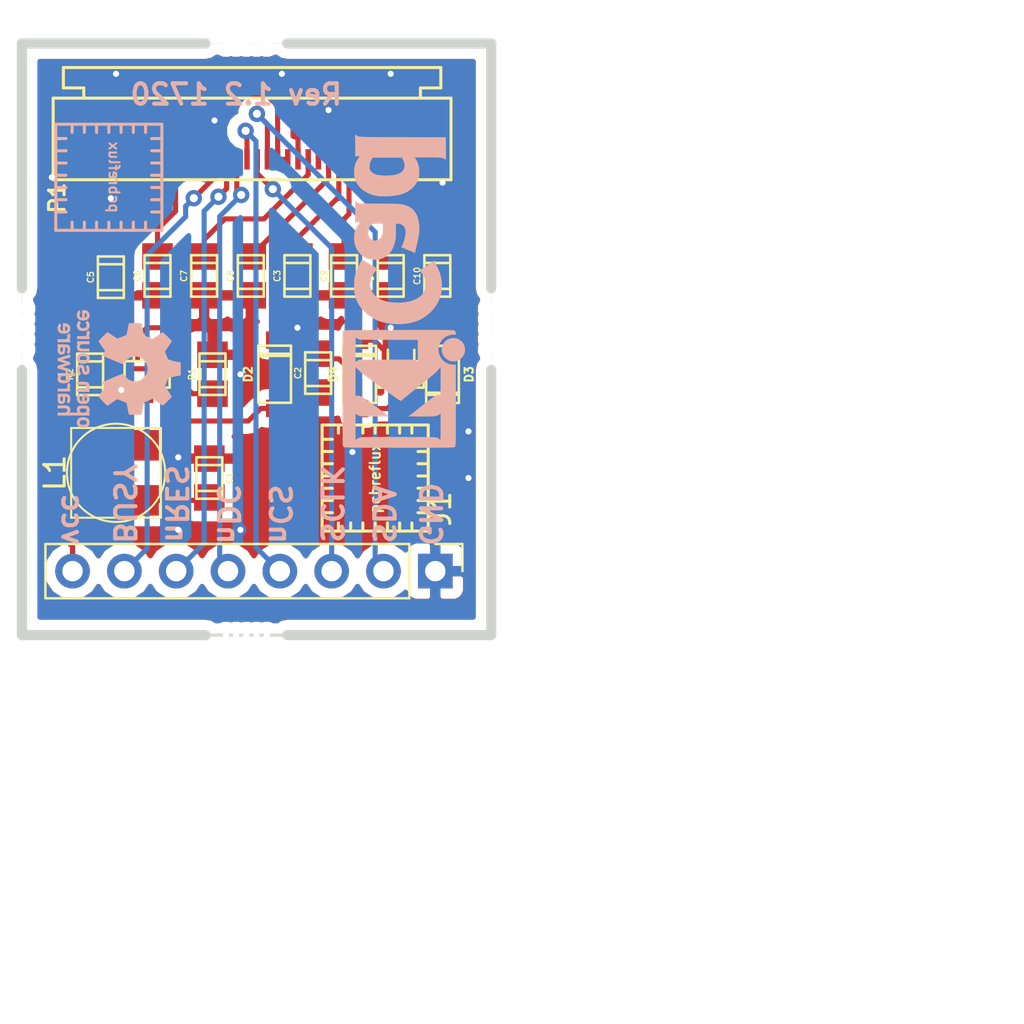
<source format=kicad_pcb>
(kicad_pcb (version 20170123) (host pcbnew no-vcs-found-ac9a64a~58~ubuntu16.04.1)

  (general
    (links 64)
    (no_connects 0)
    (area 19.391 138.481095 70.100001 190.100001)
    (thickness 1.6)
    (drawings 26)
    (tracks 165)
    (zones 0)
    (modules 46)
    (nets 25)
  )

  (page A4)
  (layers
    (0 F.Cu signal)
    (31 B.Cu signal)
    (32 B.Adhes user)
    (33 F.Adhes user)
    (34 B.Paste user hide)
    (35 F.Paste user hide)
    (36 B.SilkS user hide)
    (37 F.SilkS user)
    (38 B.Mask user hide)
    (39 F.Mask user hide)
    (40 Dwgs.User user)
    (41 Cmts.User user)
    (42 Eco1.User user)
    (43 Eco2.User user)
    (44 Edge.Cuts user)
    (45 Margin user)
    (46 B.CrtYd user)
    (47 F.CrtYd user)
    (48 B.Fab user)
    (49 F.Fab user)
  )

  (setup
    (last_trace_width 0.25)
    (trace_clearance 0.2)
    (zone_clearance 0.508)
    (zone_45_only no)
    (trace_min 0.2)
    (segment_width 0.2)
    (edge_width 0.5)
    (via_size 0.8)
    (via_drill 0.4)
    (via_min_size 0.4)
    (via_min_drill 0.3)
    (uvia_size 0.3)
    (uvia_drill 0.1)
    (uvias_allowed no)
    (uvia_min_size 0.2)
    (uvia_min_drill 0.1)
    (pcb_text_width 0.3)
    (pcb_text_size 1 1)
    (mod_edge_width 0.15)
    (mod_text_size 1 1)
    (mod_text_width 0.2)
    (pad_size 1.5 3)
    (pad_drill 0)
    (pad_to_mask_clearance 0.2)
    (aux_axis_origin 20 190)
    (grid_origin 20 190)
    (visible_elements FFFFFF7F)
    (pcbplotparams
      (layerselection 0x030fc_ffffffff)
      (usegerberextensions false)
      (excludeedgelayer true)
      (linewidth 0.100000)
      (plotframeref false)
      (viasonmask false)
      (mode 1)
      (useauxorigin false)
      (hpglpennumber 1)
      (hpglpenspeed 20)
      (hpglpendiameter 15)
      (psnegative false)
      (psa4output false)
      (plotreference true)
      (plotvalue true)
      (plotinvisibletext false)
      (padsonsilk false)
      (subtractmaskfromsilk false)
      (outputformat 1)
      (mirror false)
      (drillshape 0)
      (scaleselection 1)
      (outputdirectory Gerber/))
  )

  (net 0 "")
  (net 1 GND)
  (net 2 /VCCEPD)
  (net 3 /SW)
  (net 4 "Net-(C2-Pad1)")
  (net 5 /PREVGH)
  (net 6 /PREVGL)
  (net 7 /VGL)
  (net 8 /VGH)
  (net 9 /VDD)
  (net 10 /VSH)
  (net 11 /VSL)
  (net 12 /VCOM)
  (net 13 /BUSY)
  (net 14 /nRES)
  (net 15 /nDC)
  (net 16 /nCS)
  (net 17 /SCLK)
  (net 18 /SDA)
  (net 19 /NC1)
  (net 20 /GDR)
  (net 21 /RESE)
  (net 22 /TSCL)
  (net 23 /TSDA)
  (net 24 /VPP)

  (net_class Default "This is the default net class."
    (clearance 0.2)
    (trace_width 0.25)
    (via_dia 0.8)
    (via_drill 0.4)
    (uvia_dia 0.3)
    (uvia_drill 0.1)
    (add_net /BUSY)
    (add_net /GDR)
    (add_net /NC1)
    (add_net /PREVGH)
    (add_net /PREVGL)
    (add_net /RESE)
    (add_net /SCLK)
    (add_net /SDA)
    (add_net /SW)
    (add_net /TSCL)
    (add_net /TSDA)
    (add_net /VCCEPD)
    (add_net /VCOM)
    (add_net /VDD)
    (add_net /VGH)
    (add_net /VGL)
    (add_net /VPP)
    (add_net /VSH)
    (add_net /VSL)
    (add_net /nCS)
    (add_net /nDC)
    (add_net /nRES)
    (add_net GND)
    (add_net "Net-(C2-Pad1)")
  )

  (net_class XXL ""
    (clearance 0.2)
    (trace_width 1)
    (via_dia 0.8)
    (via_drill 0.4)
    (uvia_dia 0.3)
    (uvia_drill 0.1)
  )

  (module module:Via-0.6mm (layer F.Cu) (tedit 5909B7EE) (tstamp 5926E091)
    (at 25.842 159.012 90)
    (fp_text reference REF** (at 0 1 90) (layer F.SilkS) hide
      (effects (font (size 1 1) (thickness 0.15)))
    )
    (fp_text value Via-0.6mm (at 0.5 -1 90) (layer F.Fab) hide
      (effects (font (size 1 1) (thickness 0.15)))
    )
    (pad 1 thru_hole circle (at 0 0 90) (size 0.6 0.6) (drill 0.3) (layers *.Cu)
      (net 1 GND) (zone_connect 2))
  )

  (module w_smd_trans:sot323 (layer F.Cu) (tedit 0) (tstamp 5909FD86)
    (at 27.112 158.25 180)
    (descr SOT323)
    (path /5909948E)
    (fp_text reference Q1 (at 0 -0.2794 180) (layer F.SilkS)
      (effects (font (size 0.29972 0.29972) (thickness 0.06096)))
    )
    (fp_text value SI1308EDL (at 0 0.3302 180) (layer F.SilkS) hide
      (effects (font (size 0.29972 0.29972) (thickness 0.06096)))
    )
    (fp_line (start -1.1049 0.6477) (end -1.1049 -0.6477) (layer F.SilkS) (width 0.127))
    (fp_line (start 1.1049 0.6477) (end -1.1049 0.6477) (layer F.SilkS) (width 0.127))
    (fp_line (start 1.1049 -0.6477) (end 1.1049 0.6477) (layer F.SilkS) (width 0.127))
    (fp_line (start -1.1049 -0.6477) (end 1.1049 -0.6477) (layer F.SilkS) (width 0.127))
    (fp_line (start 0 -0.6477) (end 0 -1.2065) (layer F.SilkS) (width 0.127))
    (fp_line (start -0.6477 0.6477) (end -0.6477 1.2065) (layer F.SilkS) (width 0.127))
    (fp_line (start 0.6477 0.6477) (end 0.6477 1.2065) (layer F.SilkS) (width 0.127))
    (pad 3 smd rect (at 0.65024 1.00076 180) (size 0.59944 0.8001) (layers F.Cu F.Paste F.Mask)
      (net 21 /RESE))
    (pad 2 smd rect (at 0 -1.00076 180) (size 0.59944 0.8001) (layers F.Cu F.Paste F.Mask)
      (net 3 /SW))
    (pad 1 smd rect (at -0.65024 1.00076 180) (size 0.59944 0.8001) (layers F.Cu F.Paste F.Mask)
      (net 20 /GDR))
    (model ${KIWALTER3DMOD}/walter/smd_trans/sot323.wrl
      (at (xyz 0 0 0))
      (scale (xyz 1 1 1))
      (rotate (xyz 0 0 0))
    )
  )

  (module module:sod123 (layer F.Cu) (tedit 591C12A6) (tstamp 5909FD25)
    (at 33.362 158.242 90)
    (descr SOD123)
    (path /591C2B21)
    (fp_text reference D2 (at 0 -1.30048 90) (layer F.SilkS)
      (effects (font (size 0.4 0.4) (thickness 0.1)))
    )
    (fp_text value MBR0530 (at 0 1.19888 90) (layer F.SilkS) hide
      (effects (font (size 0.4 0.4) (thickness 0.1)))
    )
    (fp_line (start -1.39954 0.8001) (end -1.39954 -0.8001) (layer F.SilkS) (width 0.127))
    (fp_line (start 1.39954 0.8001) (end -1.39954 0.8001) (layer F.SilkS) (width 0.127))
    (fp_line (start 1.39954 -0.8001) (end 1.39954 0.8001) (layer F.SilkS) (width 0.127))
    (fp_line (start -1.39954 -0.8001) (end 1.39954 -0.8001) (layer F.SilkS) (width 0.127))
    (fp_line (start 1.00076 -0.8001) (end 1.00076 0.8001) (layer F.SilkS) (width 0.127))
    (fp_line (start 0.89916 0.8001) (end 0.89916 -0.8001) (layer F.SilkS) (width 0.127))
    (pad 2 smd rect (at -1.67386 0 90) (size 0.8509 0.8509) (layers F.Cu F.Paste F.Mask)
      (net 3 /SW))
    (pad 1 smd rect (at 1.67386 0 90) (size 0.8509 0.8509) (layers F.Cu F.Paste F.Mask)
      (net 5 /PREVGH))
    (model ${KIWALTER3DMOD}/walter/smd_diode/sod123.wrl
      (at (xyz 0 0 0))
      (scale (xyz 1 1 1))
      (rotate (xyz 0 0 0))
    )
  )

  (module module:pcbreflux_logo (layer F.Cu) (tedit 590B21D7) (tstamp 590B6FB1)
    (at 38.288 163.33 270)
    (fp_text reference REF** (at 0 3.8 270) (layer F.SilkS) hide
      (effects (font (size 1 1) (thickness 0.15)))
    )
    (fp_text value pcbreflux_logo (at 0.2 -3.6 270) (layer F.Fab) hide
      (effects (font (size 1 1) (thickness 0.15)))
    )
    (fp_line (start -2.6 2.6) (end -2.6 -2.6) (layer F.SilkS) (width 0.15))
    (fp_line (start 2.6 -2.6) (end 2.6 2.6) (layer F.SilkS) (width 0.15))
    (fp_line (start 2.2 -1.8) (end 2.6 -1.8) (layer F.SilkS) (width 0.15))
    (fp_line (start 2.2 -1.2) (end 2.6 -1.2) (layer F.SilkS) (width 0.15))
    (fp_line (start 2.2 -0.6) (end 2.6 -0.6) (layer F.SilkS) (width 0.15))
    (fp_line (start 2.2 0) (end 2.6 0) (layer F.SilkS) (width 0.15))
    (fp_line (start 2.2 0.6) (end 2.6 0.6) (layer F.SilkS) (width 0.15))
    (fp_line (start 2.2 1.2) (end 2.6 1.2) (layer F.SilkS) (width 0.15))
    (fp_line (start 2.2 1.8) (end 2.6 1.8) (layer F.SilkS) (width 0.15))
    (fp_line (start -2.6 1.8) (end -2.2 1.8) (layer F.SilkS) (width 0.15))
    (fp_line (start -2.6 1.2) (end -2.2 1.2) (layer F.SilkS) (width 0.15))
    (fp_line (start -2.6 0.6) (end -2.2 0.6) (layer F.SilkS) (width 0.15))
    (fp_line (start -2.6 0) (end -2.2 0) (layer F.SilkS) (width 0.15))
    (fp_line (start -2.6 -0.6) (end -2.2 -0.6) (layer F.SilkS) (width 0.15))
    (fp_line (start -2.6 -1.2) (end -2.2 -1.2) (layer F.SilkS) (width 0.15))
    (fp_line (start -2.6 -1.8) (end -2.2 -1.8) (layer F.SilkS) (width 0.15))
    (fp_line (start 1.7 -2.1) (end 1.7 -2.5) (layer F.SilkS) (width 0.15))
    (fp_line (start 1.1 -2.1) (end 1.1 -2.5) (layer F.SilkS) (width 0.15))
    (fp_line (start 0.5 -2.1) (end 0.5 -2.5) (layer F.SilkS) (width 0.15))
    (fp_line (start -0.1 -2.1) (end -0.1 -2.5) (layer F.SilkS) (width 0.15))
    (fp_line (start -0.7 -2.1) (end -0.7 -2.5) (layer F.SilkS) (width 0.15))
    (fp_line (start -1.3 -2.1) (end -1.3 -2.5) (layer F.SilkS) (width 0.15))
    (fp_line (start -1.9 -2.1) (end -1.9 -2.5) (layer F.SilkS) (width 0.15))
    (fp_line (start -2.6 2.6) (end 2.6 2.6) (layer F.SilkS) (width 0.15))
    (fp_line (start -2.6 -2.6) (end 2.6 -2.6) (layer F.SilkS) (width 0.15))
    (fp_line (start -1.9 2.5) (end -1.9 2.1) (layer F.SilkS) (width 0.15))
    (fp_line (start -1.3 2.5) (end -1.3 2.1) (layer F.SilkS) (width 0.15))
    (fp_line (start -0.7 2.5) (end -0.7 2.1) (layer F.SilkS) (width 0.15))
    (fp_line (start -0.1 2.5) (end -0.1 2.1) (layer F.SilkS) (width 0.15))
    (fp_line (start 0.5 2.5) (end 0.5 2.1) (layer F.SilkS) (width 0.15))
    (fp_line (start 1.1 2.5) (end 1.1 2.1) (layer F.SilkS) (width 0.15))
    (fp_line (start 1.7 2.5) (end 1.7 2.1) (layer F.SilkS) (width 0.15))
    (fp_text user pcbreflux (at 0 0 270) (layer F.SilkS)
      (effects (font (size 0.5 0.5) (thickness 0.1)))
    )
  )

  (module module:MOLEX_FPC_RCPT_24POS_0_5MM (layer F.Cu) (tedit 590B20B6) (tstamp 5909FD78)
    (at 36.506 151.71 180)
    (descr "MSOP10 10pins pitch 0.5mm")
    (path /5909948D)
    (attr smd)
    (fp_text reference P1 (at 13.812 2.104 270) (layer F.SilkS)
      (effects (font (size 0.762 0.762) (thickness 0.1524)))
    )
    (fp_text value MOLEX_FPC_RCPT_24POS (at 4.5 6.5 180) (layer F.SilkS) hide
      (effects (font (size 0.762 0.762) (thickness 0.1524)))
    )
    (fp_line (start -5.5 7) (end 10.5 7) (layer F.SilkS) (width 0.15))
    (fp_line (start -5.5 3) (end -5.5 7) (layer F.SilkS) (width 0.15))
    (fp_line (start 14 7) (end 10.5 7) (layer F.SilkS) (width 0.15))
    (fp_line (start 14 3) (end 14 7) (layer F.SilkS) (width 0.15))
    (fp_line (start -1.5 3) (end -5.5 3) (layer F.SilkS) (width 0.15))
    (fp_line (start -1.5 3) (end 14 3) (layer F.SilkS) (width 0.15))
    (fp_line (start 12.5 7.5) (end 12.5 7) (layer F.SilkS) (width 0.15))
    (fp_line (start 13.5 7.5) (end 12.5 7.5) (layer F.SilkS) (width 0.15))
    (fp_line (start 13.5 8) (end 13.5 7.5) (layer F.SilkS) (width 0.15))
    (fp_line (start 13.5 8.5) (end 13.5 8) (layer F.SilkS) (width 0.15))
    (fp_line (start -5 8.5) (end 13.5 8.5) (layer F.SilkS) (width 0.15))
    (fp_line (start -5 7.5) (end -5 8.5) (layer F.SilkS) (width 0.15))
    (fp_line (start -4 7.5) (end -5 7.5) (layer F.SilkS) (width 0.15))
    (fp_line (start -4 7) (end -4 7.5) (layer F.SilkS) (width 0.15))
    (pad M2 smd rect (at 13 6 180) (size 1.5 3) (layers F.Cu F.Paste F.Mask))
    (pad M1 smd rect (at -4.5 6 180) (size 1.5 3) (layers F.Cu F.Paste F.Mask))
    (pad 24 smd rect (at -1.5 4) (size 0.26924 1.00076) (layers F.Cu F.Paste F.Mask)
      (net 12 /VCOM) (solder_mask_margin 0.05))
    (pad 23 smd rect (at -1 4) (size 0.26924 1.00076) (layers F.Cu F.Paste F.Mask)
      (net 6 /PREVGL) (solder_mask_margin 0.05))
    (pad 22 smd rect (at -0.5 4) (size 0.26924 1.00076) (layers F.Cu F.Paste F.Mask)
      (net 11 /VSL) (solder_mask_margin 0.05))
    (pad 21 smd rect (at 0 4) (size 0.26924 1.00076) (layers F.Cu F.Paste F.Mask)
      (net 5 /PREVGH) (solder_mask_margin 0.05))
    (pad 20 smd rect (at 0.5 4) (size 0.26924 1.00076) (layers F.Cu F.Paste F.Mask)
      (net 10 /VSH) (solder_mask_margin 0.05))
    (pad 19 smd rect (at 1 4) (size 0.26924 1.00076) (layers F.Cu F.Paste F.Mask)
      (net 24 /VPP) (solder_mask_margin 0.05))
    (pad 18 smd rect (at 1.5 4) (size 0.26924 1.00076) (layers F.Cu F.Paste F.Mask)
      (net 9 /VDD) (solder_mask_margin 0.05))
    (pad 17 smd rect (at 2 4) (size 0.26924 1.00076) (layers F.Cu F.Paste F.Mask)
      (net 1 GND) (solder_mask_margin 0.05))
    (pad 16 smd rect (at 2.5 4) (size 0.26924 1.00076) (layers F.Cu F.Paste F.Mask)
      (net 2 /VCCEPD) (solder_mask_margin 0.05))
    (pad 15 smd rect (at 3 4) (size 0.26924 1.00076) (layers F.Cu F.Paste F.Mask)
      (net 2 /VCCEPD) (solder_mask_margin 0.05))
    (pad 14 smd rect (at 3.5 4) (size 0.26924 1.00076) (layers F.Cu F.Paste F.Mask)
      (net 18 /SDA) (solder_mask_margin 0.05))
    (pad 13 smd rect (at 4 4) (size 0.26924 1.00076) (layers F.Cu F.Paste F.Mask)
      (net 17 /SCLK) (solder_mask_margin 0.05))
    (pad 12 smd rect (at 4.5 4) (size 0.26924 1.00076) (layers F.Cu F.Paste F.Mask)
      (net 16 /nCS) (solder_mask_margin 0.05))
    (pad 11 smd rect (at 5 4) (size 0.26924 1.00076) (layers F.Cu F.Paste F.Mask)
      (net 15 /nDC) (solder_mask_margin 0.05))
    (pad 10 smd rect (at 5.5 4) (size 0.26924 1.00076) (layers F.Cu F.Paste F.Mask)
      (net 14 /nRES) (solder_mask_margin 0.05))
    (pad 9 smd rect (at 6 4) (size 0.26924 1.00076) (layers F.Cu F.Paste F.Mask)
      (net 13 /BUSY) (solder_mask_margin 0.05))
    (pad 8 smd rect (at 6.5 4) (size 0.26924 1.00076) (layers F.Cu F.Paste F.Mask)
      (net 1 GND) (solder_mask_margin 0.05))
    (pad 7 smd rect (at 7 4) (size 0.26924 1.00076) (layers F.Cu F.Paste F.Mask)
      (net 23 /TSDA) (solder_mask_margin 0.05))
    (pad 6 smd rect (at 7.5 4) (size 0.26924 1.00076) (layers F.Cu F.Paste F.Mask)
      (net 22 /TSCL) (solder_mask_margin 0.05))
    (pad 5 smd rect (at 8 4) (size 0.26924 1.00076) (layers F.Cu F.Paste F.Mask)
      (net 8 /VGH) (solder_mask_margin 0.05))
    (pad 4 smd rect (at 8.5 4) (size 0.26924 1.00076) (layers F.Cu F.Paste F.Mask)
      (net 7 /VGL) (solder_mask_margin 0.05))
    (pad 3 smd rect (at 9 4) (size 0.26924 1.00076) (layers F.Cu F.Paste F.Mask)
      (net 21 /RESE) (solder_mask_margin 0.05))
    (pad 2 smd rect (at 9.5 4) (size 0.26924 1.00076) (layers F.Cu F.Paste F.Mask)
      (net 20 /GDR) (solder_mask_margin 0.05))
    (pad 1 smd rect (at 10 4) (size 0.26924 1.00076) (layers F.Cu F.Paste F.Mask)
      (net 19 /NC1) (solder_mask_margin 0.05))
    (model ${KIWALTER3DMOD}/walter/conn_panelmate/panelmate_smd_20.wrl
      (at (xyz 0.1653543307086614 -0.2322834645669292 0))
      (scale (xyz 0.6 0.6 0.6))
      (rotate (xyz 0 0 0))
    )
  )

  (module module:Via-0.6mm (layer F.Cu) (tedit 5909B7F5) (tstamp 590AE2DB)
    (at 31.684 158.25 90)
    (fp_text reference REF** (at 0 1 90) (layer F.SilkS) hide
      (effects (font (size 1 1) (thickness 0.15)))
    )
    (fp_text value Via-0.6mm (at 0.5 -1 90) (layer F.Fab) hide
      (effects (font (size 1 1) (thickness 0.15)))
    )
    (pad 1 thru_hole circle (at 0 0 90) (size 0.6 0.6) (drill 0.3) (layers *.Cu)
      (net 1 GND) (zone_connect 2))
  )

  (module module:Via-0.6mm (layer F.Cu) (tedit 5909B7F5) (tstamp 590AE2CE)
    (at 36.002 145.296 90)
    (fp_text reference REF** (at 0 1 90) (layer F.SilkS) hide
      (effects (font (size 1 1) (thickness 0.15)))
    )
    (fp_text value Via-0.6mm (at 0.5 -1 90) (layer F.Fab) hide
      (effects (font (size 1 1) (thickness 0.15)))
    )
    (pad 1 thru_hole circle (at 0 0 90) (size 0.6 0.6) (drill 0.3) (layers *.Cu)
      (net 1 GND) (zone_connect 2))
  )

  (module module:Via-0.6mm (layer F.Cu) (tedit 5909B7F5) (tstamp 590AE2BA)
    (at 39.05 143.518 90)
    (fp_text reference REF** (at 0 1 90) (layer F.SilkS) hide
      (effects (font (size 1 1) (thickness 0.15)))
    )
    (fp_text value Via-0.6mm (at 0.5 -1 90) (layer F.Fab) hide
      (effects (font (size 1 1) (thickness 0.15)))
    )
    (pad 1 thru_hole circle (at 0 0 90) (size 0.6 0.6) (drill 0.3) (layers *.Cu)
      (net 1 GND) (zone_connect 2))
  )

  (module module:Via-0.6mm (layer F.Cu) (tedit 5909B7F5) (tstamp 590AE2B5)
    (at 25.588 143.518 90)
    (fp_text reference REF** (at 0 1 90) (layer F.SilkS) hide
      (effects (font (size 1 1) (thickness 0.15)))
    )
    (fp_text value Via-0.6mm (at 0.5 -1 90) (layer F.Fab) hide
      (effects (font (size 1 1) (thickness 0.15)))
    )
    (pad 1 thru_hole circle (at 0 0 90) (size 0.6 0.6) (drill 0.3) (layers *.Cu)
      (net 1 GND) (zone_connect 2))
  )

  (module module:Via-0.6mm (layer F.Cu) (tedit 5909B7F5) (tstamp 590AE2AA)
    (at 33.716 143.518 90)
    (fp_text reference REF** (at 0 1 90) (layer F.SilkS) hide
      (effects (font (size 1 1) (thickness 0.15)))
    )
    (fp_text value Via-0.6mm (at 0.5 -1 90) (layer F.Fab) hide
      (effects (font (size 1 1) (thickness 0.15)))
    )
    (pad 1 thru_hole circle (at 0 0 90) (size 0.6 0.6) (drill 0.3) (layers *.Cu)
      (net 1 GND) (zone_connect 2))
  )

  (module module:Via-0.6mm (layer F.Cu) (tedit 5909B7F5) (tstamp 590AE296)
    (at 39.05 155.964 90)
    (fp_text reference REF** (at 0 1 90) (layer F.SilkS) hide
      (effects (font (size 1 1) (thickness 0.15)))
    )
    (fp_text value Via-0.6mm (at 0.5 -1 90) (layer F.Fab) hide
      (effects (font (size 1 1) (thickness 0.15)))
    )
    (pad 1 thru_hole circle (at 0 0 90) (size 0.6 0.6) (drill 0.3) (layers *.Cu)
      (net 1 GND) (zone_connect 2))
  )

  (module module:Via-0.6mm (layer F.Cu) (tedit 5909B7F5) (tstamp 590AE279)
    (at 34.478 155.964 90)
    (fp_text reference REF** (at 0 1 90) (layer F.SilkS) hide
      (effects (font (size 1 1) (thickness 0.15)))
    )
    (fp_text value Via-0.6mm (at 0.5 -1 90) (layer F.Fab) hide
      (effects (font (size 1 1) (thickness 0.15)))
    )
    (pad 1 thru_hole circle (at 0 0 90) (size 0.6 0.6) (drill 0.3) (layers *.Cu)
      (net 1 GND) (zone_connect 2))
  )

  (module module:Via-0.6mm (layer F.Cu) (tedit 5909B7F5) (tstamp 590AE1C2)
    (at 42.86 163.33 90)
    (fp_text reference REF** (at 0 1 90) (layer F.SilkS) hide
      (effects (font (size 1 1) (thickness 0.15)))
    )
    (fp_text value Via-0.6mm (at 0.5 -1 90) (layer F.Fab) hide
      (effects (font (size 1 1) (thickness 0.15)))
    )
    (pad 1 thru_hole circle (at 0 0 90) (size 0.6 0.6) (drill 0.3) (layers *.Cu)
      (net 1 GND) (zone_connect 2))
  )

  (module module:inductor_smd_4mmx4mm (layer F.Cu) (tedit 5909D409) (tstamp 5909FD4C)
    (at 25.588 163.076 90)
    (path /59099484)
    (fp_text reference L1 (at 0 -3 90) (layer F.SilkS)
      (effects (font (size 1 1) (thickness 0.15)))
    )
    (fp_text value 68u (at 0 3 90) (layer F.Fab) hide
      (effects (font (size 1 1) (thickness 0.15)))
    )
    (fp_line (start -2.2 2.2) (end -2.2 -2.2) (layer F.SilkS) (width 0.1))
    (fp_line (start 2.2 2.2) (end -2.2 2.2) (layer F.SilkS) (width 0.1))
    (fp_line (start 2.2 -2.2) (end 2.2 2.2) (layer F.SilkS) (width 0.1))
    (fp_line (start -2.2 -2.2) (end 2.2 -2.2) (layer F.SilkS) (width 0.1))
    (fp_circle (center 0 0) (end 1.8 1.6) (layer F.SilkS) (width 0.1))
    (fp_line (start 21.930215 -4.11265) (end 21.930215 -4.11265) (layer F.SilkS) (width 0.05))
    (pad 2 smd rect (at 1.35 0 90) (size 1.5 4.2) (layers F.Cu F.Paste F.Mask)
      (net 3 /SW))
    (pad 1 smd rect (at -1.35 0 90) (size 1.5 4.2) (layers F.Cu F.Paste F.Mask)
      (net 2 /VCCEPD))
    (model ${KIWALTER3DMOD}/walter/smd_inductors/inductor_smd_5.8x2.8mm.wrl
      (at (xyz 0 0 0))
      (scale (xyz 0.7 0.7 0.5))
      (rotate (xyz 0 0 0))
    )
  )

  (module module:micro_bite (layer F.Cu) (tedit 57C1973E) (tstamp 590A2939)
    (at 31.976 142.03 180)
    (fp_text reference REF** (at 0 1 180) (layer F.SilkS) hide
      (effects (font (size 0.5 0.5) (thickness 0.1)))
    )
    (fp_text value micro_bite (at 0 -1 180) (layer F.Fab) hide
      (effects (font (size 0.5 0.5) (thickness 0.1)))
    )
    (pad "" np_thru_hole circle (at 1 0 180) (size 0.3 0.3) (drill 0.3) (layers *.Cu))
    (pad "" np_thru_hole circle (at 0.5 0 180) (size 0.3 0.3) (drill 0.3) (layers *.Cu))
    (pad "" np_thru_hole circle (at -1 0 180) (size 0.3 0.3) (drill 0.3) (layers *.Cu))
    (pad "" np_thru_hole circle (at -0.5 0 180) (size 0.3 0.3) (drill 0.3) (layers *.Cu))
    (pad "" np_thru_hole circle (at 0 0 180) (size 0.3 0.3) (drill 0.3) (layers *.Cu))
  )

  (module module:micro_bite (layer F.Cu) (tedit 57C1973E) (tstamp 590A2931)
    (at 31.976 171.03 180)
    (fp_text reference REF** (at 0 1 180) (layer F.SilkS) hide
      (effects (font (size 0.5 0.5) (thickness 0.1)))
    )
    (fp_text value micro_bite (at 0 -1 180) (layer F.Fab) hide
      (effects (font (size 0.5 0.5) (thickness 0.1)))
    )
    (pad "" np_thru_hole circle (at 0 0 180) (size 0.3 0.3) (drill 0.3) (layers *.Cu))
    (pad "" np_thru_hole circle (at -0.5 0 180) (size 0.3 0.3) (drill 0.3) (layers *.Cu))
    (pad "" np_thru_hole circle (at -1 0 180) (size 0.3 0.3) (drill 0.3) (layers *.Cu))
    (pad "" np_thru_hole circle (at 0.5 0 180) (size 0.3 0.3) (drill 0.3) (layers *.Cu))
    (pad "" np_thru_hole circle (at 1 0 180) (size 0.3 0.3) (drill 0.3) (layers *.Cu))
  )

  (module module:micro_bite (layer F.Cu) (tedit 57C1973E) (tstamp 590A2929)
    (at 43.976 156.03 90)
    (fp_text reference REF** (at 0 1 90) (layer F.SilkS) hide
      (effects (font (size 0.5 0.5) (thickness 0.1)))
    )
    (fp_text value micro_bite (at 0 -1 90) (layer F.Fab) hide
      (effects (font (size 0.5 0.5) (thickness 0.1)))
    )
    (pad "" np_thru_hole circle (at 1 0 90) (size 0.3 0.3) (drill 0.3) (layers *.Cu))
    (pad "" np_thru_hole circle (at 0.5 0 90) (size 0.3 0.3) (drill 0.3) (layers *.Cu))
    (pad "" np_thru_hole circle (at -1 0 90) (size 0.3 0.3) (drill 0.3) (layers *.Cu))
    (pad "" np_thru_hole circle (at -0.5 0 90) (size 0.3 0.3) (drill 0.3) (layers *.Cu))
    (pad "" np_thru_hole circle (at 0 0 90) (size 0.3 0.3) (drill 0.3) (layers *.Cu))
  )

  (module module:micro_bite (layer F.Cu) (tedit 57C1973E) (tstamp 590A2927)
    (at 20.976 156.03 90)
    (fp_text reference REF** (at 0 1 90) (layer F.SilkS) hide
      (effects (font (size 0.5 0.5) (thickness 0.1)))
    )
    (fp_text value micro_bite (at 0 -1 90) (layer F.Fab) hide
      (effects (font (size 0.5 0.5) (thickness 0.1)))
    )
    (pad "" np_thru_hole circle (at 0 0 90) (size 0.3 0.3) (drill 0.3) (layers *.Cu))
    (pad "" np_thru_hole circle (at -0.5 0 90) (size 0.3 0.3) (drill 0.3) (layers *.Cu))
    (pad "" np_thru_hole circle (at -1 0 90) (size 0.3 0.3) (drill 0.3) (layers *.Cu))
    (pad "" np_thru_hole circle (at 0.5 0 90) (size 0.3 0.3) (drill 0.3) (layers *.Cu))
    (pad "" np_thru_hole circle (at 1 0 90) (size 0.3 0.3) (drill 0.3) (layers *.Cu))
  )

  (module module:Via-0.6mm (layer F.Cu) (tedit 5909B7EE) (tstamp 590A1419)
    (at 25.334 149.614 90)
    (fp_text reference REF** (at 0 1 90) (layer F.SilkS) hide
      (effects (font (size 1 1) (thickness 0.15)))
    )
    (fp_text value Via-0.6mm (at 0.5 -1 90) (layer F.Fab) hide
      (effects (font (size 1 1) (thickness 0.15)))
    )
    (pad 1 thru_hole circle (at 0 0 90) (size 0.6 0.6) (drill 0.3) (layers *.Cu)
      (net 1 GND) (zone_connect 2))
  )

  (module module:Via-0.6mm (layer F.Cu) (tedit 5909B7DC) (tstamp 590A1414)
    (at 28.636 165.87 90)
    (fp_text reference REF** (at 0 1 90) (layer F.SilkS) hide
      (effects (font (size 1 1) (thickness 0.15)))
    )
    (fp_text value Via-0.6mm (at 0.5 -1 90) (layer F.Fab) hide
      (effects (font (size 1 1) (thickness 0.15)))
    )
    (pad 1 thru_hole circle (at 0 0 90) (size 0.6 0.6) (drill 0.3) (layers *.Cu)
      (net 1 GND) (zone_connect 2))
  )

  (module module:Via-0.6mm (layer F.Cu) (tedit 5909B7F5) (tstamp 590A1408)
    (at 37.172 162.052 90)
    (fp_text reference REF** (at 0 1 90) (layer F.SilkS) hide
      (effects (font (size 1 1) (thickness 0.15)))
    )
    (fp_text value Via-0.6mm (at 0.5 -1 90) (layer F.Fab) hide
      (effects (font (size 1 1) (thickness 0.15)))
    )
    (pad 1 thru_hole circle (at 0 0 90) (size 0.6 0.6) (drill 0.3) (layers *.Cu)
      (net 1 GND) (zone_connect 2))
  )

  (module module:Via-0.6mm (layer F.Cu) (tedit 5909B7F5) (tstamp 590A13FE)
    (at 30.414 145.804 90)
    (fp_text reference REF** (at 0 1 90) (layer F.SilkS) hide
      (effects (font (size 1 1) (thickness 0.15)))
    )
    (fp_text value Via-0.6mm (at 0.5 -1 90) (layer F.Fab) hide
      (effects (font (size 1 1) (thickness 0.15)))
    )
    (pad 1 thru_hole circle (at 0 0 90) (size 0.6 0.6) (drill 0.3) (layers *.Cu)
      (net 1 GND) (zone_connect 2))
  )

  (module module:Via-0.6mm (layer F.Cu) (tedit 5909B806) (tstamp 590A1368)
    (at 41.59 148.852 90)
    (fp_text reference REF** (at 0 1 90) (layer F.SilkS) hide
      (effects (font (size 1 1) (thickness 0.15)))
    )
    (fp_text value Via-0.6mm (at 0.5 -1 90) (layer F.Fab) hide
      (effects (font (size 1 1) (thickness 0.15)))
    )
    (pad 1 thru_hole circle (at 0 0 90) (size 0.6 0.6) (drill 0.3) (layers *.Cu)
      (net 1 GND) (zone_connect 2))
  )

  (module module:Via-0.6mm (layer F.Cu) (tedit 5927F47C) (tstamp 590A1363)
    (at 40.466 161.548 90)
    (fp_text reference REF** (at 0 1 90) (layer F.SilkS) hide
      (effects (font (size 1 1) (thickness 0.15)))
    )
    (fp_text value Via-0.6mm (at 0.5 -1 90) (layer F.Fab) hide
      (effects (font (size 1 1) (thickness 0.15)))
    )
    (pad 1 thru_hole circle (at 0.504 2.394 90) (size 0.6 0.6) (drill 0.3) (layers *.Cu)
      (net 1 GND) (zone_connect 2))
  )

  (module module:Via-0.6mm (layer F.Cu) (tedit 5909B7F5) (tstamp 590A135E)
    (at 22.44 148.59 90)
    (fp_text reference REF** (at 0 1 90) (layer F.SilkS) hide
      (effects (font (size 1 1) (thickness 0.15)))
    )
    (fp_text value Via-0.6mm (at 0.5 -1 90) (layer F.Fab) hide
      (effects (font (size 1 1) (thickness 0.15)))
    )
    (pad 1 thru_hole circle (at 0 0 90) (size 0.6 0.6) (drill 0.3) (layers *.Cu)
      (net 1 GND) (zone_connect 2))
  )

  (module module:Via-0.6mm (layer F.Cu) (tedit 5909B7EE) (tstamp 590A1357)
    (at 28.636 162.314 90)
    (fp_text reference REF** (at 0 1 90) (layer F.SilkS) hide
      (effects (font (size 1 1) (thickness 0.15)))
    )
    (fp_text value Via-0.6mm (at 0.5 -1 90) (layer F.Fab) hide
      (effects (font (size 1 1) (thickness 0.15)))
    )
    (pad 1 thru_hole circle (at 0 0 90) (size 0.6 0.6) (drill 0.3) (layers *.Cu)
      (net 1 GND) (zone_connect 2))
  )

  (module module:Via-0.6mm (layer F.Cu) (tedit 5909B7DC) (tstamp 590A1340)
    (at 31.684 165.87 90)
    (fp_text reference REF** (at 0 1 90) (layer F.SilkS) hide
      (effects (font (size 1 1) (thickness 0.15)))
    )
    (fp_text value Via-0.6mm (at 0.5 -1 90) (layer F.Fab) hide
      (effects (font (size 1 1) (thickness 0.15)))
    )
    (pad 1 thru_hole circle (at 0 0 90) (size 0.6 0.6) (drill 0.3) (layers *.Cu)
      (net 1 GND) (zone_connect 2))
  )

  (module Pin_Headers:Pin_Header_Straight_1x08_Pitch2.54mm (layer F.Cu) (tedit 5909C137) (tstamp 5909FD40)
    (at 41.236 167.894 270)
    (descr "Through hole straight pin header, 1x08, 2.54mm pitch, single row")
    (tags "Through hole pin header THT 1x08 2.54mm single row")
    (path /5909961C)
    (fp_text reference J1 (at -3.048 -0.254 270) (layer F.SilkS)
      (effects (font (size 1 1) (thickness 0.15)))
    )
    (fp_text value CONN_01X08 (at 0 20.11 270) (layer F.Fab) hide
      (effects (font (size 1 1) (thickness 0.15)))
    )
    (fp_text user %R (at -2.286 -0.762 270) (layer F.Fab) hide
      (effects (font (size 1 1) (thickness 0.15)))
    )
    (fp_line (start 1.8 -1.8) (end -1.8 -1.8) (layer F.CrtYd) (width 0.05))
    (fp_line (start 1.8 19.55) (end 1.8 -1.8) (layer F.CrtYd) (width 0.05))
    (fp_line (start -1.8 19.55) (end 1.8 19.55) (layer F.CrtYd) (width 0.05))
    (fp_line (start -1.8 -1.8) (end -1.8 19.55) (layer F.CrtYd) (width 0.05))
    (fp_line (start -1.33 -1.33) (end 0 -1.33) (layer F.SilkS) (width 0.12))
    (fp_line (start -1.33 0) (end -1.33 -1.33) (layer F.SilkS) (width 0.12))
    (fp_line (start 1.33 1.27) (end -1.33 1.27) (layer F.SilkS) (width 0.12))
    (fp_line (start 1.33 19.11) (end 1.33 1.27) (layer F.SilkS) (width 0.12))
    (fp_line (start -1.33 19.11) (end 1.33 19.11) (layer F.SilkS) (width 0.12))
    (fp_line (start -1.33 1.27) (end -1.33 19.11) (layer F.SilkS) (width 0.12))
    (fp_line (start 1.27 -1.27) (end -1.27 -1.27) (layer F.Fab) (width 0.1))
    (fp_line (start 1.27 19.05) (end 1.27 -1.27) (layer F.Fab) (width 0.1))
    (fp_line (start -1.27 19.05) (end 1.27 19.05) (layer F.Fab) (width 0.1))
    (fp_line (start -1.27 -1.27) (end -1.27 19.05) (layer F.Fab) (width 0.1))
    (pad 8 thru_hole oval (at 0 17.78 270) (size 1.7 1.7) (drill 1) (layers *.Cu *.Mask)
      (net 2 /VCCEPD))
    (pad 7 thru_hole oval (at 0 15.24 270) (size 1.7 1.7) (drill 1) (layers *.Cu *.Mask)
      (net 13 /BUSY))
    (pad 6 thru_hole oval (at 0 12.7 270) (size 1.7 1.7) (drill 1) (layers *.Cu *.Mask)
      (net 14 /nRES))
    (pad 5 thru_hole oval (at 0 10.16 270) (size 1.7 1.7) (drill 1) (layers *.Cu *.Mask)
      (net 15 /nDC))
    (pad 4 thru_hole oval (at 0 7.62 270) (size 1.7 1.7) (drill 1) (layers *.Cu *.Mask)
      (net 16 /nCS))
    (pad 3 thru_hole oval (at 0 5.08 270) (size 1.7 1.7) (drill 1) (layers *.Cu *.Mask)
      (net 17 /SCLK))
    (pad 2 thru_hole oval (at 0 2.54 270) (size 1.7 1.7) (drill 1) (layers *.Cu *.Mask)
      (net 18 /SDA))
    (pad 1 thru_hole rect (at 0 0 270) (size 1.7 1.7) (drill 1) (layers *.Cu *.Mask)
      (net 1 GND))
    (model ${KISYS3DMOD}/Pin_Headers.3dshapes/Pin_Header_Straight_1x08_Pitch2.54mm.wrl
      (at (xyz 0 -0.35 0))
      (scale (xyz 1 1 1))
      (rotate (xyz 0 0 90))
    )
  )

  (module w_smd_cap:c_0805 (layer F.Cu) (tedit 0) (tstamp 5909FC9F)
    (at 30.16 163.33 270)
    (descr "SMT capacitor, 0805")
    (path /5909AB6B)
    (fp_text reference C1 (at 0 -0.9906 270) (layer F.SilkS)
      (effects (font (size 0.29972 0.29972) (thickness 0.06096)))
    )
    (fp_text value 4u7/6V (at 0 0.9906 270) (layer F.SilkS) hide
      (effects (font (size 0.29972 0.29972) (thickness 0.06096)))
    )
    (fp_line (start -1.016 0.635) (end -1.016 -0.635) (layer F.SilkS) (width 0.127))
    (fp_line (start 1.016 0.635) (end -1.016 0.635) (layer F.SilkS) (width 0.127))
    (fp_line (start 1.016 -0.635) (end 1.016 0.635) (layer F.SilkS) (width 0.127))
    (fp_line (start -1.016 -0.635) (end 1.016 -0.635) (layer F.SilkS) (width 0.127))
    (fp_line (start -0.635 -0.635) (end -0.635 0.6096) (layer F.SilkS) (width 0.127))
    (fp_line (start 0.635 -0.635) (end 0.635 0.635) (layer F.SilkS) (width 0.127))
    (pad 2 smd rect (at -0.9525 0 270) (size 1.30048 1.4986) (layers F.Cu F.Paste F.Mask)
      (net 1 GND))
    (pad 1 smd rect (at 0.9525 0 270) (size 1.30048 1.4986) (layers F.Cu F.Paste F.Mask)
      (net 2 /VCCEPD))
    (model ${KIWALTER3DMOD}/walter/smd_cap/c_0805.wrl
      (at (xyz 0 0 0))
      (scale (xyz 1 1 1))
      (rotate (xyz 0 0 0))
    )
  )

  (module w_smd_cap:c_0805 (layer F.Cu) (tedit 0) (tstamp 5909FCAB)
    (at 35.494 158.1865 90)
    (descr "SMT capacitor, 0805")
    (path /5909DAE5)
    (fp_text reference C2 (at 0 -0.9906 90) (layer F.SilkS)
      (effects (font (size 0.29972 0.29972) (thickness 0.06096)))
    )
    (fp_text value 4u7/50V (at 0 0.9906 90) (layer F.SilkS) hide
      (effects (font (size 0.29972 0.29972) (thickness 0.06096)))
    )
    (fp_line (start 0.635 -0.635) (end 0.635 0.635) (layer F.SilkS) (width 0.127))
    (fp_line (start -0.635 -0.635) (end -0.635 0.6096) (layer F.SilkS) (width 0.127))
    (fp_line (start -1.016 -0.635) (end 1.016 -0.635) (layer F.SilkS) (width 0.127))
    (fp_line (start 1.016 -0.635) (end 1.016 0.635) (layer F.SilkS) (width 0.127))
    (fp_line (start 1.016 0.635) (end -1.016 0.635) (layer F.SilkS) (width 0.127))
    (fp_line (start -1.016 0.635) (end -1.016 -0.635) (layer F.SilkS) (width 0.127))
    (pad 1 smd rect (at 0.9525 0 90) (size 1.30048 1.4986) (layers F.Cu F.Paste F.Mask)
      (net 4 "Net-(C2-Pad1)"))
    (pad 2 smd rect (at -0.9525 0 90) (size 1.30048 1.4986) (layers F.Cu F.Paste F.Mask)
      (net 3 /SW))
    (model ${KIWALTER3DMOD}/walter/smd_cap/c_0805.wrl
      (at (xyz 0 0 0))
      (scale (xyz 1 1 1))
      (rotate (xyz 0 0 0))
    )
  )

  (module w_smd_cap:c_0805 (layer F.Cu) (tedit 0) (tstamp 5909FCB7)
    (at 34.478 153.424 90)
    (descr "SMT capacitor, 0805")
    (path /5909AE2E)
    (fp_text reference C3 (at 0 -0.9906 90) (layer F.SilkS)
      (effects (font (size 0.29972 0.29972) (thickness 0.06096)))
    )
    (fp_text value 1u/50V (at 0 0.9906 90) (layer F.SilkS) hide
      (effects (font (size 0.29972 0.29972) (thickness 0.06096)))
    )
    (fp_line (start 0.635 -0.635) (end 0.635 0.635) (layer F.SilkS) (width 0.127))
    (fp_line (start -0.635 -0.635) (end -0.635 0.6096) (layer F.SilkS) (width 0.127))
    (fp_line (start -1.016 -0.635) (end 1.016 -0.635) (layer F.SilkS) (width 0.127))
    (fp_line (start 1.016 -0.635) (end 1.016 0.635) (layer F.SilkS) (width 0.127))
    (fp_line (start 1.016 0.635) (end -1.016 0.635) (layer F.SilkS) (width 0.127))
    (fp_line (start -1.016 0.635) (end -1.016 -0.635) (layer F.SilkS) (width 0.127))
    (pad 1 smd rect (at 0.9525 0 90) (size 1.30048 1.4986) (layers F.Cu F.Paste F.Mask)
      (net 5 /PREVGH))
    (pad 2 smd rect (at -0.9525 0 90) (size 1.30048 1.4986) (layers F.Cu F.Paste F.Mask)
      (net 1 GND))
    (model ${KIWALTER3DMOD}/walter/smd_cap/c_0805.wrl
      (at (xyz 0 0 0))
      (scale (xyz 1 1 1))
      (rotate (xyz 0 0 0))
    )
  )

  (module w_smd_cap:c_0805 (layer F.Cu) (tedit 0) (tstamp 5909FCC3)
    (at 39.05 153.424 90)
    (descr "SMT capacitor, 0805")
    (path /5909AC67)
    (fp_text reference C4 (at 0 -0.9906 90) (layer F.SilkS)
      (effects (font (size 0.29972 0.29972) (thickness 0.06096)))
    )
    (fp_text value 2u2/50V (at 0 0.9906 90) (layer F.SilkS) hide
      (effects (font (size 0.29972 0.29972) (thickness 0.06096)))
    )
    (fp_line (start 0.635 -0.635) (end 0.635 0.635) (layer F.SilkS) (width 0.127))
    (fp_line (start -0.635 -0.635) (end -0.635 0.6096) (layer F.SilkS) (width 0.127))
    (fp_line (start -1.016 -0.635) (end 1.016 -0.635) (layer F.SilkS) (width 0.127))
    (fp_line (start 1.016 -0.635) (end 1.016 0.635) (layer F.SilkS) (width 0.127))
    (fp_line (start 1.016 0.635) (end -1.016 0.635) (layer F.SilkS) (width 0.127))
    (fp_line (start -1.016 0.635) (end -1.016 -0.635) (layer F.SilkS) (width 0.127))
    (pad 1 smd rect (at 0.9525 0 90) (size 1.30048 1.4986) (layers F.Cu F.Paste F.Mask)
      (net 6 /PREVGL))
    (pad 2 smd rect (at -0.9525 0 90) (size 1.30048 1.4986) (layers F.Cu F.Paste F.Mask)
      (net 1 GND))
    (model ${KIWALTER3DMOD}/walter/smd_cap/c_0805.wrl
      (at (xyz 0 0 0))
      (scale (xyz 1 1 1))
      (rotate (xyz 0 0 0))
    )
  )

  (module w_smd_cap:c_0805 (layer F.Cu) (tedit 0) (tstamp 5909FCCF)
    (at 25.334 153.4875 90)
    (descr "SMT capacitor, 0805")
    (path /5909AFAC)
    (fp_text reference C5 (at 0 -0.9906 90) (layer F.SilkS)
      (effects (font (size 0.29972 0.29972) (thickness 0.06096)))
    )
    (fp_text value 1u/50V (at 0 0.9906 90) (layer F.SilkS) hide
      (effects (font (size 0.29972 0.29972) (thickness 0.06096)))
    )
    (fp_line (start -1.016 0.635) (end -1.016 -0.635) (layer F.SilkS) (width 0.127))
    (fp_line (start 1.016 0.635) (end -1.016 0.635) (layer F.SilkS) (width 0.127))
    (fp_line (start 1.016 -0.635) (end 1.016 0.635) (layer F.SilkS) (width 0.127))
    (fp_line (start -1.016 -0.635) (end 1.016 -0.635) (layer F.SilkS) (width 0.127))
    (fp_line (start -0.635 -0.635) (end -0.635 0.6096) (layer F.SilkS) (width 0.127))
    (fp_line (start 0.635 -0.635) (end 0.635 0.635) (layer F.SilkS) (width 0.127))
    (pad 2 smd rect (at -0.9525 0 90) (size 1.30048 1.4986) (layers F.Cu F.Paste F.Mask)
      (net 1 GND))
    (pad 1 smd rect (at 0.9525 0 90) (size 1.30048 1.4986) (layers F.Cu F.Paste F.Mask)
      (net 7 /VGL))
    (model ${KIWALTER3DMOD}/walter/smd_cap/c_0805.wrl
      (at (xyz 0 0 0))
      (scale (xyz 1 1 1))
      (rotate (xyz 0 0 0))
    )
  )

  (module w_smd_cap:c_0805 (layer F.Cu) (tedit 0) (tstamp 5909FCDB)
    (at 27.62 153.424 90)
    (descr "SMT capacitor, 0805")
    (path /5909B02B)
    (fp_text reference C6 (at 0 -0.9906 90) (layer F.SilkS)
      (effects (font (size 0.29972 0.29972) (thickness 0.06096)))
    )
    (fp_text value 1u/50V (at 0 0.9906 90) (layer F.SilkS) hide
      (effects (font (size 0.29972 0.29972) (thickness 0.06096)))
    )
    (fp_line (start 0.635 -0.635) (end 0.635 0.635) (layer F.SilkS) (width 0.127))
    (fp_line (start -0.635 -0.635) (end -0.635 0.6096) (layer F.SilkS) (width 0.127))
    (fp_line (start -1.016 -0.635) (end 1.016 -0.635) (layer F.SilkS) (width 0.127))
    (fp_line (start 1.016 -0.635) (end 1.016 0.635) (layer F.SilkS) (width 0.127))
    (fp_line (start 1.016 0.635) (end -1.016 0.635) (layer F.SilkS) (width 0.127))
    (fp_line (start -1.016 0.635) (end -1.016 -0.635) (layer F.SilkS) (width 0.127))
    (pad 1 smd rect (at 0.9525 0 90) (size 1.30048 1.4986) (layers F.Cu F.Paste F.Mask)
      (net 8 /VGH))
    (pad 2 smd rect (at -0.9525 0 90) (size 1.30048 1.4986) (layers F.Cu F.Paste F.Mask)
      (net 1 GND))
    (model ${KIWALTER3DMOD}/walter/smd_cap/c_0805.wrl
      (at (xyz 0 0 0))
      (scale (xyz 1 1 1))
      (rotate (xyz 0 0 0))
    )
  )

  (module w_smd_cap:c_0805 (layer F.Cu) (tedit 0) (tstamp 5909FCE7)
    (at 29.906 153.424 90)
    (descr "SMT capacitor, 0805")
    (path /5909B312)
    (fp_text reference C7 (at 0 -0.9906 90) (layer F.SilkS)
      (effects (font (size 0.29972 0.29972) (thickness 0.06096)))
    )
    (fp_text value 1u/50V (at 0 0.9906 90) (layer F.SilkS) hide
      (effects (font (size 0.29972 0.29972) (thickness 0.06096)))
    )
    (fp_line (start -1.016 0.635) (end -1.016 -0.635) (layer F.SilkS) (width 0.127))
    (fp_line (start 1.016 0.635) (end -1.016 0.635) (layer F.SilkS) (width 0.127))
    (fp_line (start 1.016 -0.635) (end 1.016 0.635) (layer F.SilkS) (width 0.127))
    (fp_line (start -1.016 -0.635) (end 1.016 -0.635) (layer F.SilkS) (width 0.127))
    (fp_line (start -0.635 -0.635) (end -0.635 0.6096) (layer F.SilkS) (width 0.127))
    (fp_line (start 0.635 -0.635) (end 0.635 0.635) (layer F.SilkS) (width 0.127))
    (pad 2 smd rect (at -0.9525 0 90) (size 1.30048 1.4986) (layers F.Cu F.Paste F.Mask)
      (net 1 GND))
    (pad 1 smd rect (at 0.9525 0 90) (size 1.30048 1.4986) (layers F.Cu F.Paste F.Mask)
      (net 9 /VDD))
    (model ${KIWALTER3DMOD}/walter/smd_cap/c_0805.wrl
      (at (xyz 0 0 0))
      (scale (xyz 1 1 1))
      (rotate (xyz 0 0 0))
    )
  )

  (module w_smd_cap:c_0805 (layer F.Cu) (tedit 0) (tstamp 5909FCF3)
    (at 32.192 153.424 90)
    (descr "SMT capacitor, 0805")
    (path /5909B36A)
    (fp_text reference C8 (at 0 -0.9906 90) (layer F.SilkS)
      (effects (font (size 0.29972 0.29972) (thickness 0.06096)))
    )
    (fp_text value 1u/50V (at 0 0.9906 90) (layer F.SilkS) hide
      (effects (font (size 0.29972 0.29972) (thickness 0.06096)))
    )
    (fp_line (start 0.635 -0.635) (end 0.635 0.635) (layer F.SilkS) (width 0.127))
    (fp_line (start -0.635 -0.635) (end -0.635 0.6096) (layer F.SilkS) (width 0.127))
    (fp_line (start -1.016 -0.635) (end 1.016 -0.635) (layer F.SilkS) (width 0.127))
    (fp_line (start 1.016 -0.635) (end 1.016 0.635) (layer F.SilkS) (width 0.127))
    (fp_line (start 1.016 0.635) (end -1.016 0.635) (layer F.SilkS) (width 0.127))
    (fp_line (start -1.016 0.635) (end -1.016 -0.635) (layer F.SilkS) (width 0.127))
    (pad 1 smd rect (at 0.9525 0 90) (size 1.30048 1.4986) (layers F.Cu F.Paste F.Mask)
      (net 10 /VSH))
    (pad 2 smd rect (at -0.9525 0 90) (size 1.30048 1.4986) (layers F.Cu F.Paste F.Mask)
      (net 1 GND))
    (model ${KIWALTER3DMOD}/walter/smd_cap/c_0805.wrl
      (at (xyz 0 0 0))
      (scale (xyz 1 1 1))
      (rotate (xyz 0 0 0))
    )
  )

  (module w_smd_cap:c_0805 (layer F.Cu) (tedit 0) (tstamp 5909FCFF)
    (at 36.764 153.424 90)
    (descr "SMT capacitor, 0805")
    (path /5909B3A4)
    (fp_text reference C9 (at 0 -0.9906 90) (layer F.SilkS)
      (effects (font (size 0.29972 0.29972) (thickness 0.06096)))
    )
    (fp_text value 1u/50V (at 0 0.9906 90) (layer F.SilkS) hide
      (effects (font (size 0.29972 0.29972) (thickness 0.06096)))
    )
    (fp_line (start -1.016 0.635) (end -1.016 -0.635) (layer F.SilkS) (width 0.127))
    (fp_line (start 1.016 0.635) (end -1.016 0.635) (layer F.SilkS) (width 0.127))
    (fp_line (start 1.016 -0.635) (end 1.016 0.635) (layer F.SilkS) (width 0.127))
    (fp_line (start -1.016 -0.635) (end 1.016 -0.635) (layer F.SilkS) (width 0.127))
    (fp_line (start -0.635 -0.635) (end -0.635 0.6096) (layer F.SilkS) (width 0.127))
    (fp_line (start 0.635 -0.635) (end 0.635 0.635) (layer F.SilkS) (width 0.127))
    (pad 2 smd rect (at -0.9525 0 90) (size 1.30048 1.4986) (layers F.Cu F.Paste F.Mask)
      (net 1 GND))
    (pad 1 smd rect (at 0.9525 0 90) (size 1.30048 1.4986) (layers F.Cu F.Paste F.Mask)
      (net 11 /VSL))
    (model ${KIWALTER3DMOD}/walter/smd_cap/c_0805.wrl
      (at (xyz 0 0 0))
      (scale (xyz 1 1 1))
      (rotate (xyz 0 0 0))
    )
  )

  (module w_smd_cap:c_0805 (layer F.Cu) (tedit 0) (tstamp 5909FD0B)
    (at 41.336 153.424 90)
    (descr "SMT capacitor, 0805")
    (path /5909B3DA)
    (fp_text reference C10 (at 0 -0.9906 90) (layer F.SilkS)
      (effects (font (size 0.29972 0.29972) (thickness 0.06096)))
    )
    (fp_text value 1u/50V (at 0 0.9906 90) (layer F.SilkS) hide
      (effects (font (size 0.29972 0.29972) (thickness 0.06096)))
    )
    (fp_line (start 0.635 -0.635) (end 0.635 0.635) (layer F.SilkS) (width 0.127))
    (fp_line (start -0.635 -0.635) (end -0.635 0.6096) (layer F.SilkS) (width 0.127))
    (fp_line (start -1.016 -0.635) (end 1.016 -0.635) (layer F.SilkS) (width 0.127))
    (fp_line (start 1.016 -0.635) (end 1.016 0.635) (layer F.SilkS) (width 0.127))
    (fp_line (start 1.016 0.635) (end -1.016 0.635) (layer F.SilkS) (width 0.127))
    (fp_line (start -1.016 0.635) (end -1.016 -0.635) (layer F.SilkS) (width 0.127))
    (pad 1 smd rect (at 0.9525 0 90) (size 1.30048 1.4986) (layers F.Cu F.Paste F.Mask)
      (net 12 /VCOM))
    (pad 2 smd rect (at -0.9525 0 90) (size 1.30048 1.4986) (layers F.Cu F.Paste F.Mask)
      (net 1 GND))
    (model ${KIWALTER3DMOD}/walter/smd_cap/c_0805.wrl
      (at (xyz 0 0 0))
      (scale (xyz 1 1 1))
      (rotate (xyz 0 0 0))
    )
  )

  (module w_smd_resistors:r_0805 (layer F.Cu) (tedit 0) (tstamp 5909FD92)
    (at 30.314 158.242 270)
    (descr "SMT resistor, 0805")
    (path /59099482)
    (fp_text reference R1 (at 0 1.016 270) (layer F.SilkS)
      (effects (font (size 0.29972 0.29972) (thickness 0.06096)))
    )
    (fp_text value 3R (at 0 0.9906 270) (layer F.SilkS) hide
      (effects (font (size 0.29972 0.29972) (thickness 0.06096)))
    )
    (fp_line (start 0.635 -0.635) (end 0.635 0.635) (layer F.SilkS) (width 0.127))
    (fp_line (start -0.635 -0.635) (end -0.635 0.6096) (layer F.SilkS) (width 0.127))
    (fp_line (start -1.016 -0.635) (end 1.016 -0.635) (layer F.SilkS) (width 0.127))
    (fp_line (start 1.016 -0.635) (end 1.016 0.635) (layer F.SilkS) (width 0.127))
    (fp_line (start 1.016 0.635) (end -1.016 0.635) (layer F.SilkS) (width 0.127))
    (fp_line (start -1.016 0.635) (end -1.016 -0.635) (layer F.SilkS) (width 0.127))
    (pad 1 smd rect (at 0.9525 0 270) (size 1.30048 1.4986) (layers F.Cu F.Paste F.Mask)
      (net 21 /RESE))
    (pad 2 smd rect (at -0.9525 0 270) (size 1.30048 1.4986) (layers F.Cu F.Paste F.Mask)
      (net 1 GND))
    (model ${KIWALTER3DMOD}/walter/smd_resistors/r_0805.wrl
      (at (xyz 0 0 0))
      (scale (xyz 1 1 1))
      (rotate (xyz 0 0 0))
    )
  )

  (module module:pcbreflux_logo (layer B.Cu) (tedit 5909BF6A) (tstamp 590A17B9)
    (at 25.234 148.59 270)
    (fp_text reference REF** (at 0 -3.8 270) (layer B.SilkS) hide
      (effects (font (size 1 1) (thickness 0.15)) (justify mirror))
    )
    (fp_text value pcbreflux_logo (at 0.2 3.6 270) (layer B.Fab) hide
      (effects (font (size 1 1) (thickness 0.15)) (justify mirror))
    )
    (fp_text user pcbreflux (at 0 0 270) (layer B.SilkS) hide
      (effects (font (size 0.5 0.5) (thickness 0.1)) (justify mirror))
    )
    (fp_line (start 1.7 -2.5) (end 1.7 -2.1) (layer B.SilkS) (width 0.15))
    (fp_line (start 1.1 -2.5) (end 1.1 -2.1) (layer B.SilkS) (width 0.15))
    (fp_line (start 0.5 -2.5) (end 0.5 -2.1) (layer B.SilkS) (width 0.15))
    (fp_line (start -0.1 -2.5) (end -0.1 -2.1) (layer B.SilkS) (width 0.15))
    (fp_line (start -0.7 -2.5) (end -0.7 -2.1) (layer B.SilkS) (width 0.15))
    (fp_line (start -1.3 -2.5) (end -1.3 -2.1) (layer B.SilkS) (width 0.15))
    (fp_line (start -1.9 -2.5) (end -1.9 -2.1) (layer B.SilkS) (width 0.15))
    (fp_line (start -2.6 2.6) (end 2.6 2.6) (layer B.SilkS) (width 0.15))
    (fp_line (start -2.6 -2.6) (end 2.6 -2.6) (layer B.SilkS) (width 0.15))
    (fp_line (start -1.9 2.1) (end -1.9 2.5) (layer B.SilkS) (width 0.15))
    (fp_line (start -1.3 2.1) (end -1.3 2.5) (layer B.SilkS) (width 0.15))
    (fp_line (start -0.7 2.1) (end -0.7 2.5) (layer B.SilkS) (width 0.15))
    (fp_line (start -0.1 2.1) (end -0.1 2.5) (layer B.SilkS) (width 0.15))
    (fp_line (start 0.5 2.1) (end 0.5 2.5) (layer B.SilkS) (width 0.15))
    (fp_line (start 1.1 2.1) (end 1.1 2.5) (layer B.SilkS) (width 0.15))
    (fp_line (start 1.7 2.1) (end 1.7 2.5) (layer B.SilkS) (width 0.15))
    (fp_line (start -2.6 1.8) (end -2.2 1.8) (layer B.SilkS) (width 0.15))
    (fp_line (start -2.6 1.2) (end -2.2 1.2) (layer B.SilkS) (width 0.15))
    (fp_line (start -2.6 0.6) (end -2.2 0.6) (layer B.SilkS) (width 0.15))
    (fp_line (start -2.6 0) (end -2.2 0) (layer B.SilkS) (width 0.15))
    (fp_line (start -2.6 -0.6) (end -2.2 -0.6) (layer B.SilkS) (width 0.15))
    (fp_line (start -2.6 -1.2) (end -2.2 -1.2) (layer B.SilkS) (width 0.15))
    (fp_line (start -2.6 -1.8) (end -2.2 -1.8) (layer B.SilkS) (width 0.15))
    (fp_line (start 2.2 -1.8) (end 2.6 -1.8) (layer B.SilkS) (width 0.15))
    (fp_line (start 2.2 -1.2) (end 2.6 -1.2) (layer B.SilkS) (width 0.15))
    (fp_line (start 2.2 -0.6) (end 2.6 -0.6) (layer B.SilkS) (width 0.15))
    (fp_line (start 2.2 0) (end 2.6 0) (layer B.SilkS) (width 0.15))
    (fp_line (start 2.2 0.6) (end 2.6 0.6) (layer B.SilkS) (width 0.15))
    (fp_line (start 2.2 1.2) (end 2.6 1.2) (layer B.SilkS) (width 0.15))
    (fp_line (start 2.2 1.8) (end 2.6 1.8) (layer B.SilkS) (width 0.15))
    (fp_line (start 2.6 2.6) (end 2.6 -2.6) (layer B.SilkS) (width 0.15))
    (fp_line (start -2.6 -2.6) (end -2.6 2.6) (layer B.SilkS) (width 0.15))
  )

  (module Symbols:KiCad-Logo_6mm_SilkScreen (layer B.Cu) (tedit 0) (tstamp 590A19E4)
    (at 39.712 154.178 90)
    (descr "KiCad Logo")
    (tags "Logo KiCad")
    (attr virtual)
    (fp_text reference REF*** (at 0 0 90) (layer B.SilkS) hide
      (effects (font (size 1 1) (thickness 0.15)) (justify mirror))
    )
    (fp_text value KiCad-Logo_6mm_SilkScreen (at 0.75 0 90) (layer B.Fab) hide
      (effects (font (size 1 1) (thickness 0.15)) (justify mirror))
    )
    (fp_poly (pts (xy -5.955743 2.526311) (xy -5.69122 2.526275) (xy -5.568088 2.52627) (xy -3.597189 2.52627)
      (xy -3.597189 2.41009) (xy -3.584789 2.268709) (xy -3.547364 2.138316) (xy -3.484577 2.018138)
      (xy -3.396094 1.907398) (xy -3.366157 1.877489) (xy -3.258466 1.792652) (xy -3.139725 1.730779)
      (xy -3.01346 1.691841) (xy -2.883197 1.67581) (xy -2.752465 1.682658) (xy -2.624788 1.712357)
      (xy -2.503695 1.76488) (xy -2.392712 1.840197) (xy -2.342868 1.885637) (xy -2.249983 1.997048)
      (xy -2.181873 2.119565) (xy -2.139129 2.251785) (xy -2.122347 2.392308) (xy -2.122124 2.406133)
      (xy -2.121244 2.526266) (xy -2.068443 2.526268) (xy -2.021604 2.519911) (xy -1.978817 2.504444)
      (xy -1.975989 2.502846) (xy -1.966325 2.497832) (xy -1.957451 2.493927) (xy -1.949335 2.489993)
      (xy -1.941943 2.484894) (xy -1.935245 2.477492) (xy -1.929208 2.466649) (xy -1.923801 2.451228)
      (xy -1.91899 2.430091) (xy -1.914745 2.402101) (xy -1.911032 2.366121) (xy -1.907821 2.321013)
      (xy -1.905078 2.26564) (xy -1.902772 2.198863) (xy -1.900871 2.119547) (xy -1.899342 2.026553)
      (xy -1.898154 1.918743) (xy -1.897274 1.794981) (xy -1.89667 1.654129) (xy -1.896311 1.49505)
      (xy -1.896165 1.316605) (xy -1.896198 1.117658) (xy -1.89638 0.897071) (xy -1.896677 0.653707)
      (xy -1.897059 0.386428) (xy -1.897492 0.094097) (xy -1.897945 -0.224424) (xy -1.897998 -0.26323)
      (xy -1.898404 -0.583782) (xy -1.898749 -0.878012) (xy -1.899069 -1.147056) (xy -1.8994 -1.392052)
      (xy -1.899779 -1.614137) (xy -1.900243 -1.814447) (xy -1.900828 -1.994119) (xy -1.90157 -2.15429)
      (xy -1.902506 -2.296098) (xy -1.903673 -2.420679) (xy -1.905107 -2.52917) (xy -1.906844 -2.622707)
      (xy -1.908922 -2.702429) (xy -1.911376 -2.769472) (xy -1.914244 -2.824973) (xy -1.917561 -2.870068)
      (xy -1.921364 -2.905895) (xy -1.92569 -2.933591) (xy -1.930575 -2.954293) (xy -1.936055 -2.969137)
      (xy -1.942168 -2.97926) (xy -1.94895 -2.9858) (xy -1.956437 -2.989893) (xy -1.964666 -2.992676)
      (xy -1.973673 -2.995287) (xy -1.983495 -2.998862) (xy -1.985894 -2.99995) (xy -1.993435 -3.002396)
      (xy -2.006056 -3.004642) (xy -2.024859 -3.006698) (xy -2.050947 -3.008572) (xy -2.085422 -3.010271)
      (xy -2.129385 -3.011803) (xy -2.183939 -3.013177) (xy -2.250185 -3.0144) (xy -2.329226 -3.015481)
      (xy -2.422163 -3.016427) (xy -2.530099 -3.017247) (xy -2.654136 -3.017947) (xy -2.795376 -3.018538)
      (xy -2.954921 -3.019025) (xy -3.133872 -3.019419) (xy -3.333332 -3.019725) (xy -3.554404 -3.019953)
      (xy -3.798188 -3.02011) (xy -4.065787 -3.020205) (xy -4.358303 -3.020245) (xy -4.676839 -3.020238)
      (xy -4.780021 -3.020228) (xy -5.105623 -3.020176) (xy -5.404881 -3.020091) (xy -5.678909 -3.019963)
      (xy -5.928824 -3.019785) (xy -6.15574 -3.019548) (xy -6.360773 -3.019242) (xy -6.545038 -3.01886)
      (xy -6.70965 -3.018392) (xy -6.855725 -3.01783) (xy -6.984376 -3.017165) (xy -7.096721 -3.016388)
      (xy -7.193874 -3.015491) (xy -7.27695 -3.014465) (xy -7.347064 -3.013301) (xy -7.405332 -3.011991)
      (xy -7.452869 -3.010525) (xy -7.49079 -3.008896) (xy -7.52021 -3.007093) (xy -7.542245 -3.00511)
      (xy -7.55801 -3.002936) (xy -7.56862 -3.000563) (xy -7.574404 -2.998391) (xy -7.584684 -2.994056)
      (xy -7.594122 -2.990859) (xy -7.602755 -2.987665) (xy -7.610619 -2.983338) (xy -7.617748 -2.976744)
      (xy -7.624179 -2.966747) (xy -7.629947 -2.952212) (xy -7.635089 -2.932003) (xy -7.63964 -2.904985)
      (xy -7.643635 -2.870023) (xy -7.647111 -2.825981) (xy -7.650102 -2.771724) (xy -7.652646 -2.706117)
      (xy -7.654777 -2.628024) (xy -7.656532 -2.53631) (xy -7.657945 -2.42984) (xy -7.658315 -2.388973)
      (xy -7.291884 -2.388973) (xy -5.996734 -2.388973) (xy -6.021655 -2.351217) (xy -6.046447 -2.312417)
      (xy -6.06744 -2.275469) (xy -6.084935 -2.237788) (xy -6.09923 -2.196788) (xy -6.110623 -2.149883)
      (xy -6.119413 -2.094487) (xy -6.125898 -2.028016) (xy -6.130377 -1.947883) (xy -6.13315 -1.851502)
      (xy -6.134513 -1.736289) (xy -6.134767 -1.599657) (xy -6.134209 -1.43902) (xy -6.133893 -1.379382)
      (xy -6.130325 -0.740041) (xy -5.725298 -1.291449) (xy -5.610554 -1.447876) (xy -5.511143 -1.584088)
      (xy -5.42599 -1.70189) (xy -5.354022 -1.803084) (xy -5.294166 -1.889477) (xy -5.245348 -1.962874)
      (xy -5.206495 -2.025077) (xy -5.176534 -2.077893) (xy -5.154391 -2.123125) (xy -5.138993 -2.162578)
      (xy -5.129266 -2.198058) (xy -5.124137 -2.231368) (xy -5.122532 -2.264313) (xy -5.123379 -2.298697)
      (xy -5.123595 -2.303019) (xy -5.128054 -2.389031) (xy -3.708692 -2.388973) (xy -3.814265 -2.282522)
      (xy -3.842913 -2.253406) (xy -3.87009 -2.225076) (xy -3.896989 -2.195968) (xy -3.924803 -2.16452)
      (xy -3.954725 -2.129169) (xy -3.987946 -2.088354) (xy -4.025661 -2.040511) (xy -4.06906 -1.984079)
      (xy -4.119338 -1.917494) (xy -4.177688 -1.839195) (xy -4.2453 -1.747619) (xy -4.323369 -1.641204)
      (xy -4.413088 -1.518387) (xy -4.515648 -1.377605) (xy -4.632242 -1.217297) (xy -4.727809 -1.085798)
      (xy -4.847749 -0.920596) (xy -4.95238 -0.776152) (xy -5.042648 -0.651094) (xy -5.119503 -0.544052)
      (xy -5.183891 -0.453654) (xy -5.236761 -0.378529) (xy -5.27906 -0.317304) (xy -5.311736 -0.26861)
      (xy -5.335738 -0.231074) (xy -5.352013 -0.203325) (xy -5.361508 -0.183992) (xy -5.365173 -0.171703)
      (xy -5.364071 -0.165242) (xy -5.350724 -0.148048) (xy -5.321866 -0.111655) (xy -5.27924 -0.058224)
      (xy -5.224585 0.010081) (xy -5.159644 0.091097) (xy -5.086158 0.18266) (xy -5.005868 0.282608)
      (xy -4.920515 0.388776) (xy -4.83184 0.499003) (xy -4.741586 0.611124) (xy -4.691944 0.672756)
      (xy -3.459373 0.672756) (xy -3.408146 0.580081) (xy -3.356919 0.487405) (xy -3.356919 -2.203622)
      (xy -3.408146 -2.296298) (xy -3.459373 -2.388973) (xy -2.853396 -2.388973) (xy -2.708734 -2.388931)
      (xy -2.589244 -2.388741) (xy -2.492642 -2.388308) (xy -2.416642 -2.387536) (xy -2.358957 -2.38633)
      (xy -2.317301 -2.384594) (xy -2.289389 -2.382232) (xy -2.272935 -2.37915) (xy -2.265652 -2.375251)
      (xy -2.265255 -2.37044) (xy -2.269458 -2.364622) (xy -2.269501 -2.364574) (xy -2.286813 -2.339532)
      (xy -2.309736 -2.298815) (xy -2.329981 -2.258168) (xy -2.368379 -2.176162) (xy -2.376211 0.672756)
      (xy -3.459373 0.672756) (xy -4.691944 0.672756) (xy -4.651493 0.722976) (xy -4.563302 0.832396)
      (xy -4.478754 0.937222) (xy -4.399592 1.035289) (xy -4.327556 1.124434) (xy -4.264387 1.202495)
      (xy -4.211827 1.267308) (xy -4.171617 1.31671) (xy -4.148 1.345513) (xy -4.05629 1.453222)
      (xy -3.96806 1.55042) (xy -3.886403 1.633924) (xy -3.81441 1.700552) (xy -3.763319 1.741401)
      (xy -3.702907 1.784865) (xy -5.092298 1.784865) (xy -5.091908 1.703334) (xy -5.095791 1.643394)
      (xy -5.11039 1.587823) (xy -5.132988 1.535145) (xy -5.147678 1.505385) (xy -5.163472 1.475897)
      (xy -5.181814 1.444724) (xy -5.204145 1.409907) (xy -5.231909 1.36949) (xy -5.266549 1.321514)
      (xy -5.309507 1.264022) (xy -5.362227 1.195057) (xy -5.426151 1.112661) (xy -5.502721 1.014876)
      (xy -5.593381 0.899745) (xy -5.699574 0.76531) (xy -5.711568 0.750141) (xy -6.130325 0.220588)
      (xy -6.134378 0.807078) (xy -6.135195 0.982749) (xy -6.135021 1.131468) (xy -6.133849 1.253725)
      (xy -6.131669 1.350011) (xy -6.128474 1.420817) (xy -6.124256 1.466631) (xy -6.122838 1.475321)
      (xy -6.100591 1.566865) (xy -6.071443 1.649392) (xy -6.038182 1.715747) (xy -6.0182 1.74389)
      (xy -5.983722 1.784865) (xy -6.637914 1.784865) (xy -6.793969 1.784731) (xy -6.924467 1.784297)
      (xy -7.03131 1.783511) (xy -7.116398 1.782324) (xy -7.181635 1.780683) (xy -7.228921 1.778539)
      (xy -7.260157 1.775841) (xy -7.277246 1.772538) (xy -7.282088 1.768579) (xy -7.281753 1.767702)
      (xy -7.267885 1.746769) (xy -7.244732 1.713588) (xy -7.232754 1.696807) (xy -7.220369 1.68006)
      (xy -7.209237 1.665085) (xy -7.199288 1.650406) (xy -7.190451 1.634551) (xy -7.182657 1.616045)
      (xy -7.175835 1.593415) (xy -7.169916 1.565187) (xy -7.164829 1.529887) (xy -7.160504 1.486042)
      (xy -7.156871 1.432178) (xy -7.15386 1.36682) (xy -7.151401 1.288496) (xy -7.149423 1.195732)
      (xy -7.147858 1.087053) (xy -7.146634 0.960987) (xy -7.145681 0.816058) (xy -7.14493 0.650794)
      (xy -7.144311 0.463721) (xy -7.143752 0.253365) (xy -7.143185 0.018252) (xy -7.142655 -0.197741)
      (xy -7.142155 -0.438535) (xy -7.141895 -0.668274) (xy -7.141868 -0.885493) (xy -7.142067 -1.088722)
      (xy -7.142486 -1.276496) (xy -7.143118 -1.447345) (xy -7.143956 -1.599803) (xy -7.144992 -1.732403)
      (xy -7.14622 -1.843676) (xy -7.147633 -1.932156) (xy -7.149225 -1.996375) (xy -7.150987 -2.034865)
      (xy -7.151321 -2.038933) (xy -7.163466 -2.132248) (xy -7.182427 -2.20719) (xy -7.211302 -2.272594)
      (xy -7.25319 -2.337293) (xy -7.258429 -2.344352) (xy -7.291884 -2.388973) (xy -7.658315 -2.388973)
      (xy -7.659054 -2.307479) (xy -7.659893 -2.16809) (xy -7.660498 -2.010539) (xy -7.660905 -1.833691)
      (xy -7.66115 -1.63641) (xy -7.661267 -1.41756) (xy -7.661295 -1.176007) (xy -7.661267 -0.910615)
      (xy -7.66122 -0.620249) (xy -7.66119 -0.303773) (xy -7.661189 -0.240946) (xy -7.661172 0.078863)
      (xy -7.661112 0.372339) (xy -7.661002 0.64061) (xy -7.660833 0.884802) (xy -7.660597 1.106043)
      (xy -7.660284 1.30546) (xy -7.659885 1.48418) (xy -7.659393 1.643329) (xy -7.658797 1.784034)
      (xy -7.65809 1.907424) (xy -7.657263 2.014624) (xy -7.656307 2.106762) (xy -7.655213 2.184965)
      (xy -7.653973 2.250359) (xy -7.652578 2.304072) (xy -7.651018 2.347231) (xy -7.649286 2.380963)
      (xy -7.647372 2.406395) (xy -7.645268 2.424653) (xy -7.642966 2.436866) (xy -7.640455 2.444159)
      (xy -7.640363 2.444341) (xy -7.635192 2.455482) (xy -7.630885 2.465569) (xy -7.626121 2.474654)
      (xy -7.619578 2.482788) (xy -7.609935 2.490024) (xy -7.595871 2.496414) (xy -7.576063 2.502011)
      (xy -7.549191 2.506867) (xy -7.513933 2.511034) (xy -7.468968 2.514564) (xy -7.412974 2.517509)
      (xy -7.344629 2.519923) (xy -7.262614 2.521856) (xy -7.165605 2.523362) (xy -7.052282 2.524492)
      (xy -6.921323 2.525298) (xy -6.771407 2.525834) (xy -6.601213 2.526151) (xy -6.409418 2.526301)
      (xy -6.194702 2.526337) (xy -5.955743 2.526311)) (layer B.SilkS) (width 0.01))
    (fp_poly (pts (xy 0.439962 1.839501) (xy 0.588014 1.823293) (xy 0.731452 1.794282) (xy 0.87611 1.750955)
      (xy 1.027824 1.691799) (xy 1.192428 1.6153) (xy 1.222071 1.600483) (xy 1.290098 1.566969)
      (xy 1.354256 1.536792) (xy 1.408215 1.512834) (xy 1.44564 1.497976) (xy 1.451389 1.496105)
      (xy 1.506486 1.479598) (xy 1.259851 1.120799) (xy 1.199552 1.033107) (xy 1.144422 0.952988)
      (xy 1.096336 0.883164) (xy 1.057168 0.826353) (xy 1.028794 0.785277) (xy 1.013087 0.762654)
      (xy 1.010536 0.759072) (xy 1.000171 0.766562) (xy 0.97466 0.789082) (xy 0.938563 0.822539)
      (xy 0.918642 0.84145) (xy 0.805773 0.931222) (xy 0.679014 0.999439) (xy 0.569783 1.036805)
      (xy 0.504214 1.04854) (xy 0.422116 1.055692) (xy 0.333144 1.058126) (xy 0.246956 1.055712)
      (xy 0.173205 1.048317) (xy 0.143776 1.042653) (xy 0.011133 0.997018) (xy -0.108394 0.927337)
      (xy -0.214717 0.83374) (xy -0.307747 0.716351) (xy -0.387395 0.5753) (xy -0.453574 0.410714)
      (xy -0.506194 0.22272) (xy -0.537467 0.061783) (xy -0.545626 -0.009263) (xy -0.551185 -0.101046)
      (xy -0.554198 -0.206968) (xy -0.554719 -0.320434) (xy -0.5528 -0.434849) (xy -0.548497 -0.543617)
      (xy -0.541863 -0.640143) (xy -0.532951 -0.717831) (xy -0.531021 -0.729817) (xy -0.488501 -0.922892)
      (xy -0.430567 -1.093773) (xy -0.356867 -1.243224) (xy -0.267049 -1.372011) (xy -0.203293 -1.441639)
      (xy -0.088714 -1.536173) (xy 0.036942 -1.606246) (xy 0.171557 -1.651477) (xy 0.313011 -1.671484)
      (xy 0.459183 -1.665885) (xy 0.607955 -1.6343) (xy 0.695911 -1.603394) (xy 0.817629 -1.541506)
      (xy 0.94308 -1.452729) (xy 1.013353 -1.392694) (xy 1.052811 -1.357947) (xy 1.083812 -1.332454)
      (xy 1.101458 -1.32017) (xy 1.103648 -1.319795) (xy 1.111524 -1.332347) (xy 1.131932 -1.365516)
      (xy 1.163132 -1.416458) (xy 1.203386 -1.482331) (xy 1.250957 -1.560289) (xy 1.304104 -1.64749)
      (xy 1.333687 -1.696067) (xy 1.559648 -2.067215) (xy 1.277527 -2.206639) (xy 1.175522 -2.256719)
      (xy 1.092889 -2.29621) (xy 1.024578 -2.327073) (xy 0.965537 -2.351268) (xy 0.910714 -2.370758)
      (xy 0.85506 -2.387503) (xy 0.793523 -2.403465) (xy 0.73454 -2.417482) (xy 0.682115 -2.428329)
      (xy 0.627288 -2.436526) (xy 0.564572 -2.442528) (xy 0.488477 -2.44679) (xy 0.393516 -2.449767)
      (xy 0.329513 -2.451052) (xy 0.238192 -2.45193) (xy 0.150627 -2.451487) (xy 0.072612 -2.449852)
      (xy 0.009942 -2.447149) (xy -0.031587 -2.443505) (xy -0.034048 -2.443142) (xy -0.249697 -2.396487)
      (xy -0.452207 -2.325729) (xy -0.641505 -2.230914) (xy -0.817521 -2.112089) (xy -0.980184 -1.9693)
      (xy -1.129422 -1.802594) (xy -1.237504 -1.654433) (xy -1.352566 -1.460502) (xy -1.445577 -1.255699)
      (xy -1.516987 -1.038383) (xy -1.567244 -0.806912) (xy -1.596799 -0.559643) (xy -1.606111 -0.308559)
      (xy -1.598452 -0.06567) (xy -1.574387 0.15843) (xy -1.533148 0.367523) (xy -1.473973 0.565387)
      (xy -1.396096 0.755804) (xy -1.386797 0.775532) (xy -1.284352 0.959941) (xy -1.158528 1.135424)
      (xy -1.012888 1.29835) (xy -0.850999 1.445086) (xy -0.676424 1.571999) (xy -0.513756 1.665095)
      (xy -0.349427 1.738009) (xy -0.184749 1.790826) (xy -0.013348 1.824985) (xy 0.171153 1.841922)
      (xy 0.281459 1.84442) (xy 0.439962 1.839501)) (layer B.SilkS) (width 0.01))
    (fp_poly (pts (xy 3.167505 0.735771) (xy 3.235531 0.730622) (xy 3.430163 0.704727) (xy 3.602529 0.663425)
      (xy 3.75347 0.606147) (xy 3.883825 0.532326) (xy 3.994434 0.441392) (xy 4.086135 0.332778)
      (xy 4.15977 0.205915) (xy 4.213539 0.068648) (xy 4.227187 0.024863) (xy 4.239073 -0.016141)
      (xy 4.249334 -0.056569) (xy 4.258113 -0.09863) (xy 4.265548 -0.144531) (xy 4.27178 -0.19648)
      (xy 4.27695 -0.256685) (xy 4.281196 -0.327352) (xy 4.28466 -0.410689) (xy 4.287481 -0.508905)
      (xy 4.2898 -0.624205) (xy 4.291757 -0.758799) (xy 4.293491 -0.914893) (xy 4.295143 -1.094695)
      (xy 4.296324 -1.235676) (xy 4.30427 -2.203622) (xy 4.355756 -2.29677) (xy 4.380137 -2.341645)
      (xy 4.39828 -2.376501) (xy 4.406935 -2.395054) (xy 4.407243 -2.396311) (xy 4.394014 -2.397749)
      (xy 4.356326 -2.399074) (xy 4.297183 -2.400249) (xy 4.219586 -2.401237) (xy 4.126536 -2.401999)
      (xy 4.021035 -2.4025) (xy 3.906084 -2.402701) (xy 3.892378 -2.402703) (xy 3.377513 -2.402703)
      (xy 3.377513 -2.286) (xy 3.376635 -2.23326) (xy 3.374292 -2.192926) (xy 3.370921 -2.1713)
      (xy 3.369431 -2.169298) (xy 3.355804 -2.177683) (xy 3.327757 -2.199692) (xy 3.291303 -2.230601)
      (xy 3.290485 -2.231316) (xy 3.223962 -2.280843) (xy 3.139948 -2.330575) (xy 3.047937 -2.375626)
      (xy 2.957421 -2.41111) (xy 2.917567 -2.423236) (xy 2.838255 -2.438637) (xy 2.740935 -2.448465)
      (xy 2.634516 -2.45258) (xy 2.527907 -2.450841) (xy 2.430017 -2.443108) (xy 2.361513 -2.431981)
      (xy 2.19352 -2.382648) (xy 2.042281 -2.312342) (xy 1.908782 -2.221933) (xy 1.794006 -2.112295)
      (xy 1.698937 -1.984299) (xy 1.62456 -1.838818) (xy 1.592474 -1.750541) (xy 1.572365 -1.664739)
      (xy 1.559038 -1.561736) (xy 1.552872 -1.451034) (xy 1.553074 -1.434925) (xy 2.481648 -1.434925)
      (xy 2.489348 -1.517184) (xy 2.514989 -1.585546) (xy 2.562378 -1.64897) (xy 2.580579 -1.667567)
      (xy 2.645282 -1.717846) (xy 2.720066 -1.750056) (xy 2.809662 -1.765648) (xy 2.904012 -1.766796)
      (xy 2.993501 -1.759216) (xy 3.062018 -1.744389) (xy 3.091775 -1.733253) (xy 3.145408 -1.702904)
      (xy 3.202235 -1.660221) (xy 3.254082 -1.612317) (xy 3.292778 -1.566301) (xy 3.303054 -1.549421)
      (xy 3.311042 -1.525782) (xy 3.316721 -1.488168) (xy 3.320356 -1.432985) (xy 3.322211 -1.35664)
      (xy 3.322594 -1.283981) (xy 3.322335 -1.19927) (xy 3.321287 -1.138018) (xy 3.319045 -1.096227)
      (xy 3.315206 -1.069899) (xy 3.309365 -1.055035) (xy 3.301118 -1.047639) (xy 3.298567 -1.046461)
      (xy 3.2764 -1.042833) (xy 3.23268 -1.039866) (xy 3.173311 -1.037827) (xy 3.104196 -1.036983)
      (xy 3.089189 -1.036982) (xy 2.996805 -1.038457) (xy 2.925432 -1.042842) (xy 2.868719 -1.050738)
      (xy 2.821872 -1.06227) (xy 2.705669 -1.106215) (xy 2.614543 -1.160243) (xy 2.547705 -1.225219)
      (xy 2.504365 -1.302005) (xy 2.483734 -1.391467) (xy 2.481648 -1.434925) (xy 1.553074 -1.434925)
      (xy 1.554244 -1.342133) (xy 1.563532 -1.244536) (xy 1.570777 -1.205105) (xy 1.617039 -1.058701)
      (xy 1.687384 -0.923995) (xy 1.780484 -0.80228) (xy 1.895012 -0.694847) (xy 2.02964 -0.602988)
      (xy 2.18304 -0.527996) (xy 2.313459 -0.482458) (xy 2.400623 -0.458533) (xy 2.483996 -0.439943)
      (xy 2.568976 -0.426084) (xy 2.660965 -0.416351) (xy 2.765362 -0.410141) (xy 2.887568 -0.406851)
      (xy 2.998055 -0.405924) (xy 3.325677 -0.405027) (xy 3.319401 -0.306547) (xy 3.301579 -0.199695)
      (xy 3.263667 -0.107852) (xy 3.20728 -0.03331) (xy 3.134031 0.021636) (xy 3.069535 0.048448)
      (xy 2.977123 0.065346) (xy 2.867111 0.067773) (xy 2.744656 0.056622) (xy 2.614914 0.03279)
      (xy 2.483042 -0.00283) (xy 2.354198 -0.049343) (xy 2.260566 -0.091883) (xy 2.215517 -0.113728)
      (xy 2.181156 -0.128984) (xy 2.163681 -0.134937) (xy 2.162733 -0.134746) (xy 2.156703 -0.121412)
      (xy 2.141645 -0.086068) (xy 2.118977 -0.032101) (xy 2.090115 0.037104) (xy 2.056477 0.11816)
      (xy 2.022284 0.200882) (xy 1.885586 0.532197) (xy 1.98282 0.548167) (xy 2.024964 0.55618)
      (xy 2.088319 0.569639) (xy 2.167457 0.587321) (xy 2.256951 0.608004) (xy 2.351373 0.630468)
      (xy 2.388973 0.639597) (xy 2.551637 0.677326) (xy 2.69405 0.705612) (xy 2.821527 0.725028)
      (xy 2.939384 0.736146) (xy 3.052938 0.739536) (xy 3.167505 0.735771)) (layer B.SilkS) (width 0.01))
    (fp_poly (pts (xy 6.84227 2.043175) (xy 6.959041 2.042696) (xy 6.998729 2.042455) (xy 7.544486 2.038865)
      (xy 7.551351 -0.054919) (xy 7.552258 -0.338842) (xy 7.553062 -0.59664) (xy 7.553815 -0.829646)
      (xy 7.554569 -1.039194) (xy 7.555375 -1.226618) (xy 7.556285 -1.39325) (xy 7.557351 -1.540425)
      (xy 7.558624 -1.669477) (xy 7.560156 -1.781739) (xy 7.561998 -1.878544) (xy 7.564203 -1.961226)
      (xy 7.566822 -2.031119) (xy 7.569906 -2.089557) (xy 7.573508 -2.137872) (xy 7.577678 -2.1774)
      (xy 7.582469 -2.209473) (xy 7.587931 -2.235424) (xy 7.594118 -2.256589) (xy 7.60108 -2.274299)
      (xy 7.608869 -2.289889) (xy 7.617537 -2.304693) (xy 7.627135 -2.320044) (xy 7.637715 -2.337276)
      (xy 7.639884 -2.340946) (xy 7.676268 -2.403031) (xy 7.150431 -2.399434) (xy 6.624594 -2.395838)
      (xy 6.617729 -2.280331) (xy 6.613992 -2.224899) (xy 6.610097 -2.192851) (xy 6.604811 -2.180135)
      (xy 6.596903 -2.182696) (xy 6.59027 -2.190024) (xy 6.561374 -2.216714) (xy 6.514279 -2.251021)
      (xy 6.45562 -2.288846) (xy 6.392031 -2.32609) (xy 6.330149 -2.358653) (xy 6.282634 -2.380077)
      (xy 6.171316 -2.415283) (xy 6.043596 -2.440222) (xy 5.908901 -2.453941) (xy 5.776663 -2.455486)
      (xy 5.656308 -2.443906) (xy 5.654326 -2.443574) (xy 5.489641 -2.40225) (xy 5.335479 -2.336412)
      (xy 5.193328 -2.247474) (xy 5.064675 -2.136852) (xy 4.951007 -2.005961) (xy 4.85381 -1.856216)
      (xy 4.774572 -1.689033) (xy 4.73143 -1.56519) (xy 4.702979 -1.461581) (xy 4.68188 -1.361252)
      (xy 4.667488 -1.258109) (xy 4.659158 -1.146057) (xy 4.656245 -1.019001) (xy 4.657535 -0.915252)
      (xy 5.67065 -0.915252) (xy 5.675444 -1.089222) (xy 5.690568 -1.238895) (xy 5.716485 -1.365597)
      (xy 5.753663 -1.470658) (xy 5.802565 -1.555406) (xy 5.863658 -1.621169) (xy 5.934177 -1.667659)
      (xy 5.970871 -1.685014) (xy 6.002696 -1.695419) (xy 6.038177 -1.700179) (xy 6.085841 -1.700601)
      (xy 6.137189 -1.698748) (xy 6.238169 -1.689841) (xy 6.318035 -1.672398) (xy 6.343135 -1.663661)
      (xy 6.400448 -1.637857) (xy 6.460897 -1.605453) (xy 6.487297 -1.589233) (xy 6.555946 -1.544205)
      (xy 6.555946 -0.116982) (xy 6.480432 -0.071718) (xy 6.375121 -0.020572) (xy 6.267525 0.009676)
      (xy 6.161581 0.019205) (xy 6.061224 0.008193) (xy 5.970387 -0.023181) (xy 5.893007 -0.07474)
      (xy 5.868039 -0.099488) (xy 5.807856 -0.180577) (xy 5.759145 -0.278734) (xy 5.721499 -0.395643)
      (xy 5.694512 -0.532985) (xy 5.677775 -0.692444) (xy 5.670883 -0.8757) (xy 5.67065 -0.915252)
      (xy 4.657535 -0.915252) (xy 4.658073 -0.872067) (xy 4.669647 -0.646053) (xy 4.69292 -0.442192)
      (xy 4.728504 -0.257513) (xy 4.777013 -0.089048) (xy 4.83906 0.066174) (xy 4.861201 0.112192)
      (xy 4.950385 0.262261) (xy 5.058159 0.395623) (xy 5.18199 0.510123) (xy 5.319342 0.603611)
      (xy 5.467683 0.673932) (xy 5.556604 0.70294) (xy 5.643933 0.72016) (xy 5.749011 0.730406)
      (xy 5.863029 0.733682) (xy 5.977177 0.729991) (xy 6.082648 0.71934) (xy 6.167334 0.70263)
      (xy 6.268128 0.66986) (xy 6.365822 0.627721) (xy 6.451296 0.580481) (xy 6.496789 0.548419)
      (xy 6.528169 0.524578) (xy 6.550142 0.510061) (xy 6.555141 0.508) (xy 6.55669 0.521282)
      (xy 6.558135 0.559337) (xy 6.559443 0.619481) (xy 6.560583 0.699027) (xy 6.561521 0.795289)
      (xy 6.562226 0.905581) (xy 6.562667 1.027219) (xy 6.562811 1.151115) (xy 6.56273 1.309804)
      (xy 6.562335 1.443592) (xy 6.561395 1.55504) (xy 6.55968 1.646705) (xy 6.556957 1.721147)
      (xy 6.552997 1.780925) (xy 6.547569 1.828598) (xy 6.540441 1.866726) (xy 6.531384 1.897866)
      (xy 6.520167 1.924579) (xy 6.506558 1.949423) (xy 6.490328 1.974957) (xy 6.48824 1.978119)
      (xy 6.467306 2.01119) (xy 6.454667 2.033931) (xy 6.452973 2.038728) (xy 6.466216 2.040241)
      (xy 6.504002 2.041472) (xy 6.563416 2.042401) (xy 6.641542 2.043008) (xy 6.735465 2.043273)
      (xy 6.84227 2.043175)) (layer B.SilkS) (width 0.01))
    (fp_poly (pts (xy -2.726079 2.96351) (xy -2.622973 2.927762) (xy -2.526978 2.871493) (xy -2.441247 2.794712)
      (xy -2.36893 2.697427) (xy -2.336445 2.636108) (xy -2.308332 2.55034) (xy -2.294705 2.451323)
      (xy -2.296214 2.349529) (xy -2.312969 2.257286) (xy -2.358763 2.144568) (xy -2.425168 2.046793)
      (xy -2.508809 1.965885) (xy -2.606312 1.903768) (xy -2.7143 1.862366) (xy -2.829399 1.843603)
      (xy -2.948234 1.849402) (xy -3.006811 1.861794) (xy -3.120972 1.906203) (xy -3.222365 1.973967)
      (xy -3.308545 2.062999) (xy -3.377066 2.171209) (xy -3.382864 2.183027) (xy -3.402904 2.227372)
      (xy -3.415487 2.26472) (xy -3.422319 2.30412) (xy -3.425105 2.354619) (xy -3.425568 2.409567)
      (xy -3.424803 2.475585) (xy -3.421352 2.523311) (xy -3.413477 2.561897) (xy -3.399443 2.600494)
      (xy -3.38212 2.638574) (xy -3.317505 2.746672) (xy -3.237934 2.834197) (xy -3.14656 2.901159)
      (xy -3.046536 2.947564) (xy -2.941012 2.973419) (xy -2.833142 2.978732) (xy -2.726079 2.96351)) (layer B.SilkS) (width 0.01))
  )

  (module Symbols:OSHW-Logo_5.7x6mm_SilkScreen (layer B.Cu) (tedit 0) (tstamp 590A19E5)
    (at 25.742 157.988 90)
    (descr "Open Source Hardware Logo")
    (tags "Logo OSHW")
    (attr virtual)
    (fp_text reference REF*** (at 0 0 90) (layer B.SilkS) hide
      (effects (font (size 1 1) (thickness 0.15)) (justify mirror))
    )
    (fp_text value OSHW-Logo_5.7x6mm_SilkScreen (at 0.75 0 90) (layer B.Fab) hide
      (effects (font (size 1 1) (thickness 0.15)) (justify mirror))
    )
    (fp_poly (pts (xy -1.908759 -1.469184) (xy -1.882247 -1.482282) (xy -1.849553 -1.505106) (xy -1.825725 -1.529996)
      (xy -1.809406 -1.561249) (xy -1.79924 -1.603166) (xy -1.793872 -1.660044) (xy -1.791944 -1.736184)
      (xy -1.791831 -1.768917) (xy -1.792161 -1.840656) (xy -1.793527 -1.891927) (xy -1.7965 -1.927404)
      (xy -1.801649 -1.951763) (xy -1.809543 -1.96968) (xy -1.817757 -1.981902) (xy -1.870187 -2.033905)
      (xy -1.93193 -2.065184) (xy -1.998536 -2.074592) (xy -2.065558 -2.06098) (xy -2.086792 -2.051354)
      (xy -2.137624 -2.024859) (xy -2.137624 -2.440052) (xy -2.100525 -2.420868) (xy -2.051643 -2.406025)
      (xy -1.991561 -2.402222) (xy -1.931564 -2.409243) (xy -1.886256 -2.425013) (xy -1.848675 -2.455047)
      (xy -1.816564 -2.498024) (xy -1.81415 -2.502436) (xy -1.803967 -2.523221) (xy -1.79653 -2.54417)
      (xy -1.791411 -2.569548) (xy -1.788181 -2.603618) (xy -1.786413 -2.650641) (xy -1.785677 -2.714882)
      (xy -1.785544 -2.787176) (xy -1.785544 -3.017822) (xy -1.923861 -3.017822) (xy -1.923861 -2.592533)
      (xy -1.962549 -2.559979) (xy -2.002738 -2.53394) (xy -2.040797 -2.529205) (xy -2.079066 -2.541389)
      (xy -2.099462 -2.55332) (xy -2.114642 -2.570313) (xy -2.125438 -2.595995) (xy -2.132683 -2.633991)
      (xy -2.137208 -2.687926) (xy -2.139844 -2.761425) (xy -2.140772 -2.810347) (xy -2.143911 -3.011535)
      (xy -2.209926 -3.015336) (xy -2.27594 -3.019136) (xy -2.27594 -1.77065) (xy -2.137624 -1.77065)
      (xy -2.134097 -1.840254) (xy -2.122215 -1.888569) (xy -2.10002 -1.918631) (xy -2.065559 -1.933471)
      (xy -2.030742 -1.936436) (xy -1.991329 -1.933028) (xy -1.965171 -1.919617) (xy -1.948814 -1.901896)
      (xy -1.935937 -1.882835) (xy -1.928272 -1.861601) (xy -1.924861 -1.831849) (xy -1.924749 -1.787236)
      (xy -1.925897 -1.74988) (xy -1.928532 -1.693604) (xy -1.932456 -1.656658) (xy -1.939063 -1.633223)
      (xy -1.949749 -1.61748) (xy -1.959833 -1.60838) (xy -2.00197 -1.588537) (xy -2.05184 -1.585332)
      (xy -2.080476 -1.592168) (xy -2.108828 -1.616464) (xy -2.127609 -1.663728) (xy -2.136712 -1.733624)
      (xy -2.137624 -1.77065) (xy -2.27594 -1.77065) (xy -2.27594 -1.458614) (xy -2.206782 -1.458614)
      (xy -2.16526 -1.460256) (xy -2.143838 -1.466087) (xy -2.137626 -1.477461) (xy -2.137624 -1.477798)
      (xy -2.134742 -1.488938) (xy -2.12203 -1.487673) (xy -2.096757 -1.475433) (xy -2.037869 -1.456707)
      (xy -1.971615 -1.454739) (xy -1.908759 -1.469184)) (layer B.SilkS) (width 0.01))
    (fp_poly (pts (xy -1.38421 -2.406555) (xy -1.325055 -2.422339) (xy -1.280023 -2.450948) (xy -1.248246 -2.488419)
      (xy -1.238366 -2.504411) (xy -1.231073 -2.521163) (xy -1.225974 -2.542592) (xy -1.222679 -2.572616)
      (xy -1.220797 -2.615154) (xy -1.219937 -2.674122) (xy -1.219707 -2.75344) (xy -1.219703 -2.774484)
      (xy -1.219703 -3.017822) (xy -1.280059 -3.017822) (xy -1.318557 -3.015126) (xy -1.347023 -3.008295)
      (xy -1.354155 -3.004083) (xy -1.373652 -2.996813) (xy -1.393566 -3.004083) (xy -1.426353 -3.01316)
      (xy -1.473978 -3.016813) (xy -1.526764 -3.015228) (xy -1.575036 -3.008589) (xy -1.603218 -3.000072)
      (xy -1.657753 -2.965063) (xy -1.691835 -2.916479) (xy -1.707157 -2.851882) (xy -1.707299 -2.850223)
      (xy -1.705955 -2.821566) (xy -1.584356 -2.821566) (xy -1.573726 -2.854161) (xy -1.55641 -2.872505)
      (xy -1.521652 -2.886379) (xy -1.475773 -2.891917) (xy -1.428988 -2.889191) (xy -1.391514 -2.878274)
      (xy -1.381015 -2.871269) (xy -1.362668 -2.838904) (xy -1.35802 -2.802111) (xy -1.35802 -2.753763)
      (xy -1.427582 -2.753763) (xy -1.493667 -2.75885) (xy -1.543764 -2.773263) (xy -1.574929 -2.795729)
      (xy -1.584356 -2.821566) (xy -1.705955 -2.821566) (xy -1.703987 -2.779647) (xy -1.68071 -2.723845)
      (xy -1.636948 -2.681647) (xy -1.630899 -2.677808) (xy -1.604907 -2.665309) (xy -1.572735 -2.65774)
      (xy -1.52776 -2.654061) (xy -1.474331 -2.653216) (xy -1.35802 -2.653169) (xy -1.35802 -2.604411)
      (xy -1.362953 -2.566581) (xy -1.375543 -2.541236) (xy -1.377017 -2.539887) (xy -1.405034 -2.5288)
      (xy -1.447326 -2.524503) (xy -1.494064 -2.526615) (xy -1.535418 -2.534756) (xy -1.559957 -2.546965)
      (xy -1.573253 -2.556746) (xy -1.587294 -2.558613) (xy -1.606671 -2.5506) (xy -1.635976 -2.530739)
      (xy -1.679803 -2.497063) (xy -1.683825 -2.493909) (xy -1.681764 -2.482236) (xy -1.664568 -2.462822)
      (xy -1.638433 -2.441248) (xy -1.609552 -2.423096) (xy -1.600478 -2.418809) (xy -1.56738 -2.410256)
      (xy -1.51888 -2.404155) (xy -1.464695 -2.401708) (xy -1.462161 -2.401703) (xy -1.38421 -2.406555)) (layer B.SilkS) (width 0.01))
    (fp_poly (pts (xy -0.993356 -2.40302) (xy -0.974539 -2.40866) (xy -0.968473 -2.421053) (xy -0.968218 -2.426647)
      (xy -0.967129 -2.44223) (xy -0.959632 -2.444676) (xy -0.939381 -2.433993) (xy -0.927351 -2.426694)
      (xy -0.8894 -2.411063) (xy -0.844072 -2.403334) (xy -0.796544 -2.40274) (xy -0.751995 -2.408513)
      (xy -0.715602 -2.419884) (xy -0.692543 -2.436088) (xy -0.687996 -2.456355) (xy -0.690291 -2.461843)
      (xy -0.70702 -2.484626) (xy -0.732963 -2.512647) (xy -0.737655 -2.517177) (xy -0.762383 -2.538005)
      (xy -0.783718 -2.544735) (xy -0.813555 -2.540038) (xy -0.825508 -2.536917) (xy -0.862705 -2.529421)
      (xy -0.888859 -2.532792) (xy -0.910946 -2.544681) (xy -0.931178 -2.560635) (xy -0.946079 -2.5807)
      (xy -0.956434 -2.608702) (xy -0.963029 -2.648467) (xy -0.966649 -2.703823) (xy -0.968078 -2.778594)
      (xy -0.968218 -2.82374) (xy -0.968218 -3.017822) (xy -1.09396 -3.017822) (xy -1.09396 -2.401683)
      (xy -1.031089 -2.401683) (xy -0.993356 -2.40302)) (layer B.SilkS) (width 0.01))
    (fp_poly (pts (xy -0.201188 -3.017822) (xy -0.270346 -3.017822) (xy -0.310488 -3.016645) (xy -0.331394 -3.011772)
      (xy -0.338922 -3.001186) (xy -0.339505 -2.994029) (xy -0.340774 -2.979676) (xy -0.348779 -2.976923)
      (xy -0.369815 -2.985771) (xy -0.386173 -2.994029) (xy -0.448977 -3.013597) (xy -0.517248 -3.014729)
      (xy -0.572752 -3.000135) (xy -0.624438 -2.964877) (xy -0.663838 -2.912835) (xy -0.685413 -2.85145)
      (xy -0.685962 -2.848018) (xy -0.689167 -2.810571) (xy -0.690761 -2.756813) (xy -0.690633 -2.716155)
      (xy -0.553279 -2.716155) (xy -0.550097 -2.770194) (xy -0.542859 -2.814735) (xy -0.53306 -2.839888)
      (xy -0.495989 -2.87426) (xy -0.451974 -2.886582) (xy -0.406584 -2.876618) (xy -0.367797 -2.846895)
      (xy -0.353108 -2.826905) (xy -0.344519 -2.80305) (xy -0.340496 -2.76823) (xy -0.339505 -2.71593)
      (xy -0.341278 -2.664139) (xy -0.345963 -2.618634) (xy -0.352603 -2.588181) (xy -0.35371 -2.585452)
      (xy -0.380491 -2.553) (xy -0.419579 -2.535183) (xy -0.463315 -2.532306) (xy -0.504038 -2.544674)
      (xy -0.534087 -2.572593) (xy -0.537204 -2.578148) (xy -0.546961 -2.612022) (xy -0.552277 -2.660728)
      (xy -0.553279 -2.716155) (xy -0.690633 -2.716155) (xy -0.690568 -2.69554) (xy -0.689664 -2.662563)
      (xy -0.683514 -2.580981) (xy -0.670733 -2.51973) (xy -0.649471 -2.474449) (xy -0.617878 -2.440779)
      (xy -0.587207 -2.421014) (xy -0.544354 -2.40712) (xy -0.491056 -2.402354) (xy -0.43648 -2.406236)
      (xy -0.389792 -2.418282) (xy -0.365124 -2.432693) (xy -0.339505 -2.455878) (xy -0.339505 -2.162773)
      (xy -0.201188 -2.162773) (xy -0.201188 -3.017822)) (layer B.SilkS) (width 0.01))
    (fp_poly (pts (xy 0.281524 -2.404237) (xy 0.331255 -2.407971) (xy 0.461291 -2.797773) (xy 0.481678 -2.728614)
      (xy 0.493946 -2.685874) (xy 0.510085 -2.628115) (xy 0.527512 -2.564625) (xy 0.536726 -2.53057)
      (xy 0.571388 -2.401683) (xy 0.714391 -2.401683) (xy 0.671646 -2.536857) (xy 0.650596 -2.603342)
      (xy 0.625167 -2.683539) (xy 0.59861 -2.767193) (xy 0.574902 -2.841782) (xy 0.520902 -3.011535)
      (xy 0.462598 -3.015328) (xy 0.404295 -3.019122) (xy 0.372679 -2.914734) (xy 0.353182 -2.849889)
      (xy 0.331904 -2.7784) (xy 0.313308 -2.715263) (xy 0.312574 -2.71275) (xy 0.298684 -2.669969)
      (xy 0.286429 -2.640779) (xy 0.277846 -2.629741) (xy 0.276082 -2.631018) (xy 0.269891 -2.64813)
      (xy 0.258128 -2.684787) (xy 0.242225 -2.736378) (xy 0.223614 -2.798294) (xy 0.213543 -2.832352)
      (xy 0.159007 -3.017822) (xy 0.043264 -3.017822) (xy -0.049263 -2.725471) (xy -0.075256 -2.643462)
      (xy -0.098934 -2.568987) (xy -0.11918 -2.505544) (xy -0.134874 -2.456632) (xy -0.144898 -2.425749)
      (xy -0.147945 -2.416726) (xy -0.145533 -2.407487) (xy -0.126592 -2.403441) (xy -0.087177 -2.403846)
      (xy -0.081007 -2.404152) (xy -0.007914 -2.407971) (xy 0.039957 -2.58401) (xy 0.057553 -2.648211)
      (xy 0.073277 -2.704649) (xy 0.085746 -2.748422) (xy 0.093574 -2.77463) (xy 0.09502 -2.778903)
      (xy 0.101014 -2.77399) (xy 0.113101 -2.748532) (xy 0.129893 -2.705997) (xy 0.150003 -2.64985)
      (xy 0.167003 -2.59913) (xy 0.231794 -2.400504) (xy 0.281524 -2.404237)) (layer B.SilkS) (width 0.01))
    (fp_poly (pts (xy 1.038411 -2.405417) (xy 1.091411 -2.41829) (xy 1.106731 -2.42511) (xy 1.136428 -2.442974)
      (xy 1.15922 -2.463093) (xy 1.176083 -2.488962) (xy 1.187998 -2.524073) (xy 1.195942 -2.57192)
      (xy 1.200894 -2.635996) (xy 1.203831 -2.719794) (xy 1.204947 -2.775768) (xy 1.209052 -3.017822)
      (xy 1.138932 -3.017822) (xy 1.096393 -3.016038) (xy 1.074476 -3.009942) (xy 1.068812 -2.999706)
      (xy 1.065821 -2.988637) (xy 1.052451 -2.990754) (xy 1.034233 -2.999629) (xy 0.988624 -3.013233)
      (xy 0.930007 -3.016899) (xy 0.868354 -3.010903) (xy 0.813638 -2.995521) (xy 0.80873 -2.993386)
      (xy 0.758723 -2.958255) (xy 0.725756 -2.909419) (xy 0.710587 -2.852333) (xy 0.711746 -2.831824)
      (xy 0.835508 -2.831824) (xy 0.846413 -2.859425) (xy 0.878745 -2.879204) (xy 0.93091 -2.889819)
      (xy 0.958787 -2.891228) (xy 1.005247 -2.88762) (xy 1.036129 -2.873597) (xy 1.043664 -2.866931)
      (xy 1.064076 -2.830666) (xy 1.068812 -2.797773) (xy 1.068812 -2.753763) (xy 1.007513 -2.753763)
      (xy 0.936256 -2.757395) (xy 0.886276 -2.768818) (xy 0.854696 -2.788824) (xy 0.847626 -2.797743)
      (xy 0.835508 -2.831824) (xy 0.711746 -2.831824) (xy 0.713971 -2.792456) (xy 0.736663 -2.735244)
      (xy 0.767624 -2.69658) (xy 0.786376 -2.679864) (xy 0.804733 -2.668878) (xy 0.828619 -2.66218)
      (xy 0.863957 -2.658326) (xy 0.916669 -2.655873) (xy 0.937577 -2.655168) (xy 1.068812 -2.650879)
      (xy 1.06862 -2.611158) (xy 1.063537 -2.569405) (xy 1.045162 -2.544158) (xy 1.008039 -2.52803)
      (xy 1.007043 -2.527742) (xy 0.95441 -2.5214) (xy 0.902906 -2.529684) (xy 0.86463 -2.549827)
      (xy 0.849272 -2.559773) (xy 0.83273 -2.558397) (xy 0.807275 -2.543987) (xy 0.792328 -2.533817)
      (xy 0.763091 -2.512088) (xy 0.74498 -2.4958) (xy 0.742074 -2.491137) (xy 0.75404 -2.467005)
      (xy 0.789396 -2.438185) (xy 0.804753 -2.428461) (xy 0.848901 -2.411714) (xy 0.908398 -2.402227)
      (xy 0.974487 -2.400095) (xy 1.038411 -2.405417)) (layer B.SilkS) (width 0.01))
    (fp_poly (pts (xy 1.635255 -2.401486) (xy 1.683595 -2.411015) (xy 1.711114 -2.425125) (xy 1.740064 -2.448568)
      (xy 1.698876 -2.500571) (xy 1.673482 -2.532064) (xy 1.656238 -2.547428) (xy 1.639102 -2.549776)
      (xy 1.614027 -2.542217) (xy 1.602257 -2.537941) (xy 1.55427 -2.531631) (xy 1.510324 -2.545156)
      (xy 1.47806 -2.57571) (xy 1.472819 -2.585452) (xy 1.467112 -2.611258) (xy 1.462706 -2.658817)
      (xy 1.459811 -2.724758) (xy 1.458631 -2.80571) (xy 1.458614 -2.817226) (xy 1.458614 -3.017822)
      (xy 1.320297 -3.017822) (xy 1.320297 -2.401683) (xy 1.389456 -2.401683) (xy 1.429333 -2.402725)
      (xy 1.450107 -2.407358) (xy 1.457789 -2.417849) (xy 1.458614 -2.427745) (xy 1.458614 -2.453806)
      (xy 1.491745 -2.427745) (xy 1.529735 -2.409965) (xy 1.58077 -2.401174) (xy 1.635255 -2.401486)) (layer B.SilkS) (width 0.01))
    (fp_poly (pts (xy 2.032581 -2.40497) (xy 2.092685 -2.420597) (xy 2.143021 -2.452848) (xy 2.167393 -2.47694)
      (xy 2.207345 -2.533895) (xy 2.230242 -2.599965) (xy 2.238108 -2.681182) (xy 2.238148 -2.687748)
      (xy 2.238218 -2.753763) (xy 1.858264 -2.753763) (xy 1.866363 -2.788342) (xy 1.880987 -2.819659)
      (xy 1.906581 -2.852291) (xy 1.911935 -2.8575) (xy 1.957943 -2.885694) (xy 2.01041 -2.890475)
      (xy 2.070803 -2.871926) (xy 2.08104 -2.866931) (xy 2.112439 -2.851745) (xy 2.13347 -2.843094)
      (xy 2.137139 -2.842293) (xy 2.149948 -2.850063) (xy 2.174378 -2.869072) (xy 2.186779 -2.87946)
      (xy 2.212476 -2.903321) (xy 2.220915 -2.919077) (xy 2.215058 -2.933571) (xy 2.211928 -2.937534)
      (xy 2.190725 -2.954879) (xy 2.155738 -2.975959) (xy 2.131337 -2.988265) (xy 2.062072 -3.009946)
      (xy 1.985388 -3.016971) (xy 1.912765 -3.008647) (xy 1.892426 -3.002686) (xy 1.829476 -2.968952)
      (xy 1.782815 -2.917045) (xy 1.752173 -2.846459) (xy 1.737282 -2.756692) (xy 1.735647 -2.709753)
      (xy 1.740421 -2.641413) (xy 1.86099 -2.641413) (xy 1.872652 -2.646465) (xy 1.903998 -2.650429)
      (xy 1.949571 -2.652768) (xy 1.980446 -2.653169) (xy 2.035981 -2.652783) (xy 2.071033 -2.650975)
      (xy 2.090262 -2.646773) (xy 2.09833 -2.639203) (xy 2.099901 -2.628218) (xy 2.089121 -2.594381)
      (xy 2.06198 -2.56094) (xy 2.026277 -2.535272) (xy 1.99056 -2.524772) (xy 1.942048 -2.534086)
      (xy 1.900053 -2.561013) (xy 1.870936 -2.599827) (xy 1.86099 -2.641413) (xy 1.740421 -2.641413)
      (xy 1.742599 -2.610236) (xy 1.764055 -2.530949) (xy 1.80047 -2.471263) (xy 1.852297 -2.430549)
      (xy 1.91999 -2.408179) (xy 1.956662 -2.403871) (xy 2.032581 -2.40497)) (layer B.SilkS) (width 0.01))
    (fp_poly (pts (xy -2.538261 -1.465148) (xy -2.472479 -1.494231) (xy -2.42254 -1.542793) (xy -2.388374 -1.610908)
      (xy -2.369907 -1.698651) (xy -2.368583 -1.712351) (xy -2.367546 -1.808939) (xy -2.380993 -1.893602)
      (xy -2.408108 -1.962221) (xy -2.422627 -1.984294) (xy -2.473201 -2.031011) (xy -2.537609 -2.061268)
      (xy -2.609666 -2.073824) (xy -2.683185 -2.067439) (xy -2.739072 -2.047772) (xy -2.787132 -2.014629)
      (xy -2.826412 -1.971175) (xy -2.827092 -1.970158) (xy -2.843044 -1.943338) (xy -2.85341 -1.916368)
      (xy -2.859688 -1.882332) (xy -2.863373 -1.83431) (xy -2.864997 -1.794931) (xy -2.865672 -1.759219)
      (xy -2.739955 -1.759219) (xy -2.738726 -1.79477) (xy -2.734266 -1.842094) (xy -2.726397 -1.872465)
      (xy -2.712207 -1.894072) (xy -2.698917 -1.906694) (xy -2.651802 -1.933122) (xy -2.602505 -1.936653)
      (xy -2.556593 -1.917639) (xy -2.533638 -1.896331) (xy -2.517096 -1.874859) (xy -2.507421 -1.854313)
      (xy -2.503174 -1.827574) (xy -2.50292 -1.787523) (xy -2.504228 -1.750638) (xy -2.507043 -1.697947)
      (xy -2.511505 -1.663772) (xy -2.519548 -1.64148) (xy -2.533103 -1.624442) (xy -2.543845 -1.614703)
      (xy -2.588777 -1.589123) (xy -2.637249 -1.587847) (xy -2.677894 -1.602999) (xy -2.712567 -1.634642)
      (xy -2.733224 -1.68662) (xy -2.739955 -1.759219) (xy -2.865672 -1.759219) (xy -2.866479 -1.716621)
      (xy -2.863948 -1.658056) (xy -2.856362 -1.614007) (xy -2.842681 -1.579248) (xy -2.821865 -1.548551)
      (xy -2.814147 -1.539436) (xy -2.765889 -1.494021) (xy -2.714128 -1.467493) (xy -2.650828 -1.456379)
      (xy -2.619961 -1.455471) (xy -2.538261 -1.465148)) (layer B.SilkS) (width 0.01))
    (fp_poly (pts (xy -1.356699 -1.472614) (xy -1.344168 -1.478514) (xy -1.300799 -1.510283) (xy -1.25979 -1.556646)
      (xy -1.229168 -1.607696) (xy -1.220459 -1.631166) (xy -1.212512 -1.673091) (xy -1.207774 -1.723757)
      (xy -1.207199 -1.744679) (xy -1.207129 -1.810693) (xy -1.587083 -1.810693) (xy -1.578983 -1.845273)
      (xy -1.559104 -1.88617) (xy -1.524347 -1.921514) (xy -1.482998 -1.944282) (xy -1.456649 -1.94901)
      (xy -1.420916 -1.943273) (xy -1.378282 -1.928882) (xy -1.363799 -1.922262) (xy -1.31024 -1.895513)
      (xy -1.264533 -1.930376) (xy -1.238158 -1.953955) (xy -1.224124 -1.973417) (xy -1.223414 -1.979129)
      (xy -1.235951 -1.992973) (xy -1.263428 -2.014012) (xy -1.288366 -2.030425) (xy -1.355664 -2.05993)
      (xy -1.43111 -2.073284) (xy -1.505888 -2.069812) (xy -1.565495 -2.051663) (xy -1.626941 -2.012784)
      (xy -1.670608 -1.961595) (xy -1.697926 -1.895367) (xy -1.710322 -1.811371) (xy -1.711421 -1.772936)
      (xy -1.707022 -1.684861) (xy -1.706482 -1.682299) (xy -1.580582 -1.682299) (xy -1.577115 -1.690558)
      (xy -1.562863 -1.695113) (xy -1.53347 -1.697065) (xy -1.484575 -1.697517) (xy -1.465748 -1.697525)
      (xy -1.408467 -1.696843) (xy -1.372141 -1.694364) (xy -1.352604 -1.689443) (xy -1.34569 -1.681434)
      (xy -1.345445 -1.678862) (xy -1.353336 -1.658423) (xy -1.373085 -1.629789) (xy -1.381575 -1.619763)
      (xy -1.413094 -1.591408) (xy -1.445949 -1.580259) (xy -1.463651 -1.579327) (xy -1.511539 -1.590981)
      (xy -1.551699 -1.622285) (xy -1.577173 -1.667752) (xy -1.577625 -1.669233) (xy -1.580582 -1.682299)
      (xy -1.706482 -1.682299) (xy -1.692392 -1.61551) (xy -1.666038 -1.560025) (xy -1.633807 -1.520639)
      (xy -1.574217 -1.477931) (xy -1.504168 -1.455109) (xy -1.429661 -1.453046) (xy -1.356699 -1.472614)) (layer B.SilkS) (width 0.01))
    (fp_poly (pts (xy 0.014017 -1.456452) (xy 0.061634 -1.465482) (xy 0.111034 -1.48437) (xy 0.116312 -1.486777)
      (xy 0.153774 -1.506476) (xy 0.179717 -1.524781) (xy 0.188103 -1.536508) (xy 0.180117 -1.555632)
      (xy 0.16072 -1.58385) (xy 0.15211 -1.594384) (xy 0.116628 -1.635847) (xy 0.070885 -1.608858)
      (xy 0.02735 -1.590878) (xy -0.02295 -1.581267) (xy -0.071188 -1.58066) (xy -0.108533 -1.589691)
      (xy -0.117495 -1.595327) (xy -0.134563 -1.621171) (xy -0.136637 -1.650941) (xy -0.123866 -1.674197)
      (xy -0.116312 -1.678708) (xy -0.093675 -1.684309) (xy -0.053885 -1.690892) (xy -0.004834 -1.697183)
      (xy 0.004215 -1.69817) (xy 0.082996 -1.711798) (xy 0.140136 -1.734946) (xy 0.17803 -1.769752)
      (xy 0.199079 -1.818354) (xy 0.205635 -1.877718) (xy 0.196577 -1.945198) (xy 0.167164 -1.998188)
      (xy 0.117278 -2.036783) (xy 0.0468 -2.061081) (xy -0.031435 -2.070667) (xy -0.095234 -2.070552)
      (xy -0.146984 -2.061845) (xy -0.182327 -2.049825) (xy -0.226983 -2.02888) (xy -0.268253 -2.004574)
      (xy -0.282921 -1.993876) (xy -0.320643 -1.963084) (xy -0.275148 -1.917049) (xy -0.229653 -1.871013)
      (xy -0.177928 -1.905243) (xy -0.126048 -1.930952) (xy -0.070649 -1.944399) (xy -0.017395 -1.945818)
      (xy 0.028049 -1.935443) (xy 0.060016 -1.913507) (xy 0.070338 -1.894998) (xy 0.068789 -1.865314)
      (xy 0.04314 -1.842615) (xy -0.00654 -1.82694) (xy -0.060969 -1.819695) (xy -0.144736 -1.805873)
      (xy -0.206967 -1.779796) (xy -0.248493 -1.740699) (xy -0.270147 -1.68782) (xy -0.273147 -1.625126)
      (xy -0.258329 -1.559642) (xy -0.224546 -1.510144) (xy -0.171495 -1.476408) (xy -0.098874 -1.458207)
      (xy -0.045072 -1.454639) (xy 0.014017 -1.456452)) (layer B.SilkS) (width 0.01))
    (fp_poly (pts (xy 0.610762 -1.466055) (xy 0.674363 -1.500692) (xy 0.724123 -1.555372) (xy 0.747568 -1.599842)
      (xy 0.757634 -1.639121) (xy 0.764156 -1.695116) (xy 0.766951 -1.759621) (xy 0.765836 -1.824429)
      (xy 0.760626 -1.881334) (xy 0.754541 -1.911727) (xy 0.734014 -1.953306) (xy 0.698463 -1.997468)
      (xy 0.655619 -2.036087) (xy 0.613211 -2.061034) (xy 0.612177 -2.06143) (xy 0.559553 -2.072331)
      (xy 0.497188 -2.072601) (xy 0.437924 -2.062676) (xy 0.41504 -2.054722) (xy 0.356102 -2.0213)
      (xy 0.31389 -1.977511) (xy 0.286156 -1.919538) (xy 0.270651 -1.843565) (xy 0.267143 -1.803771)
      (xy 0.26759 -1.753766) (xy 0.402376 -1.753766) (xy 0.406917 -1.826732) (xy 0.419986 -1.882334)
      (xy 0.440756 -1.917861) (xy 0.455552 -1.92802) (xy 0.493464 -1.935104) (xy 0.538527 -1.933007)
      (xy 0.577487 -1.922812) (xy 0.587704 -1.917204) (xy 0.614659 -1.884538) (xy 0.632451 -1.834545)
      (xy 0.640024 -1.773705) (xy 0.636325 -1.708497) (xy 0.628057 -1.669253) (xy 0.60432 -1.623805)
      (xy 0.566849 -1.595396) (xy 0.52172 -1.585573) (xy 0.475011 -1.595887) (xy 0.439132 -1.621112)
      (xy 0.420277 -1.641925) (xy 0.409272 -1.662439) (xy 0.404026 -1.690203) (xy 0.402449 -1.732762)
      (xy 0.402376 -1.753766) (xy 0.26759 -1.753766) (xy 0.268094 -1.69758) (xy 0.285388 -1.610501)
      (xy 0.319029 -1.54253) (xy 0.369018 -1.493664) (xy 0.435356 -1.463899) (xy 0.449601 -1.460448)
      (xy 0.53521 -1.452345) (xy 0.610762 -1.466055)) (layer B.SilkS) (width 0.01))
    (fp_poly (pts (xy 0.993367 -1.654342) (xy 0.994555 -1.746563) (xy 0.998897 -1.81661) (xy 1.007558 -1.867381)
      (xy 1.021704 -1.901772) (xy 1.0425 -1.922679) (xy 1.07111 -1.933) (xy 1.106535 -1.935636)
      (xy 1.143636 -1.932682) (xy 1.171818 -1.921889) (xy 1.192243 -1.90036) (xy 1.206079 -1.865199)
      (xy 1.214491 -1.81351) (xy 1.218643 -1.742394) (xy 1.219703 -1.654342) (xy 1.219703 -1.458614)
      (xy 1.35802 -1.458614) (xy 1.35802 -2.062179) (xy 1.288862 -2.062179) (xy 1.24717 -2.060489)
      (xy 1.225701 -2.054556) (xy 1.219703 -2.043293) (xy 1.216091 -2.033261) (xy 1.201714 -2.035383)
      (xy 1.172736 -2.04958) (xy 1.106319 -2.07148) (xy 1.035875 -2.069928) (xy 0.968377 -2.046147)
      (xy 0.936233 -2.027362) (xy 0.911715 -2.007022) (xy 0.893804 -1.981573) (xy 0.881479 -1.947458)
      (xy 0.873723 -1.901121) (xy 0.869516 -1.839007) (xy 0.86784 -1.757561) (xy 0.867624 -1.694578)
      (xy 0.867624 -1.458614) (xy 0.993367 -1.458614) (xy 0.993367 -1.654342)) (layer B.SilkS) (width 0.01))
    (fp_poly (pts (xy 2.217226 -1.46388) (xy 2.29008 -1.49483) (xy 2.313027 -1.509895) (xy 2.342354 -1.533048)
      (xy 2.360764 -1.551253) (xy 2.363961 -1.557183) (xy 2.354935 -1.57034) (xy 2.331837 -1.592667)
      (xy 2.313344 -1.60825) (xy 2.262728 -1.648926) (xy 2.22276 -1.615295) (xy 2.191874 -1.593584)
      (xy 2.161759 -1.58609) (xy 2.127292 -1.58792) (xy 2.072561 -1.601528) (xy 2.034886 -1.629772)
      (xy 2.011991 -1.675433) (xy 2.001597 -1.741289) (xy 2.001595 -1.741331) (xy 2.002494 -1.814939)
      (xy 2.016463 -1.868946) (xy 2.044328 -1.905716) (xy 2.063325 -1.918168) (xy 2.113776 -1.933673)
      (xy 2.167663 -1.933683) (xy 2.214546 -1.918638) (xy 2.225644 -1.911287) (xy 2.253476 -1.892511)
      (xy 2.275236 -1.889434) (xy 2.298704 -1.903409) (xy 2.324649 -1.92851) (xy 2.365716 -1.97088)
      (xy 2.320121 -2.008464) (xy 2.249674 -2.050882) (xy 2.170233 -2.071785) (xy 2.087215 -2.070272)
      (xy 2.032694 -2.056411) (xy 1.96897 -2.022135) (xy 1.918005 -1.968212) (xy 1.894851 -1.930149)
      (xy 1.876099 -1.875536) (xy 1.866715 -1.806369) (xy 1.866643 -1.731407) (xy 1.875824 -1.659409)
      (xy 1.894199 -1.599137) (xy 1.897093 -1.592958) (xy 1.939952 -1.532351) (xy 1.997979 -1.488224)
      (xy 2.066591 -1.461493) (xy 2.141201 -1.453073) (xy 2.217226 -1.46388)) (layer B.SilkS) (width 0.01))
    (fp_poly (pts (xy 2.677898 -1.456457) (xy 2.710096 -1.464279) (xy 2.771825 -1.492921) (xy 2.82461 -1.536667)
      (xy 2.861141 -1.589117) (xy 2.86616 -1.600893) (xy 2.873045 -1.63174) (xy 2.877864 -1.677371)
      (xy 2.879505 -1.723492) (xy 2.879505 -1.810693) (xy 2.697178 -1.810693) (xy 2.621979 -1.810978)
      (xy 2.569003 -1.812704) (xy 2.535325 -1.817181) (xy 2.51802 -1.82572) (xy 2.514163 -1.83963)
      (xy 2.520829 -1.860222) (xy 2.53277 -1.884315) (xy 2.56608 -1.924525) (xy 2.612368 -1.944558)
      (xy 2.668944 -1.943905) (xy 2.733031 -1.922101) (xy 2.788417 -1.895193) (xy 2.834375 -1.931532)
      (xy 2.880333 -1.967872) (xy 2.837096 -2.007819) (xy 2.779374 -2.045563) (xy 2.708386 -2.06832)
      (xy 2.632029 -2.074688) (xy 2.558199 -2.063268) (xy 2.546287 -2.059393) (xy 2.481399 -2.025506)
      (xy 2.43313 -1.974986) (xy 2.400465 -1.906325) (xy 2.382385 -1.818014) (xy 2.382175 -1.816121)
      (xy 2.380556 -1.719878) (xy 2.3871 -1.685542) (xy 2.514852 -1.685542) (xy 2.526584 -1.690822)
      (xy 2.558438 -1.694867) (xy 2.605397 -1.697176) (xy 2.635154 -1.697525) (xy 2.690648 -1.697306)
      (xy 2.725346 -1.695916) (xy 2.743601 -1.692251) (xy 2.749766 -1.68521) (xy 2.748195 -1.67369)
      (xy 2.746878 -1.669233) (xy 2.724382 -1.627355) (xy 2.689003 -1.593604) (xy 2.65778 -1.578773)
      (xy 2.616301 -1.579668) (xy 2.574269 -1.598164) (xy 2.539012 -1.628786) (xy 2.517854 -1.666062)
      (xy 2.514852 -1.685542) (xy 2.3871 -1.685542) (xy 2.39669 -1.635229) (xy 2.428698 -1.564191)
      (xy 2.474701 -1.508779) (xy 2.532821 -1.471009) (xy 2.60118 -1.452896) (xy 2.677898 -1.456457)) (layer B.SilkS) (width 0.01))
    (fp_poly (pts (xy -0.754012 -1.469002) (xy -0.722717 -1.48395) (xy -0.692409 -1.505541) (xy -0.669318 -1.530391)
      (xy -0.6525 -1.562087) (xy -0.641006 -1.604214) (xy -0.633891 -1.660358) (xy -0.630207 -1.734106)
      (xy -0.629008 -1.829044) (xy -0.628989 -1.838985) (xy -0.628713 -2.062179) (xy -0.76703 -2.062179)
      (xy -0.76703 -1.856418) (xy -0.767128 -1.780189) (xy -0.767809 -1.724939) (xy -0.769651 -1.686501)
      (xy -0.773233 -1.660706) (xy -0.779132 -1.643384) (xy -0.787927 -1.630368) (xy -0.80018 -1.617507)
      (xy -0.843047 -1.589873) (xy -0.889843 -1.584745) (xy -0.934424 -1.602217) (xy -0.949928 -1.615221)
      (xy -0.96131 -1.627447) (xy -0.969481 -1.64054) (xy -0.974974 -1.658615) (xy -0.97832 -1.685787)
      (xy -0.980051 -1.72617) (xy -0.980697 -1.783879) (xy -0.980792 -1.854132) (xy -0.980792 -2.062179)
      (xy -1.119109 -2.062179) (xy -1.119109 -1.458614) (xy -1.04995 -1.458614) (xy -1.008428 -1.460256)
      (xy -0.987006 -1.466087) (xy -0.980795 -1.477461) (xy -0.980792 -1.477798) (xy -0.97791 -1.488938)
      (xy -0.965199 -1.487674) (xy -0.939926 -1.475434) (xy -0.882605 -1.457424) (xy -0.817037 -1.455421)
      (xy -0.754012 -1.469002)) (layer B.SilkS) (width 0.01))
    (fp_poly (pts (xy 1.79946 -1.45803) (xy 1.842711 -1.471245) (xy 1.870558 -1.487941) (xy 1.879629 -1.501145)
      (xy 1.877132 -1.516797) (xy 1.860931 -1.541385) (xy 1.847232 -1.5588) (xy 1.818992 -1.590283)
      (xy 1.797775 -1.603529) (xy 1.779688 -1.602664) (xy 1.726035 -1.58901) (xy 1.68663 -1.58963)
      (xy 1.654632 -1.605104) (xy 1.64389 -1.614161) (xy 1.609505 -1.646027) (xy 1.609505 -2.062179)
      (xy 1.471188 -2.062179) (xy 1.471188 -1.458614) (xy 1.540347 -1.458614) (xy 1.581869 -1.460256)
      (xy 1.603291 -1.466087) (xy 1.609502 -1.477461) (xy 1.609505 -1.477798) (xy 1.612439 -1.489713)
      (xy 1.625704 -1.488159) (xy 1.644084 -1.479563) (xy 1.682046 -1.463568) (xy 1.712872 -1.453945)
      (xy 1.752536 -1.451478) (xy 1.79946 -1.45803)) (layer B.SilkS) (width 0.01))
    (fp_poly (pts (xy 0.376964 2.709982) (xy 0.433812 2.40843) (xy 0.853338 2.235488) (xy 1.104984 2.406605)
      (xy 1.175458 2.45425) (xy 1.239163 2.49679) (xy 1.293126 2.532285) (xy 1.334373 2.55879)
      (xy 1.359934 2.574364) (xy 1.366895 2.577722) (xy 1.379435 2.569086) (xy 1.406231 2.545208)
      (xy 1.44428 2.509141) (xy 1.490579 2.463933) (xy 1.542123 2.412636) (xy 1.595909 2.358299)
      (xy 1.648935 2.303972) (xy 1.698195 2.252705) (xy 1.740687 2.207549) (xy 1.773407 2.171554)
      (xy 1.793351 2.14777) (xy 1.798119 2.13981) (xy 1.791257 2.125135) (xy 1.77202 2.092986)
      (xy 1.74243 2.046508) (xy 1.70451 1.988844) (xy 1.660282 1.92314) (xy 1.634654 1.885664)
      (xy 1.587941 1.817232) (xy 1.546432 1.75548) (xy 1.51214 1.703481) (xy 1.48708 1.664308)
      (xy 1.473264 1.641035) (xy 1.471188 1.636145) (xy 1.475895 1.622245) (xy 1.488723 1.58985)
      (xy 1.507738 1.543515) (xy 1.531003 1.487794) (xy 1.556584 1.427242) (xy 1.582545 1.366414)
      (xy 1.60695 1.309864) (xy 1.627863 1.262148) (xy 1.643349 1.227819) (xy 1.651472 1.211432)
      (xy 1.651952 1.210788) (xy 1.664707 1.207659) (xy 1.698677 1.200679) (xy 1.75034 1.190533)
      (xy 1.816176 1.177908) (xy 1.892664 1.163491) (xy 1.93729 1.155177) (xy 2.019021 1.139616)
      (xy 2.092843 1.124808) (xy 2.155021 1.111564) (xy 2.201822 1.100695) (xy 2.229509 1.093011)
      (xy 2.235074 1.090573) (xy 2.240526 1.07407) (xy 2.244924 1.0368) (xy 2.248272 0.98312)
      (xy 2.250574 0.917388) (xy 2.251832 0.843963) (xy 2.252048 0.767204) (xy 2.251227 0.691468)
      (xy 2.249371 0.621114) (xy 2.246482 0.5605) (xy 2.242565 0.513984) (xy 2.237622 0.485925)
      (xy 2.234657 0.480084) (xy 2.216934 0.473083) (xy 2.179381 0.463073) (xy 2.126964 0.451231)
      (xy 2.064652 0.438733) (xy 2.0429 0.43469) (xy 1.938024 0.41548) (xy 1.85518 0.400009)
      (xy 1.79163 0.387663) (xy 1.744637 0.377827) (xy 1.711463 0.369886) (xy 1.689371 0.363224)
      (xy 1.675624 0.357227) (xy 1.667484 0.351281) (xy 1.666345 0.350106) (xy 1.654977 0.331174)
      (xy 1.637635 0.294331) (xy 1.61605 0.244087) (xy 1.591954 0.184954) (xy 1.567079 0.121444)
      (xy 1.543157 0.058068) (xy 1.521919 -0.000662) (xy 1.505097 -0.050235) (xy 1.494422 -0.086139)
      (xy 1.491627 -0.103862) (xy 1.49186 -0.104483) (xy 1.501331 -0.11897) (xy 1.522818 -0.150844)
      (xy 1.554063 -0.196789) (xy 1.592807 -0.253485) (xy 1.636793 -0.317617) (xy 1.649319 -0.335842)
      (xy 1.693984 -0.401914) (xy 1.733288 -0.4622) (xy 1.765088 -0.513235) (xy 1.787245 -0.55156)
      (xy 1.797617 -0.573711) (xy 1.798119 -0.576432) (xy 1.789405 -0.590736) (xy 1.765325 -0.619072)
      (xy 1.728976 -0.658396) (xy 1.683453 -0.705661) (xy 1.631852 -0.757823) (xy 1.577267 -0.811835)
      (xy 1.522794 -0.864653) (xy 1.471529 -0.913231) (xy 1.426567 -0.954523) (xy 1.391004 -0.985485)
      (xy 1.367935 -1.00307) (xy 1.361554 -1.005941) (xy 1.346699 -0.999178) (xy 1.316286 -0.980939)
      (xy 1.275268 -0.954297) (xy 1.243709 -0.932852) (xy 1.186525 -0.893503) (xy 1.118806 -0.847171)
      (xy 1.05088 -0.800913) (xy 1.014361 -0.776155) (xy 0.890752 -0.692547) (xy 0.786991 -0.74865)
      (xy 0.73972 -0.773228) (xy 0.699523 -0.792331) (xy 0.672326 -0.803227) (xy 0.665402 -0.804743)
      (xy 0.657077 -0.793549) (xy 0.640654 -0.761917) (xy 0.617357 -0.712765) (xy 0.588414 -0.64901)
      (xy 0.55505 -0.573571) (xy 0.518491 -0.489364) (xy 0.479964 -0.399308) (xy 0.440694 -0.306321)
      (xy 0.401908 -0.21332) (xy 0.36483 -0.123223) (xy 0.330689 -0.038948) (xy 0.300708 0.036587)
      (xy 0.276116 0.100466) (xy 0.258136 0.149769) (xy 0.247997 0.181579) (xy 0.246366 0.192504)
      (xy 0.259291 0.206439) (xy 0.287589 0.22906) (xy 0.325346 0.255667) (xy 0.328515 0.257772)
      (xy 0.4261 0.335886) (xy 0.504786 0.427018) (xy 0.563891 0.528255) (xy 0.602732 0.636682)
      (xy 0.620628 0.749386) (xy 0.616897 0.863452) (xy 0.590857 0.975966) (xy 0.541825 1.084015)
      (xy 0.5274 1.107655) (xy 0.452369 1.203113) (xy 0.36373 1.279768) (xy 0.264549 1.33722)
      (xy 0.157895 1.375071) (xy 0.046836 1.392922) (xy -0.065561 1.390375) (xy -0.176227 1.36703)
      (xy -0.282094 1.32249) (xy -0.380095 1.256355) (xy -0.41041 1.229513) (xy -0.487562 1.145488)
      (xy -0.543782 1.057034) (xy -0.582347 0.957885) (xy -0.603826 0.859697) (xy -0.609128 0.749303)
      (xy -0.591448 0.63836) (xy -0.552581 0.530619) (xy -0.494323 0.429831) (xy -0.418469 0.339744)
      (xy -0.326817 0.264108) (xy -0.314772 0.256136) (xy -0.276611 0.230026) (xy -0.247601 0.207405)
      (xy -0.233732 0.192961) (xy -0.233531 0.192504) (xy -0.236508 0.176879) (xy -0.248311 0.141418)
      (xy -0.267714 0.089038) (xy -0.293488 0.022655) (xy -0.324409 -0.054814) (xy -0.359249 -0.14045)
      (xy -0.396783 -0.231337) (xy -0.435783 -0.324559) (xy -0.475023 -0.417197) (xy -0.513276 -0.506335)
      (xy -0.549317 -0.589055) (xy -0.581917 -0.662441) (xy -0.609852 -0.723575) (xy -0.631895 -0.769541)
      (xy -0.646818 -0.797421) (xy -0.652828 -0.804743) (xy -0.671191 -0.799041) (xy -0.705552 -0.783749)
      (xy -0.749984 -0.761599) (xy -0.774417 -0.74865) (xy -0.878178 -0.692547) (xy -1.001787 -0.776155)
      (xy -1.064886 -0.818987) (xy -1.13397 -0.866122) (xy -1.198707 -0.910503) (xy -1.231134 -0.932852)
      (xy -1.276741 -0.963477) (xy -1.31536 -0.987747) (xy -1.341952 -1.002587) (xy -1.35059 -1.005724)
      (xy -1.363161 -0.997261) (xy -1.390984 -0.973636) (xy -1.431361 -0.937302) (xy -1.481595 -0.890711)
      (xy -1.538988 -0.836317) (xy -1.575286 -0.801392) (xy -1.63879 -0.738996) (xy -1.693673 -0.683188)
      (xy -1.737714 -0.636354) (xy -1.768695 -0.600882) (xy -1.784398 -0.579161) (xy -1.785905 -0.574752)
      (xy -1.778914 -0.557985) (xy -1.759594 -0.524082) (xy -1.730091 -0.476476) (xy -1.692545 -0.418599)
      (xy -1.6491 -0.353884) (xy -1.636745 -0.335842) (xy -1.591727 -0.270267) (xy -1.55134 -0.211228)
      (xy -1.51784 -0.162042) (xy -1.493486 -0.126028) (xy -1.480536 -0.106502) (xy -1.479285 -0.104483)
      (xy -1.481156 -0.088922) (xy -1.491087 -0.054709) (xy -1.507347 -0.006355) (xy -1.528205 0.051629)
      (xy -1.551927 0.11473) (xy -1.576784 0.178437) (xy -1.601042 0.238239) (xy -1.622971 0.289624)
      (xy -1.640838 0.328081) (xy -1.652913 0.349098) (xy -1.653771 0.350106) (xy -1.661154 0.356112)
      (xy -1.673625 0.362052) (xy -1.69392 0.36854) (xy -1.724778 0.376191) (xy -1.768934 0.38562)
      (xy -1.829126 0.397441) (xy -1.908093 0.412271) (xy -2.00857 0.430723) (xy -2.030325 0.43469)
      (xy -2.094802 0.447147) (xy -2.151011 0.459334) (xy -2.193987 0.470074) (xy -2.21876 0.478191)
      (xy -2.222082 0.480084) (xy -2.227556 0.496862) (xy -2.232006 0.534355) (xy -2.235428 0.588206)
      (xy -2.237819 0.654056) (xy -2.239177 0.727547) (xy -2.239499 0.80432) (xy -2.238781 0.880017)
      (xy -2.237021 0.95028) (xy -2.234216 1.01075) (xy -2.230362 1.05707) (xy -2.225457 1.084881)
      (xy -2.2225 1.090573) (xy -2.206037 1.096314) (xy -2.168551 1.105655) (xy -2.113775 1.117785)
      (xy -2.045445 1.131893) (xy -1.967294 1.14717) (xy -1.924716 1.155177) (xy -1.843929 1.170279)
      (xy -1.771887 1.18396) (xy -1.712111 1.195533) (xy -1.668121 1.204313) (xy -1.643439 1.209613)
      (xy -1.639377 1.210788) (xy -1.632511 1.224035) (xy -1.617998 1.255943) (xy -1.597771 1.301953)
      (xy -1.573766 1.357508) (xy -1.547918 1.418047) (xy -1.52216 1.479014) (xy -1.498427 1.535849)
      (xy -1.478654 1.583994) (xy -1.464776 1.61889) (xy -1.458726 1.635979) (xy -1.458614 1.636726)
      (xy -1.465472 1.650207) (xy -1.484698 1.68123) (xy -1.514272 1.726711) (xy -1.552173 1.783568)
      (xy -1.59638 1.848717) (xy -1.622079 1.886138) (xy -1.668907 1.954753) (xy -1.710499 2.017048)
      (xy -1.744825 2.069871) (xy -1.769857 2.110073) (xy -1.783565 2.1345) (xy -1.785544 2.139976)
      (xy -1.777034 2.152722) (xy -1.753507 2.179937) (xy -1.717968 2.218572) (xy -1.673423 2.265577)
      (xy -1.622877 2.317905) (xy -1.569336 2.372505) (xy -1.515805 2.42633) (xy -1.465289 2.47633)
      (xy -1.420794 2.519457) (xy -1.385325 2.552661) (xy -1.361887 2.572894) (xy -1.354046 2.577722)
      (xy -1.34128 2.570933) (xy -1.310744 2.551858) (xy -1.26541 2.522439) (xy -1.208244 2.484619)
      (xy -1.142216 2.440339) (xy -1.09241 2.406605) (xy -0.840764 2.235488) (xy -0.631001 2.321959)
      (xy -0.421237 2.40843) (xy -0.364389 2.709982) (xy -0.30754 3.011534) (xy 0.320115 3.011534)
      (xy 0.376964 2.709982)) (layer B.SilkS) (width 0.01))
  )

  (module w_smd_trans:sot323 (layer F.Cu) (tedit 0) (tstamp 591D8BA8)
    (at 39.558 158.25 180)
    (descr SOT323)
    (path /5909D3E3)
    (fp_text reference D1 (at 0 -0.2794 180) (layer F.SilkS)
      (effects (font (size 0.29972 0.29972) (thickness 0.06096)))
    )
    (fp_text value BAT30SWFILM (at 0 0.3302 180) (layer F.SilkS) hide
      (effects (font (size 0.29972 0.29972) (thickness 0.06096)))
    )
    (fp_line (start 0.6477 0.6477) (end 0.6477 1.2065) (layer F.SilkS) (width 0.127))
    (fp_line (start -0.6477 0.6477) (end -0.6477 1.2065) (layer F.SilkS) (width 0.127))
    (fp_line (start 0 -0.6477) (end 0 -1.2065) (layer F.SilkS) (width 0.127))
    (fp_line (start -1.1049 -0.6477) (end 1.1049 -0.6477) (layer F.SilkS) (width 0.127))
    (fp_line (start 1.1049 -0.6477) (end 1.1049 0.6477) (layer F.SilkS) (width 0.127))
    (fp_line (start 1.1049 0.6477) (end -1.1049 0.6477) (layer F.SilkS) (width 0.127))
    (fp_line (start -1.1049 0.6477) (end -1.1049 -0.6477) (layer F.SilkS) (width 0.127))
    (pad 1 smd rect (at -0.65024 1.00076 180) (size 0.59944 0.8001) (layers F.Cu F.Paste F.Mask)
      (net 6 /PREVGL))
    (pad 2 smd rect (at 0 -1.00076 180) (size 0.59944 0.8001) (layers F.Cu F.Paste F.Mask)
      (net 4 "Net-(C2-Pad1)"))
    (pad 3 smd rect (at 0.65024 1.00076 180) (size 0.59944 0.8001) (layers F.Cu F.Paste F.Mask)
      (net 1 GND))
    (model ${KIWALTER3DMOD}/walter/smd_trans/sot323.wrl
      (at (xyz 0 0 0))
      (scale (xyz 1 1 1))
      (rotate (xyz 0 0 0))
    )
  )

  (module w_smd_resistors:r_0805 (layer F.Cu) (tedit 0) (tstamp 5926DE1D)
    (at 24.318 158.25 90)
    (descr "SMT resistor, 0805")
    (path /5926DC9A)
    (fp_text reference R2 (at 0 -0.9906 90) (layer F.SilkS)
      (effects (font (size 0.29972 0.29972) (thickness 0.06096)))
    )
    (fp_text value 10k (at 0 0.9906 90) (layer F.SilkS) hide
      (effects (font (size 0.29972 0.29972) (thickness 0.06096)))
    )
    (fp_line (start 0.635 -0.635) (end 0.635 0.635) (layer F.SilkS) (width 0.127))
    (fp_line (start -0.635 -0.635) (end -0.635 0.6096) (layer F.SilkS) (width 0.127))
    (fp_line (start -1.016 -0.635) (end 1.016 -0.635) (layer F.SilkS) (width 0.127))
    (fp_line (start 1.016 -0.635) (end 1.016 0.635) (layer F.SilkS) (width 0.127))
    (fp_line (start 1.016 0.635) (end -1.016 0.635) (layer F.SilkS) (width 0.127))
    (fp_line (start -1.016 0.635) (end -1.016 -0.635) (layer F.SilkS) (width 0.127))
    (pad 1 smd rect (at 0.9525 0 90) (size 1.30048 1.4986) (layers F.Cu F.Paste F.Mask)
      (net 20 /GDR))
    (pad 2 smd rect (at -0.9525 0 90) (size 1.30048 1.4986) (layers F.Cu F.Paste F.Mask)
      (net 1 GND))
    (model ${KIWALTER3DMOD}/walter/smd_resistors/r_0805.wrl
      (at (xyz 0 0 0))
      (scale (xyz 1 1 1))
      (rotate (xyz 0 0 0))
    )
  )

  (module module:sod123 (layer F.Cu) (tedit 591C12A6) (tstamp 5927F5A1)
    (at 41.59 158.25 270)
    (descr SOD123)
    (path /59280548)
    (fp_text reference D3 (at 0 -1.30048 270) (layer F.SilkS)
      (effects (font (size 0.4 0.4) (thickness 0.1)))
    )
    (fp_text value MBR0530 (at 0 1.19888 270) (layer F.SilkS) hide
      (effects (font (size 0.4 0.4) (thickness 0.1)))
    )
    (fp_line (start -1.39954 0.8001) (end -1.39954 -0.8001) (layer F.SilkS) (width 0.127))
    (fp_line (start 1.39954 0.8001) (end -1.39954 0.8001) (layer F.SilkS) (width 0.127))
    (fp_line (start 1.39954 -0.8001) (end 1.39954 0.8001) (layer F.SilkS) (width 0.127))
    (fp_line (start -1.39954 -0.8001) (end 1.39954 -0.8001) (layer F.SilkS) (width 0.127))
    (fp_line (start 1.00076 -0.8001) (end 1.00076 0.8001) (layer F.SilkS) (width 0.127))
    (fp_line (start 0.89916 0.8001) (end 0.89916 -0.8001) (layer F.SilkS) (width 0.127))
    (pad 2 smd rect (at -1.67386 0 270) (size 0.8509 0.8509) (layers F.Cu F.Paste F.Mask)
      (net 6 /PREVGL))
    (pad 1 smd rect (at 1.67386 0 270) (size 0.8509 0.8509) (layers F.Cu F.Paste F.Mask)
      (net 4 "Net-(C2-Pad1)"))
    (model ${KIWALTER3DMOD}/walter/smd_diode/sod123.wrl
      (at (xyz 0 0 0))
      (scale (xyz 1 1 1))
      (rotate (xyz 0 0 0))
    )
  )

  (module module:sod123 (layer F.Cu) (tedit 591C12A6) (tstamp 5927F5AD)
    (at 37.526 158.25 90)
    (descr SOD123)
    (path /59280691)
    (fp_text reference D4 (at 0 -1.30048 90) (layer F.SilkS)
      (effects (font (size 0.4 0.4) (thickness 0.1)))
    )
    (fp_text value MBR0530 (at 0 1.19888 90) (layer F.SilkS) hide
      (effects (font (size 0.4 0.4) (thickness 0.1)))
    )
    (fp_line (start 0.89916 0.8001) (end 0.89916 -0.8001) (layer F.SilkS) (width 0.127))
    (fp_line (start 1.00076 -0.8001) (end 1.00076 0.8001) (layer F.SilkS) (width 0.127))
    (fp_line (start -1.39954 -0.8001) (end 1.39954 -0.8001) (layer F.SilkS) (width 0.127))
    (fp_line (start 1.39954 -0.8001) (end 1.39954 0.8001) (layer F.SilkS) (width 0.127))
    (fp_line (start 1.39954 0.8001) (end -1.39954 0.8001) (layer F.SilkS) (width 0.127))
    (fp_line (start -1.39954 0.8001) (end -1.39954 -0.8001) (layer F.SilkS) (width 0.127))
    (pad 1 smd rect (at 1.67386 0 90) (size 0.8509 0.8509) (layers F.Cu F.Paste F.Mask)
      (net 1 GND))
    (pad 2 smd rect (at -1.67386 0 90) (size 0.8509 0.8509) (layers F.Cu F.Paste F.Mask)
      (net 4 "Net-(C2-Pad1)"))
    (model ${KIWALTER3DMOD}/walter/smd_diode/sod123.wrl
      (at (xyz 0 0 0))
      (scale (xyz 1 1 1))
      (rotate (xyz 0 0 0))
    )
  )

  (gr_line (start 20 140) (end 20 190) (angle 90) (layer Margin) (width 0.2))
  (gr_line (start 70 140) (end 20 140) (angle 90) (layer Margin) (width 0.2))
  (gr_line (start 70 190) (end 70 140) (angle 90) (layer Margin) (width 0.2))
  (gr_line (start 20 190) (end 70 190) (angle 90) (layer Margin) (width 0.2))
  (gr_text "Rev 1.2 1720" (at 31.476 144.53) (layer B.SilkS)
    (effects (font (size 1 1) (thickness 0.2)) (justify mirror))
  )
  (gr_line (start 33.976 171.03) (end 29.976 171.03) (layer Edge.Cuts) (width 0.15))
  (gr_line (start 43.976 154.03) (end 43.976 158.03) (layer Edge.Cuts) (width 0.01))
  (gr_line (start 29.976 142.03) (end 33.976 142.03) (layer Edge.Cuts) (width 0.01))
  (gr_line (start 20.976 158.03) (end 20.976 154.03) (layer Edge.Cuts) (width 0.01))
  (gr_line (start 20.976 142.03) (end 20.976 154.03) (layer Edge.Cuts) (width 0.5))
  (gr_line (start 29.976 142.03) (end 20.976 142.03) (layer Edge.Cuts) (width 0.5))
  (gr_line (start 43.976 142.03) (end 33.976 142.03) (layer Edge.Cuts) (width 0.5))
  (gr_line (start 43.976 154.03) (end 43.976 142.03) (layer Edge.Cuts) (width 0.5))
  (gr_line (start 43.976 171.03) (end 43.976 158.03) (layer Edge.Cuts) (width 0.5))
  (gr_line (start 33.976 171.03) (end 43.976 171.03) (layer Edge.Cuts) (width 0.5))
  (gr_line (start 20.976 171.03) (end 29.976 171.03) (layer Edge.Cuts) (width 0.5))
  (gr_line (start 20.976 158.03) (end 20.976 171.03) (layer Edge.Cuts) (width 0.5))
  (gr_text pcbreflux (at 25.488 148.59 270) (layer B.SilkS)
    (effects (font (size 0.5 0.5) (thickness 0.1)) (justify mirror))
  )
  (gr_text GND (at 40.982 165.1 270) (layer B.SilkS) (tstamp 590A157A)
    (effects (font (size 1 1) (thickness 0.2)) (justify mirror))
  )
  (gr_text SDA (at 38.696 165.1 270) (layer B.SilkS) (tstamp 590A1574)
    (effects (font (size 1 1) (thickness 0.2)) (justify mirror))
  )
  (gr_text SCLK (at 36.156 164.592 270) (layer B.SilkS) (tstamp 590A1570)
    (effects (font (size 1 1) (thickness 0.2)) (justify mirror))
  )
  (gr_text nCS (at 33.616 165.1 270) (layer B.SilkS) (tstamp 590A156C)
    (effects (font (size 1 1) (thickness 0.2)) (justify mirror))
  )
  (gr_text nDC (at 31.076 165.1 270) (layer B.SilkS) (tstamp 590A1566)
    (effects (font (size 1 1) (thickness 0.2)) (justify mirror))
  )
  (gr_text nRES (at 28.536 164.592 270) (layer B.SilkS)
    (effects (font (size 1 1) (thickness 0.2)) (justify mirror))
  )
  (gr_text BUSY (at 25.996 164.592 270) (layer B.SilkS)
    (effects (font (size 1 1) (thickness 0.2)) (justify mirror))
  )
  (gr_text vcc (at 23.456 165.354 270) (layer B.SilkS)
    (effects (font (size 1 1) (thickness 0.2)) (justify mirror))
  )

  (segment (start 37.526 156.57614) (end 38.23466 156.57614) (width 0.25) (layer F.Cu) (net 1))
  (segment (start 38.23466 156.57614) (end 38.90776 157.24924) (width 0.25) (layer F.Cu) (net 1))
  (segment (start 38.90776 157.24924) (end 38.90776 156.61424) (width 0.25) (layer F.Cu) (net 1))
  (segment (start 38.90776 156.61424) (end 39.558 155.964) (width 0.25) (layer F.Cu) (net 1))
  (segment (start 34.506 147.71) (end 34.506 146.284) (width 0.25) (layer F.Cu) (net 1))
  (segment (start 34.506 146.284) (end 35.494 145.296) (width 0.25) (layer F.Cu) (net 1))
  (segment (start 35.494 145.296) (end 36.002 145.296) (width 0.25) (layer F.Cu) (net 1))
  (segment (start 30.006 147.71) (end 30.006 146.212) (width 0.25) (layer F.Cu) (net 1))
  (segment (start 30.006 146.212) (end 30.414 145.804) (width 0.25) (layer F.Cu) (net 1))
  (segment (start 33.506 147.71) (end 33.506 145.086) (width 0.25) (layer F.Cu) (net 2))
  (segment (start 33.506 145.086) (end 32.954 144.534) (width 0.25) (layer F.Cu) (net 2))
  (segment (start 32.954 144.534) (end 26.858 144.534) (width 0.25) (layer F.Cu) (net 2))
  (segment (start 26.858 144.534) (end 25.624999 145.767001) (width 0.25) (layer F.Cu) (net 2))
  (segment (start 25.624999 145.767001) (end 25.624999 147.037001) (width 0.25) (layer F.Cu) (net 2))
  (segment (start 25.624999 147.037001) (end 22.794 149.868) (width 0.25) (layer F.Cu) (net 2))
  (segment (start 22.794 149.868) (end 22.794 166.029919) (width 0.25) (layer F.Cu) (net 2))
  (segment (start 22.794 166.029919) (end 23.456 166.691919) (width 0.25) (layer F.Cu) (net 2))
  (segment (start 23.456 166.691919) (end 23.456 167.894) (width 0.25) (layer F.Cu) (net 2))
  (segment (start 25.588 164.426) (end 30.0165 164.426) (width 0.25) (layer F.Cu) (net 2))
  (segment (start 30.0165 164.426) (end 30.16 164.2825) (width 0.25) (layer F.Cu) (net 2))
  (segment (start 23.456 167.894) (end 23.456 166.558) (width 0.25) (layer F.Cu) (net 2))
  (segment (start 23.238 165.426) (end 24.238 164.426) (width 0.25) (layer F.Cu) (net 2))
  (segment (start 23.456 166.558) (end 23.238 166.34) (width 0.25) (layer F.Cu) (net 2))
  (segment (start 23.238 166.34) (end 23.238 165.426) (width 0.25) (layer F.Cu) (net 2))
  (segment (start 24.238 164.426) (end 25.588 164.426) (width 0.25) (layer F.Cu) (net 2))
  (segment (start 34.006 147.71) (end 33.506 147.71) (width 0.25) (layer F.Cu) (net 2))
  (segment (start 33.362 159.91586) (end 34.71714 159.91586) (width 0.25) (layer F.Cu) (net 3))
  (segment (start 34.71714 159.91586) (end 35.494 159.139) (width 0.25) (layer F.Cu) (net 3))
  (segment (start 28.94696 160.536) (end 32.06641 160.536) (width 0.25) (layer F.Cu) (net 3))
  (segment (start 32.06641 160.536) (end 32.68655 159.91586) (width 0.25) (layer F.Cu) (net 3))
  (segment (start 32.68655 159.91586) (end 33.362 159.91586) (width 0.25) (layer F.Cu) (net 3))
  (segment (start 27.112 159.25076) (end 27.66172 159.25076) (width 0.25) (layer F.Cu) (net 3))
  (segment (start 27.66172 159.25076) (end 28.94696 160.536) (width 0.25) (layer F.Cu) (net 3))
  (segment (start 25.588 161.726) (end 25.588 160.726) (width 0.25) (layer F.Cu) (net 3))
  (segment (start 25.588 160.726) (end 27.06324 159.25076) (width 0.25) (layer F.Cu) (net 3))
  (segment (start 27.06324 159.25076) (end 27.112 159.25076) (width 0.25) (layer F.Cu) (net 3))
  (segment (start 37.526 159.92386) (end 37.526 158.504) (width 0.25) (layer F.Cu) (net 4))
  (segment (start 35.748 157.488) (end 35.494 157.234) (width 0.25) (layer F.Cu) (net 4))
  (segment (start 37.526 158.504) (end 36.51 157.488) (width 0.25) (layer F.Cu) (net 4))
  (segment (start 36.51 157.488) (end 35.748 157.488) (width 0.25) (layer F.Cu) (net 4))
  (segment (start 37.526 159.92386) (end 38.8849 159.92386) (width 0.25) (layer F.Cu) (net 4))
  (segment (start 38.8849 159.92386) (end 39.558 159.25076) (width 0.25) (layer F.Cu) (net 4))
  (segment (start 41.59 159.92386) (end 40.2311 159.92386) (width 0.25) (layer F.Cu) (net 4))
  (segment (start 40.2311 159.92386) (end 39.558 159.25076) (width 0.25) (layer F.Cu) (net 4))
  (segment (start 34.478 152.4715) (end 33.4787 152.4715) (width 0.25) (layer F.Cu) (net 5))
  (segment (start 33.4787 152.4715) (end 33.362 152.5882) (width 0.25) (layer F.Cu) (net 5))
  (segment (start 33.362 152.5882) (end 33.362 155.89269) (width 0.25) (layer F.Cu) (net 5))
  (segment (start 33.362 155.89269) (end 33.362 156.56814) (width 0.25) (layer F.Cu) (net 5))
  (segment (start 36.506 149.618) (end 36.43126 149.618) (width 0.25) (layer F.Cu) (net 5))
  (segment (start 36.43126 149.618) (end 34.478 151.57126) (width 0.25) (layer F.Cu) (net 5))
  (segment (start 34.478 151.57126) (end 34.478 152.4715) (width 0.25) (layer F.Cu) (net 5))
  (segment (start 36.506 147.71) (end 36.506 149.618) (width 0.25) (layer F.Cu) (net 5))
  (segment (start 41.59 156.57614) (end 40.88134 156.57614) (width 0.25) (layer F.Cu) (net 6))
  (segment (start 40.88134 156.57614) (end 40.20824 157.24924) (width 0.25) (layer F.Cu) (net 6))
  (segment (start 39.05 152.4715) (end 40.0493 152.4715) (width 0.25) (layer F.Cu) (net 6))
  (segment (start 40.0493 152.4715) (end 40.20824 152.63044) (width 0.25) (layer F.Cu) (net 6))
  (segment (start 40.20824 152.63044) (end 40.20824 156.59919) (width 0.25) (layer F.Cu) (net 6))
  (segment (start 40.20824 156.59919) (end 40.20824 157.24924) (width 0.25) (layer F.Cu) (net 6))
  (segment (start 41.48586 156.472) (end 41.59 156.57614) (width 0.25) (layer F.Cu) (net 6))
  (segment (start 37.506 147.71) (end 37.506 149.37697) (width 0.25) (layer F.Cu) (net 6))
  (segment (start 37.506 149.37697) (end 39.05 150.92097) (width 0.25) (layer F.Cu) (net 6))
  (segment (start 39.05 150.92097) (end 39.05 152.4715) (width 0.25) (layer F.Cu) (net 6))
  (segment (start 28.006 147.71) (end 28.006 150.0535) (width 0.25) (layer F.Cu) (net 7))
  (segment (start 28.006 150.0535) (end 26.5873 151.4722) (width 0.25) (layer F.Cu) (net 7))
  (segment (start 26.5873 151.4722) (end 25.588 152.4715) (width 0.25) (layer F.Cu) (net 7))
  (segment (start 28.506 147.71) (end 28.506 150.252) (width 0.25) (layer F.Cu) (net 8))
  (segment (start 28.506 150.252) (end 27.62 151.138) (width 0.25) (layer F.Cu) (net 8))
  (segment (start 27.62 151.138) (end 27.62 152.408) (width 0.25) (layer F.Cu) (net 8))
  (segment (start 35.006 147.71) (end 35.006 148.46038) (width 0.25) (layer F.Cu) (net 9))
  (segment (start 35.006 148.46038) (end 32.83638 150.63) (width 0.25) (layer F.Cu) (net 9))
  (segment (start 32.83638 150.63) (end 30.922 150.63) (width 0.25) (layer F.Cu) (net 9))
  (segment (start 30.922 150.63) (end 29.906 151.646) (width 0.25) (layer F.Cu) (net 9))
  (segment (start 29.906 151.646) (end 29.906 152.4715) (width 0.25) (layer F.Cu) (net 9))
  (segment (start 29.906 152.4715) (end 30.16 152.4715) (width 0.25) (layer F.Cu) (net 9))
  (segment (start 36.006 147.71) (end 36.006 148.6575) (width 0.25) (layer F.Cu) (net 10))
  (segment (start 36.006 148.6575) (end 32.192 152.4715) (width 0.25) (layer F.Cu) (net 10))
  (segment (start 37.006 150.388) (end 36.764 150.63) (width 0.25) (layer F.Cu) (net 11))
  (segment (start 36.764 150.63) (end 36.764 152.4715) (width 0.25) (layer F.Cu) (net 11))
  (segment (start 37.006 147.71) (end 37.006 150.388) (width 0.25) (layer F.Cu) (net 11))
  (segment (start 40.32 149.868) (end 41.336 150.884) (width 0.25) (layer F.Cu) (net 12))
  (segment (start 41.336 150.884) (end 41.336 152.4715) (width 0.25) (layer F.Cu) (net 12))
  (segment (start 38.63344 149.868) (end 40.32 149.868) (width 0.25) (layer F.Cu) (net 12))
  (segment (start 38.006 147.71) (end 38.006 149.24056) (width 0.25) (layer F.Cu) (net 12))
  (segment (start 38.006 149.24056) (end 38.63344 149.868) (width 0.25) (layer F.Cu) (net 12))
  (segment (start 29.398 149.614) (end 28.998001 150.013999) (width 0.25) (layer B.Cu) (net 13))
  (segment (start 28.998001 150.013999) (end 28.998001 150.521999) (width 0.25) (layer B.Cu) (net 13))
  (segment (start 28.998001 150.521999) (end 27.112 152.408) (width 0.25) (layer B.Cu) (net 13))
  (segment (start 27.112 152.408) (end 27.112 166.778) (width 0.25) (layer B.Cu) (net 13))
  (segment (start 27.112 166.778) (end 25.996 167.894) (width 0.25) (layer B.Cu) (net 13))
  (segment (start 30.506 147.71) (end 30.506 148.506) (width 0.25) (layer F.Cu) (net 13))
  (segment (start 30.506 148.506) (end 29.398 149.614) (width 0.25) (layer F.Cu) (net 13))
  (via (at 29.398 149.614) (size 0.8) (drill 0.4) (layers F.Cu B.Cu) (net 13))
  (segment (start 29.906 150.24466) (end 30.20789 149.94277) (width 0.25) (layer B.Cu) (net 14))
  (segment (start 29.906 166.524) (end 29.906 150.24466) (width 0.25) (layer B.Cu) (net 14))
  (segment (start 28.536 167.894) (end 29.906 166.524) (width 0.25) (layer B.Cu) (net 14))
  (segment (start 30.20789 149.94277) (end 30.607889 149.542771) (width 0.25) (layer B.Cu) (net 14))
  (segment (start 31.006 149.14466) (end 30.607889 149.542771) (width 0.25) (layer F.Cu) (net 14))
  (segment (start 31.006 147.71) (end 31.006 149.14466) (width 0.25) (layer F.Cu) (net 14))
  (via (at 30.607889 149.542771) (size 0.8) (drill 0.4) (layers F.Cu B.Cu) (net 14))
  (segment (start 30.668 150.50798) (end 31.320991 149.854989) (width 0.25) (layer B.Cu) (net 15))
  (segment (start 30.668 167.486) (end 30.668 150.50798) (width 0.25) (layer B.Cu) (net 15))
  (segment (start 31.320991 149.854989) (end 31.72099 149.45499) (width 0.25) (layer B.Cu) (net 15))
  (segment (start 31.076 167.894) (end 30.668 167.486) (width 0.25) (layer B.Cu) (net 15))
  (via (at 31.72099 149.45499) (size 0.8) (drill 0.4) (layers F.Cu B.Cu) (net 15))
  (segment (start 31.506 149.24) (end 31.72099 149.45499) (width 0.25) (layer F.Cu) (net 15))
  (segment (start 31.506 147.71) (end 31.506 149.24) (width 0.25) (layer F.Cu) (net 15))
  (segment (start 31.938 146.312) (end 32.446 146.82) (width 0.25) (layer B.Cu) (net 16))
  (segment (start 32.446 146.82) (end 32.446 166.724) (width 0.25) (layer B.Cu) (net 16))
  (segment (start 32.446 166.724) (end 33.616 167.894) (width 0.25) (layer B.Cu) (net 16))
  (segment (start 32.006 147.71) (end 32.006 146.38) (width 0.25) (layer F.Cu) (net 16))
  (segment (start 32.006 146.38) (end 31.938 146.312) (width 0.25) (layer F.Cu) (net 16))
  (via (at 31.938 146.312) (size 0.8) (drill 0.4) (layers F.Cu B.Cu) (net 16))
  (segment (start 33.271537 149.169537) (end 36.156 152.054) (width 0.25) (layer B.Cu) (net 17))
  (segment (start 36.156 152.054) (end 36.156 167.894) (width 0.25) (layer B.Cu) (net 17))
  (segment (start 32.506 147.71) (end 32.506 148.404) (width 0.25) (layer F.Cu) (net 17))
  (segment (start 32.506 148.404) (end 33.271537 149.169537) (width 0.25) (layer F.Cu) (net 17))
  (via (at 33.271537 149.169537) (size 0.8) (drill 0.4) (layers F.Cu B.Cu) (net 17))
  (segment (start 32.492701 145.479949) (end 38.288 151.275248) (width 0.25) (layer B.Cu) (net 18))
  (segment (start 38.288 151.275248) (end 38.288 167.486) (width 0.25) (layer B.Cu) (net 18))
  (segment (start 38.288 167.486) (end 38.696 167.894) (width 0.25) (layer B.Cu) (net 18))
  (segment (start 33.006 147.71) (end 33.006 145.993248) (width 0.25) (layer F.Cu) (net 18))
  (segment (start 33.006 145.993248) (end 32.492701 145.479949) (width 0.25) (layer F.Cu) (net 18))
  (via (at 32.492701 145.479949) (size 0.8) (drill 0.4) (layers F.Cu B.Cu) (net 18))
  (segment (start 26.604 146.86162) (end 26.604 146.312) (width 0.25) (layer F.Cu) (net 19))
  (segment (start 26.506 147.71) (end 26.506 146.95962) (width 0.25) (layer F.Cu) (net 19))
  (segment (start 26.506 146.95962) (end 26.604 146.86162) (width 0.25) (layer F.Cu) (net 19))
  (segment (start 24.318 157.2975) (end 24.21894 157.2975) (width 0.25) (layer F.Cu) (net 20))
  (segment (start 27.006 149.466) (end 27.006 148.46038) (width 0.25) (layer F.Cu) (net 20))
  (segment (start 24.21894 157.2975) (end 23.302 156.38056) (width 0.25) (layer F.Cu) (net 20))
  (segment (start 23.302 156.38056) (end 23.302 151.646) (width 0.25) (layer F.Cu) (net 20))
  (segment (start 23.302 151.646) (end 24.26001 150.68799) (width 0.25) (layer F.Cu) (net 20))
  (segment (start 24.26001 150.68799) (end 25.78401 150.68799) (width 0.25) (layer F.Cu) (net 20))
  (segment (start 25.78401 150.68799) (end 27.006 149.466) (width 0.25) (layer F.Cu) (net 20))
  (segment (start 27.006 148.46038) (end 27.006 147.71) (width 0.25) (layer F.Cu) (net 20))
  (segment (start 27.76224 157.24924) (end 27.76224 157.34957) (width 0.25) (layer F.Cu) (net 20))
  (segment (start 27.76224 157.34957) (end 27.137519 157.974291) (width 0.25) (layer F.Cu) (net 20))
  (segment (start 27.137519 157.974291) (end 25.994091 157.974291) (width 0.25) (layer F.Cu) (net 20))
  (segment (start 25.994091 157.974291) (end 25.3173 157.2975) (width 0.25) (layer F.Cu) (net 20))
  (segment (start 25.3173 157.2975) (end 24.318 157.2975) (width 0.25) (layer F.Cu) (net 20))
  (segment (start 27.546379 148.470381) (end 27.546379 149.687621) (width 0.25) (layer F.Cu) (net 21))
  (segment (start 27.546379 149.687621) (end 26.096 151.138) (width 0.25) (layer F.Cu) (net 21))
  (segment (start 26.096 151.138) (end 24.572 151.138) (width 0.25) (layer F.Cu) (net 21))
  (segment (start 24.572 151.138) (end 23.81 151.9) (width 0.25) (layer F.Cu) (net 21))
  (segment (start 23.81 151.9) (end 23.81 154.948) (width 0.25) (layer F.Cu) (net 21))
  (segment (start 23.81 154.948) (end 24.826 155.964) (width 0.25) (layer F.Cu) (net 21))
  (segment (start 24.826 155.964) (end 25.842 155.964) (width 0.25) (layer F.Cu) (net 21))
  (segment (start 25.842 155.964) (end 26.46176 156.58376) (width 0.25) (layer F.Cu) (net 21))
  (segment (start 26.46176 156.58376) (end 26.46176 157.24924) (width 0.25) (layer F.Cu) (net 21))
  (segment (start 26.46176 157.24924) (end 26.46176 156.59919) (width 0.25) (layer F.Cu) (net 21))
  (segment (start 26.46176 156.59919) (end 27.09695 155.964) (width 0.25) (layer F.Cu) (net 21))
  (segment (start 27.09695 155.964) (end 28.128 155.964) (width 0.25) (layer F.Cu) (net 21))
  (segment (start 28.128 155.964) (end 28.636 156.472) (width 0.25) (layer F.Cu) (net 21))
  (segment (start 28.636 156.472) (end 28.636 158.504) (width 0.25) (layer F.Cu) (net 21))
  (segment (start 28.636 158.504) (end 29.3265 159.1945) (width 0.25) (layer F.Cu) (net 21))
  (segment (start 29.3265 159.1945) (end 30.314 159.1945) (width 0.25) (layer F.Cu) (net 21))
  (segment (start 27.506 147.71) (end 27.546379 147.750379) (width 0.25) (layer F.Cu) (net 21))
  (segment (start 27.546379 147.750379) (end 27.546379 148.470381) (width 0.25) (layer F.Cu) (net 21))
  (segment (start 27.546379 148.470381) (end 27.55599 148.479992) (width 0.25) (layer F.Cu) (net 21))
  (segment (start 29.006 147.71) (end 29.006 146.45) (width 0.25) (layer F.Cu) (net 22))
  (segment (start 29.006 146.45) (end 28.89 146.334) (width 0.25) (layer F.Cu) (net 22))
  (segment (start 29.506 146.166) (end 29.398 146.058) (width 0.25) (layer F.Cu) (net 23))
  (segment (start 29.506 147.71) (end 29.506 146.166) (width 0.25) (layer F.Cu) (net 23))
  (segment (start 35.506 147.71) (end 35.506 146.95962) (width 0.25) (layer F.Cu) (net 24))
  (segment (start 35.494 146.94762) (end 35.494 146.44041) (width 0.25) (layer F.Cu) (net 24))
  (segment (start 35.506 146.95962) (end 35.494 146.94762) (width 0.25) (layer F.Cu) (net 24))

  (zone (net 1) (net_name GND) (layer F.Cu) (tstamp 0) (hatch edge 0.508)
    (connect_pads (clearance 0.508))
    (min_thickness 0.254)
    (fill yes (arc_segments 16) (thermal_gap 0.508) (thermal_bridge_width 0.508))
    (polygon
      (pts
        (xy 20.746 142.27) (xy 43.746 142.27) (xy 43.746 171.27) (xy 20.746 171.27)
      )
    )
    (filled_polygon
      (pts
        (xy 30.819169 142.814863) (xy 31.131461 142.815136) (xy 31.225876 142.776125) (xy 31.319169 142.814863) (xy 31.631461 142.815136)
        (xy 31.725876 142.776125) (xy 31.819169 142.814863) (xy 32.131461 142.815136) (xy 32.225876 142.776125) (xy 32.319169 142.814863)
        (xy 32.631461 142.815136) (xy 32.725876 142.776125) (xy 32.819169 142.814863) (xy 33.131461 142.815136) (xy 33.413982 142.698401)
        (xy 33.637325 142.847633) (xy 33.976 142.915) (xy 43.091 142.915) (xy 43.091 154.03) (xy 43.158367 154.368675)
        (xy 43.307773 154.592278) (xy 43.191137 154.873169) (xy 43.190864 155.185461) (xy 43.229875 155.279876) (xy 43.191137 155.373169)
        (xy 43.190864 155.685461) (xy 43.229875 155.779876) (xy 43.191137 155.873169) (xy 43.190864 156.185461) (xy 43.229875 156.279876)
        (xy 43.191137 156.373169) (xy 43.190864 156.685461) (xy 43.229875 156.779876) (xy 43.191137 156.873169) (xy 43.190864 157.185461)
        (xy 43.307599 157.467982) (xy 43.158367 157.691325) (xy 43.091 158.03) (xy 43.091 170.145) (xy 33.976 170.145)
        (xy 33.637325 170.212367) (xy 33.47624 170.32) (xy 33.313122 170.32) (xy 33.132831 170.245137) (xy 32.820539 170.244864)
        (xy 32.726124 170.283875) (xy 32.632831 170.245137) (xy 32.320539 170.244864) (xy 32.226124 170.283875) (xy 32.132831 170.245137)
        (xy 31.820539 170.244864) (xy 31.726124 170.283875) (xy 31.632831 170.245137) (xy 31.320539 170.244864) (xy 31.226124 170.283875)
        (xy 31.132831 170.245137) (xy 30.820539 170.244864) (xy 30.638695 170.32) (xy 30.47576 170.32) (xy 30.314675 170.212367)
        (xy 29.976 170.145) (xy 21.861 170.145) (xy 21.861 167.864907) (xy 21.971 167.864907) (xy 21.971 167.923093)
        (xy 22.084039 168.491378) (xy 22.405946 168.973147) (xy 22.887715 169.295054) (xy 23.456 169.408093) (xy 24.024285 169.295054)
        (xy 24.506054 168.973147) (xy 24.726 168.643974) (xy 24.945946 168.973147) (xy 25.427715 169.295054) (xy 25.996 169.408093)
        (xy 26.564285 169.295054) (xy 27.046054 168.973147) (xy 27.266 168.643974) (xy 27.485946 168.973147) (xy 27.967715 169.295054)
        (xy 28.536 169.408093) (xy 29.104285 169.295054) (xy 29.586054 168.973147) (xy 29.806 168.643974) (xy 30.025946 168.973147)
        (xy 30.507715 169.295054) (xy 31.076 169.408093) (xy 31.644285 169.295054) (xy 32.126054 168.973147) (xy 32.346 168.643974)
        (xy 32.565946 168.973147) (xy 33.047715 169.295054) (xy 33.616 169.408093) (xy 34.184285 169.295054) (xy 34.666054 168.973147)
        (xy 34.886 168.643974) (xy 35.105946 168.973147) (xy 35.587715 169.295054) (xy 36.156 169.408093) (xy 36.724285 169.295054)
        (xy 37.206054 168.973147) (xy 37.426 168.643974) (xy 37.645946 168.973147) (xy 38.127715 169.295054) (xy 38.696 169.408093)
        (xy 39.264285 169.295054) (xy 39.746054 168.973147) (xy 39.775403 168.929223) (xy 39.847673 169.103698) (xy 40.026301 169.282327)
        (xy 40.25969 169.379) (xy 40.95025 169.379) (xy 41.109 169.22025) (xy 41.109 168.021) (xy 41.363 168.021)
        (xy 41.363 169.22025) (xy 41.52175 169.379) (xy 42.21231 169.379) (xy 42.445699 169.282327) (xy 42.624327 169.103698)
        (xy 42.721 168.870309) (xy 42.721 168.17975) (xy 42.56225 168.021) (xy 41.363 168.021) (xy 41.109 168.021)
        (xy 41.089 168.021) (xy 41.089 167.767) (xy 41.109 167.767) (xy 41.109 166.56775) (xy 41.363 166.56775)
        (xy 41.363 167.767) (xy 42.56225 167.767) (xy 42.721 167.60825) (xy 42.721 166.917691) (xy 42.624327 166.684302)
        (xy 42.445699 166.505673) (xy 42.21231 166.409) (xy 41.52175 166.409) (xy 41.363 166.56775) (xy 41.109 166.56775)
        (xy 40.95025 166.409) (xy 40.25969 166.409) (xy 40.026301 166.505673) (xy 39.847673 166.684302) (xy 39.775403 166.858777)
        (xy 39.746054 166.814853) (xy 39.264285 166.492946) (xy 38.696 166.379907) (xy 38.127715 166.492946) (xy 37.645946 166.814853)
        (xy 37.426 167.144026) (xy 37.206054 166.814853) (xy 36.724285 166.492946) (xy 36.156 166.379907) (xy 35.587715 166.492946)
        (xy 35.105946 166.814853) (xy 34.886 167.144026) (xy 34.666054 166.814853) (xy 34.184285 166.492946) (xy 33.616 166.379907)
        (xy 33.047715 166.492946) (xy 32.565946 166.814853) (xy 32.346 167.144026) (xy 32.126054 166.814853) (xy 31.644285 166.492946)
        (xy 31.076 166.379907) (xy 30.507715 166.492946) (xy 30.025946 166.814853) (xy 29.806 167.144026) (xy 29.586054 166.814853)
        (xy 29.104285 166.492946) (xy 28.536 166.379907) (xy 27.967715 166.492946) (xy 27.485946 166.814853) (xy 27.266 167.144026)
        (xy 27.046054 166.814853) (xy 26.564285 166.492946) (xy 25.996 166.379907) (xy 25.427715 166.492946) (xy 24.945946 166.814853)
        (xy 24.726 167.144026) (xy 24.506054 166.814853) (xy 24.216 166.621046) (xy 24.216 166.558) (xy 24.158148 166.267161)
        (xy 23.998 166.027482) (xy 23.998 165.82344) (xy 27.688 165.82344) (xy 27.935765 165.774157) (xy 28.145809 165.633809)
        (xy 28.286157 165.423765) (xy 28.333451 165.186) (xy 28.816215 165.186) (xy 28.952891 165.390549) (xy 29.162935 165.530897)
        (xy 29.4107 165.58018) (xy 30.9093 165.58018) (xy 31.157065 165.530897) (xy 31.367109 165.390549) (xy 31.507457 165.180505)
        (xy 31.55674 164.93274) (xy 31.55674 163.63226) (xy 31.507457 163.384495) (xy 31.471275 163.330346) (xy 31.5443 163.154049)
        (xy 31.5443 162.66325) (xy 31.38555 162.5045) (xy 30.287 162.5045) (xy 30.287 162.5245) (xy 30.033 162.5245)
        (xy 30.033 162.5045) (xy 28.93445 162.5045) (xy 28.7757 162.66325) (xy 28.7757 163.154049) (xy 28.848725 163.330346)
        (xy 28.812543 163.384495) (xy 28.76326 163.63226) (xy 28.76326 163.666) (xy 28.333451 163.666) (xy 28.286157 163.428235)
        (xy 28.145809 163.218191) (xy 27.935765 163.077843) (xy 27.9265 163.076) (xy 27.935765 163.074157) (xy 28.145809 162.933809)
        (xy 28.286157 162.723765) (xy 28.33544 162.476) (xy 28.33544 160.999282) (xy 28.409559 161.073401) (xy 28.656121 161.238148)
        (xy 28.944437 161.295498) (xy 28.872373 161.367562) (xy 28.7757 161.600951) (xy 28.7757 162.09175) (xy 28.93445 162.2505)
        (xy 30.033 162.2505) (xy 30.033 162.2305) (xy 30.287 162.2305) (xy 30.287 162.2505) (xy 31.38555 162.2505)
        (xy 31.5443 162.09175) (xy 31.5443 161.600951) (xy 31.447627 161.367562) (xy 31.376065 161.296) (xy 32.06641 161.296)
        (xy 32.357249 161.238148) (xy 32.603811 161.073401) (xy 32.729622 160.94759) (xy 32.93655 160.98875) (xy 33.78745 160.98875)
        (xy 34.035215 160.939467) (xy 34.245259 160.799119) (xy 34.327619 160.67586) (xy 34.71714 160.67586) (xy 35.007979 160.618008)
        (xy 35.254541 160.453261) (xy 35.271122 160.43668) (xy 36.2433 160.43668) (xy 36.461842 160.39321) (xy 36.502393 160.597075)
        (xy 36.642741 160.807119) (xy 36.852785 160.947467) (xy 37.10055 160.99675) (xy 37.95145 160.99675) (xy 38.199215 160.947467)
        (xy 38.409259 160.807119) (xy 38.491619 160.68386) (xy 38.8849 160.68386) (xy 39.175739 160.626008) (xy 39.422301 160.461261)
        (xy 39.558 160.325562) (xy 39.693699 160.461261) (xy 39.940261 160.626008) (xy 40.2311 160.68386) (xy 40.624381 160.68386)
        (xy 40.706741 160.807119) (xy 40.916785 160.947467) (xy 41.16455 160.99675) (xy 42.01545 160.99675) (xy 42.263215 160.947467)
        (xy 42.473259 160.807119) (xy 42.613607 160.597075) (xy 42.66289 160.34931) (xy 42.66289 159.49841) (xy 42.613607 159.250645)
        (xy 42.473259 159.040601) (xy 42.263215 158.900253) (xy 42.01545 158.85097) (xy 41.16455 158.85097) (xy 40.916785 158.900253)
        (xy 40.706741 159.040601) (xy 40.624381 159.16386) (xy 40.545902 159.16386) (xy 40.50516 159.123118) (xy 40.50516 158.85071)
        (xy 40.455877 158.602945) (xy 40.315529 158.392901) (xy 40.1716 158.29673) (xy 40.50796 158.29673) (xy 40.755725 158.247447)
        (xy 40.965769 158.107099) (xy 41.106117 157.897055) (xy 41.1554 157.64929) (xy 41.1554 157.64721) (xy 41.16455 157.64903)
        (xy 42.01545 157.64903) (xy 42.263215 157.599747) (xy 42.473259 157.459399) (xy 42.613607 157.249355) (xy 42.66289 157.00159)
        (xy 42.66289 156.15069) (xy 42.613607 155.902925) (xy 42.473259 155.692881) (xy 42.34436 155.606753) (xy 42.444999 155.565067)
        (xy 42.623627 155.386438) (xy 42.7203 155.153049) (xy 42.7203 154.66225) (xy 42.56155 154.5035) (xy 41.463 154.5035)
        (xy 41.463 154.5235) (xy 41.209 154.5235) (xy 41.209 154.5035) (xy 41.189 154.5035) (xy 41.189 154.2495)
        (xy 41.209 154.2495) (xy 41.209 154.2295) (xy 41.463 154.2295) (xy 41.463 154.2495) (xy 42.56155 154.2495)
        (xy 42.7203 154.09075) (xy 42.7203 153.599951) (xy 42.647275 153.423654) (xy 42.683457 153.369505) (xy 42.73274 153.12174)
        (xy 42.73274 151.82126) (xy 42.683457 151.573495) (xy 42.543109 151.363451) (xy 42.333065 151.223103) (xy 42.096 151.175948)
        (xy 42.096 150.884) (xy 42.038148 150.593161) (xy 41.873401 150.346599) (xy 40.857401 149.330599) (xy 40.610839 149.165852)
        (xy 40.32 149.108) (xy 38.948242 149.108) (xy 38.766 148.925758) (xy 38.766 148.321284) (xy 38.78806 148.21038)
        (xy 38.78806 147.20962) (xy 38.738777 146.961855) (xy 38.598429 146.751811) (xy 38.388385 146.611463) (xy 38.14062 146.56218)
        (xy 37.87138 146.56218) (xy 37.756 146.58513) (xy 37.64062 146.56218) (xy 37.37138 146.56218) (xy 37.256 146.58513)
        (xy 37.14062 146.56218) (xy 36.87138 146.56218) (xy 36.756 146.58513) (xy 36.64062 146.56218) (xy 36.37138 146.56218)
        (xy 36.256 146.58513) (xy 36.254 146.584732) (xy 36.254 146.44041) (xy 36.196148 146.149571) (xy 36.031401 145.903009)
        (xy 35.784839 145.738262) (xy 35.494 145.68041) (xy 35.203161 145.738262) (xy 34.956599 145.903009) (xy 34.791852 146.149571)
        (xy 34.734 146.44041) (xy 34.734 146.57462) (xy 34.73206 146.57462) (xy 34.712996 146.593684) (xy 34.623615 146.611463)
        (xy 34.506 146.690051) (xy 34.388385 146.611463) (xy 34.299004 146.593684) (xy 34.27994 146.57462) (xy 34.266 146.57462)
        (xy 34.266 145.086) (xy 34.208148 144.795161) (xy 34.043401 144.548599) (xy 33.704802 144.21) (xy 39.60856 144.21)
        (xy 39.60856 147.21) (xy 39.657843 147.457765) (xy 39.798191 147.667809) (xy 40.008235 147.808157) (xy 40.256 147.85744)
        (xy 41.756 147.85744) (xy 42.003765 147.808157) (xy 42.213809 147.667809) (xy 42.354157 147.457765) (xy 42.40344 147.21)
        (xy 42.40344 144.21) (xy 42.354157 143.962235) (xy 42.213809 143.752191) (xy 42.003765 143.611843) (xy 41.756 143.56256)
        (xy 40.256 143.56256) (xy 40.008235 143.611843) (xy 39.798191 143.752191) (xy 39.657843 143.962235) (xy 39.60856 144.21)
        (xy 33.704802 144.21) (xy 33.491401 143.996599) (xy 33.244839 143.831852) (xy 32.954 143.774) (xy 26.858 143.774)
        (xy 26.567161 143.831852) (xy 26.320599 143.996599) (xy 25.087598 145.2296) (xy 24.922851 145.476162) (xy 24.90344 145.573747)
        (xy 24.90344 144.21) (xy 24.854157 143.962235) (xy 24.713809 143.752191) (xy 24.503765 143.611843) (xy 24.256 143.56256)
        (xy 22.756 143.56256) (xy 22.508235 143.611843) (xy 22.298191 143.752191) (xy 22.157843 143.962235) (xy 22.10856 144.21)
        (xy 22.10856 147.21) (xy 22.157843 147.457765) (xy 22.298191 147.667809) (xy 22.508235 147.808157) (xy 22.756 147.85744)
        (xy 23.729758 147.85744) (xy 22.256599 149.330599) (xy 22.091852 149.577161) (xy 22.034 149.868) (xy 22.034 166.029919)
        (xy 22.091852 166.320758) (xy 22.256599 166.56732) (xy 22.464804 166.775525) (xy 22.405946 166.814853) (xy 22.084039 167.296622)
        (xy 21.971 167.864907) (xy 21.861 167.864907) (xy 21.861 158.03) (xy 21.793633 157.691325) (xy 21.644227 157.467722)
        (xy 21.760863 157.186831) (xy 21.761136 156.874539) (xy 21.722125 156.780124) (xy 21.760863 156.686831) (xy 21.761136 156.374539)
        (xy 21.722125 156.280124) (xy 21.760863 156.186831) (xy 21.761136 155.874539) (xy 21.722125 155.780124) (xy 21.760863 155.686831)
        (xy 21.761136 155.374539) (xy 21.722125 155.280124) (xy 21.760863 155.186831) (xy 21.761136 154.874539) (xy 21.644401 154.592018)
        (xy 21.793633 154.368675) (xy 21.861 154.03) (xy 21.861 142.915) (xy 29.976 142.915) (xy 30.314675 142.847633)
        (xy 30.538278 142.698227)
      )
    )
    (filled_polygon
      (pts
        (xy 27.747 154.2495) (xy 29.779 154.2495) (xy 29.779 154.2295) (xy 30.033 154.2295) (xy 30.033 154.2495)
        (xy 32.065 154.2495) (xy 32.065 154.2295) (xy 32.319 154.2295) (xy 32.319 154.2495) (xy 32.339 154.2495)
        (xy 32.339 154.5035) (xy 32.319 154.5035) (xy 32.319 155.50299) (xy 32.47775 155.66174) (xy 32.513374 155.66174)
        (xy 32.478741 155.684881) (xy 32.338393 155.894925) (xy 32.28911 156.14269) (xy 32.28911 156.99359) (xy 32.338393 157.241355)
        (xy 32.478741 157.451399) (xy 32.688785 157.591747) (xy 32.93655 157.64103) (xy 33.78745 157.64103) (xy 34.035215 157.591747)
        (xy 34.09726 157.55029) (xy 34.09726 157.88424) (xy 34.146543 158.132005) (xy 34.182956 158.1865) (xy 34.146543 158.240995)
        (xy 34.09726 158.48876) (xy 34.09726 158.93371) (xy 34.035215 158.892253) (xy 33.78745 158.84297) (xy 32.93655 158.84297)
        (xy 32.688785 158.892253) (xy 32.478741 159.032601) (xy 32.338393 159.242645) (xy 32.336245 159.253446) (xy 32.149149 159.378459)
        (xy 31.751608 159.776) (xy 31.71074 159.776) (xy 31.71074 158.54426) (xy 31.661457 158.296495) (xy 31.625275 158.242346)
        (xy 31.6983 158.066049) (xy 31.6983 157.57525) (xy 31.53955 157.4165) (xy 30.441 157.4165) (xy 30.441 157.4365)
        (xy 30.187 157.4365) (xy 30.187 157.4165) (xy 30.167 157.4165) (xy 30.167 157.1625) (xy 30.187 157.1625)
        (xy 30.187 156.16301) (xy 30.441 156.16301) (xy 30.441 157.1625) (xy 31.53955 157.1625) (xy 31.6983 157.00375)
        (xy 31.6983 156.512951) (xy 31.601627 156.279562) (xy 31.422999 156.100933) (xy 31.18961 156.00426) (xy 30.59975 156.00426)
        (xy 30.441 156.16301) (xy 30.187 156.16301) (xy 30.02825 156.00426) (xy 29.43839 156.00426) (xy 29.267299 156.075128)
        (xy 29.173401 155.934599) (xy 28.808725 155.569923) (xy 29.03039 155.66174) (xy 29.62025 155.66174) (xy 29.779 155.50299)
        (xy 29.779 154.5035) (xy 30.033 154.5035) (xy 30.033 155.50299) (xy 30.19175 155.66174) (xy 30.78161 155.66174)
        (xy 31.014999 155.565067) (xy 31.049 155.531066) (xy 31.083001 155.565067) (xy 31.31639 155.66174) (xy 31.90625 155.66174)
        (xy 32.065 155.50299) (xy 32.065 154.5035) (xy 30.033 154.5035) (xy 29.779 154.5035) (xy 27.747 154.5035)
        (xy 27.747 154.5235) (xy 27.493 154.5235) (xy 27.493 154.5035) (xy 26.39445 154.5035) (xy 26.33095 154.567)
        (xy 25.461 154.567) (xy 25.461 154.587) (xy 25.207 154.587) (xy 25.207 154.567) (xy 25.187 154.567)
        (xy 25.187 154.313) (xy 25.207 154.313) (xy 25.207 154.293) (xy 25.461 154.293) (xy 25.461 154.313)
        (xy 26.55955 154.313) (xy 26.62305 154.2495) (xy 27.493 154.2495) (xy 27.493 154.2295) (xy 27.747 154.2295)
      )
    )
    (filled_polygon
      (pts
        (xy 25.703252 158.676439) (xy 25.994091 158.734291) (xy 26.187997 158.734291) (xy 26.16484 158.85071) (xy 26.16484 159.074358)
        (xy 25.7023 159.536898) (xy 25.7023 159.48825) (xy 25.54355 159.3295) (xy 24.445 159.3295) (xy 24.445 159.3495)
        (xy 24.191 159.3495) (xy 24.191 159.3295) (xy 24.171 159.3295) (xy 24.171 159.0755) (xy 24.191 159.0755)
        (xy 24.191 159.0555) (xy 24.445 159.0555) (xy 24.445 159.0755) (xy 25.54355 159.0755) (xy 25.7023 158.91675)
        (xy 25.7023 158.675803)
      )
    )
    (filled_polygon
      (pts
        (xy 34.605 154.2495) (xy 36.637 154.2495) (xy 36.637 154.2295) (xy 36.891 154.2295) (xy 36.891 154.2495)
        (xy 38.923 154.2495) (xy 38.923 154.2295) (xy 39.177 154.2295) (xy 39.177 154.2495) (xy 39.197 154.2495)
        (xy 39.197 154.5035) (xy 39.177 154.5035) (xy 39.177 155.50299) (xy 39.33575 155.66174) (xy 39.44824 155.66174)
        (xy 39.44824 156.261597) (xy 39.333789 156.21419) (xy 39.19351 156.21419) (xy 39.03476 156.37294) (xy 39.03476 157.12224)
        (xy 39.05476 157.12224) (xy 39.05476 157.37624) (xy 39.03476 157.37624) (xy 39.03476 158.12554) (xy 39.136678 158.227458)
        (xy 39.010515 158.252553) (xy 38.800471 158.392901) (xy 38.660123 158.602945) (xy 38.61084 158.85071) (xy 38.61084 159.123118)
        (xy 38.570098 159.16386) (xy 38.491619 159.16386) (xy 38.409259 159.040601) (xy 38.286 158.958241) (xy 38.286 158.504)
        (xy 38.228148 158.213161) (xy 38.136049 158.075324) (xy 38.248342 158.187617) (xy 38.481731 158.28429) (xy 38.62201 158.28429)
        (xy 38.78076 158.12554) (xy 38.78076 157.37624) (xy 38.76076 157.37624) (xy 38.76076 157.12224) (xy 38.78076 157.12224)
        (xy 38.78076 156.37294) (xy 38.62201 156.21419) (xy 38.58645 156.21419) (xy 38.58645 156.024381) (xy 38.489777 155.790992)
        (xy 38.360526 155.66174) (xy 38.76425 155.66174) (xy 38.923 155.50299) (xy 38.923 154.5035) (xy 36.891 154.5035)
        (xy 36.891 154.5235) (xy 36.637 154.5235) (xy 36.637 154.5035) (xy 34.605 154.5035) (xy 34.605 155.50299)
        (xy 34.76375 155.66174) (xy 35.35361 155.66174) (xy 35.586999 155.565067) (xy 35.621 155.531066) (xy 35.655001 155.565067)
        (xy 35.88839 155.66174) (xy 36.47825 155.66174) (xy 36.636998 155.502992) (xy 36.636998 155.66174) (xy 36.691474 155.66174)
        (xy 36.562223 155.790992) (xy 36.482332 155.983866) (xy 36.2433 155.93632) (xy 34.7447 155.93632) (xy 34.496935 155.985603)
        (xy 34.414588 156.040626) (xy 34.385607 155.894925) (xy 34.245259 155.684881) (xy 34.199611 155.654379) (xy 34.351 155.50299)
        (xy 34.351 154.5035) (xy 34.331 154.5035) (xy 34.331 154.2495) (xy 34.351 154.2495) (xy 34.351 154.2295)
        (xy 34.605 154.2295)
      )
    )
    (filled_polygon
      (pts
        (xy 37.653 156.44914) (xy 37.673 156.44914) (xy 37.673 156.70314) (xy 37.653 156.70314) (xy 37.653 156.72314)
        (xy 37.399 156.72314) (xy 37.399 156.70314) (xy 37.379 156.70314) (xy 37.379 156.44914) (xy 37.399 156.44914)
        (xy 37.399 156.42914) (xy 37.653 156.42914)
      )
    )
    (filled_polygon
      (pts
        (xy 25.72394 148.21038) (xy 25.773223 148.458145) (xy 25.913571 148.668189) (xy 26.123615 148.808537) (xy 26.246 148.832881)
        (xy 26.246 149.151198) (xy 25.469208 149.92799) (xy 24.26001 149.92799) (xy 23.969171 149.985842) (xy 23.722609 150.150589)
        (xy 23.554 150.319198) (xy 23.554 150.182802) (xy 25.72394 148.012862)
      )
    )
    (filled_polygon
      (pts
        (xy 31.457779 145.390552) (xy 31.352485 145.434058) (xy 31.061081 145.724954) (xy 30.90318 146.105223) (xy 30.902821 146.516971)
        (xy 30.921501 146.56218) (xy 30.87138 146.56218) (xy 30.756 146.58513) (xy 30.64062 146.56218) (xy 30.37138 146.56218)
        (xy 30.280526 146.580252) (xy 30.266929 146.57462) (xy 30.266 146.57462) (xy 30.266 146.166) (xy 30.208148 145.875161)
        (xy 30.043401 145.628599) (xy 29.935401 145.520599) (xy 29.688839 145.355852) (xy 29.398 145.298) (xy 29.107161 145.355852)
        (xy 28.860599 145.520599) (xy 28.814942 145.58893) (xy 28.599161 145.631852) (xy 28.352599 145.796599) (xy 28.187852 146.043161)
        (xy 28.13 146.334) (xy 28.176821 146.569381) (xy 28.14062 146.56218) (xy 27.87138 146.56218) (xy 27.756 146.58513)
        (xy 27.64062 146.56218) (xy 27.37138 146.56218) (xy 27.364 146.563648) (xy 27.364 146.312) (xy 27.306148 146.021161)
        (xy 27.141401 145.774599) (xy 26.894839 145.609852) (xy 26.863236 145.603566) (xy 27.172802 145.294) (xy 31.457863 145.294)
      )
    )
  )
  (zone (net 1) (net_name GND) (layer B.Cu) (tstamp 5927F4A7) (hatch edge 0.508)
    (connect_pads (clearance 0.508))
    (min_thickness 0.254)
    (fill yes (arc_segments 16) (thermal_gap 0.508) (thermal_bridge_width 0.508))
    (polygon
      (pts
        (xy 43.746 171.27) (xy 20.746 171.27) (xy 20.746 142.27) (xy 43.746 142.27)
      )
    )
    (filled_polygon
      (pts
        (xy 30.819169 142.814863) (xy 31.131461 142.815136) (xy 31.225876 142.776125) (xy 31.319169 142.814863) (xy 31.631461 142.815136)
        (xy 31.725876 142.776125) (xy 31.819169 142.814863) (xy 32.131461 142.815136) (xy 32.225876 142.776125) (xy 32.319169 142.814863)
        (xy 32.631461 142.815136) (xy 32.725876 142.776125) (xy 32.819169 142.814863) (xy 33.131461 142.815136) (xy 33.413982 142.698401)
        (xy 33.637325 142.847633) (xy 33.976 142.915) (xy 43.091 142.915) (xy 43.091 154.03) (xy 43.158367 154.368675)
        (xy 43.307773 154.592278) (xy 43.191137 154.873169) (xy 43.190864 155.185461) (xy 43.229875 155.279876) (xy 43.191137 155.373169)
        (xy 43.190864 155.685461) (xy 43.229875 155.779876) (xy 43.191137 155.873169) (xy 43.190864 156.185461) (xy 43.229875 156.279876)
        (xy 43.191137 156.373169) (xy 43.190864 156.685461) (xy 43.229875 156.779876) (xy 43.191137 156.873169) (xy 43.190864 157.185461)
        (xy 43.307599 157.467982) (xy 43.158367 157.691325) (xy 43.091 158.03) (xy 43.091 170.145) (xy 33.976 170.145)
        (xy 33.637325 170.212367) (xy 33.47624 170.32) (xy 33.313122 170.32) (xy 33.132831 170.245137) (xy 32.820539 170.244864)
        (xy 32.726124 170.283875) (xy 32.632831 170.245137) (xy 32.320539 170.244864) (xy 32.226124 170.283875) (xy 32.132831 170.245137)
        (xy 31.820539 170.244864) (xy 31.726124 170.283875) (xy 31.632831 170.245137) (xy 31.320539 170.244864) (xy 31.226124 170.283875)
        (xy 31.132831 170.245137) (xy 30.820539 170.244864) (xy 30.638695 170.32) (xy 30.47576 170.32) (xy 30.314675 170.212367)
        (xy 29.976 170.145) (xy 21.861 170.145) (xy 21.861 167.864907) (xy 21.971 167.864907) (xy 21.971 167.923093)
        (xy 22.084039 168.491378) (xy 22.405946 168.973147) (xy 22.887715 169.295054) (xy 23.456 169.408093) (xy 24.024285 169.295054)
        (xy 24.506054 168.973147) (xy 24.726 168.643974) (xy 24.945946 168.973147) (xy 25.427715 169.295054) (xy 25.996 169.408093)
        (xy 26.564285 169.295054) (xy 27.046054 168.973147) (xy 27.266 168.643974) (xy 27.485946 168.973147) (xy 27.967715 169.295054)
        (xy 28.536 169.408093) (xy 29.104285 169.295054) (xy 29.586054 168.973147) (xy 29.806 168.643974) (xy 30.025946 168.973147)
        (xy 30.507715 169.295054) (xy 31.076 169.408093) (xy 31.644285 169.295054) (xy 32.126054 168.973147) (xy 32.346 168.643974)
        (xy 32.565946 168.973147) (xy 33.047715 169.295054) (xy 33.616 169.408093) (xy 34.184285 169.295054) (xy 34.666054 168.973147)
        (xy 34.886 168.643974) (xy 35.105946 168.973147) (xy 35.587715 169.295054) (xy 36.156 169.408093) (xy 36.724285 169.295054)
        (xy 37.206054 168.973147) (xy 37.426 168.643974) (xy 37.645946 168.973147) (xy 38.127715 169.295054) (xy 38.696 169.408093)
        (xy 39.264285 169.295054) (xy 39.746054 168.973147) (xy 39.775403 168.929223) (xy 39.847673 169.103698) (xy 40.026301 169.282327)
        (xy 40.25969 169.379) (xy 40.95025 169.379) (xy 41.109 169.22025) (xy 41.109 168.021) (xy 41.363 168.021)
        (xy 41.363 169.22025) (xy 41.52175 169.379) (xy 42.21231 169.379) (xy 42.445699 169.282327) (xy 42.624327 169.103698)
        (xy 42.721 168.870309) (xy 42.721 168.17975) (xy 42.56225 168.021) (xy 41.363 168.021) (xy 41.109 168.021)
        (xy 41.089 168.021) (xy 41.089 167.767) (xy 41.109 167.767) (xy 41.109 166.56775) (xy 41.363 166.56775)
        (xy 41.363 167.767) (xy 42.56225 167.767) (xy 42.721 167.60825) (xy 42.721 166.917691) (xy 42.624327 166.684302)
        (xy 42.445699 166.505673) (xy 42.21231 166.409) (xy 41.52175 166.409) (xy 41.363 166.56775) (xy 41.109 166.56775)
        (xy 40.95025 166.409) (xy 40.25969 166.409) (xy 40.026301 166.505673) (xy 39.847673 166.684302) (xy 39.775403 166.858777)
        (xy 39.746054 166.814853) (xy 39.264285 166.492946) (xy 39.048 166.449924) (xy 39.048 151.275248) (xy 38.990148 150.984409)
        (xy 38.990148 150.984408) (xy 38.825401 150.737847) (xy 33.527736 145.440182) (xy 33.52788 145.274978) (xy 33.370643 144.894434)
        (xy 33.079747 144.60303) (xy 32.699478 144.445129) (xy 32.28773 144.44477) (xy 31.907186 144.602007) (xy 31.615782 144.892903)
        (xy 31.457881 145.273172) (xy 31.457779 145.390552) (xy 31.352485 145.434058) (xy 31.061081 145.724954) (xy 30.90318 146.105223)
        (xy 30.902821 146.516971) (xy 31.060058 146.897515) (xy 31.350954 147.188919) (xy 31.686 147.328042) (xy 31.686 148.419959)
        (xy 31.516019 148.419811) (xy 31.135475 148.577048) (xy 31.090116 148.622328) (xy 30.814666 148.507951) (xy 30.402918 148.507592)
        (xy 30.022374 148.664829) (xy 29.960292 148.726802) (xy 29.604777 148.57918) (xy 29.193029 148.578821) (xy 28.812485 148.736058)
        (xy 28.521081 149.026954) (xy 28.36318 149.407223) (xy 28.362992 149.622679) (xy 28.295853 149.72316) (xy 28.238001 150.013999)
        (xy 28.238001 150.207197) (xy 26.574599 151.870599) (xy 26.409852 152.117161) (xy 26.352 152.408) (xy 26.352 166.45072)
        (xy 25.996 166.379907) (xy 25.427715 166.492946) (xy 24.945946 166.814853) (xy 24.726 167.144026) (xy 24.506054 166.814853)
        (xy 24.024285 166.492946) (xy 23.456 166.379907) (xy 22.887715 166.492946) (xy 22.405946 166.814853) (xy 22.084039 167.296622)
        (xy 21.971 167.864907) (xy 21.861 167.864907) (xy 21.861 158.03) (xy 21.793633 157.691325) (xy 21.644227 157.467722)
        (xy 21.760863 157.186831) (xy 21.761136 156.874539) (xy 21.722125 156.780124) (xy 21.760863 156.686831) (xy 21.761136 156.374539)
        (xy 21.722125 156.280124) (xy 21.760863 156.186831) (xy 21.761136 155.874539) (xy 21.722125 155.780124) (xy 21.760863 155.686831)
        (xy 21.761136 155.374539) (xy 21.722125 155.280124) (xy 21.760863 155.186831) (xy 21.761136 154.874539) (xy 21.644401 154.592018)
        (xy 21.793633 154.368675) (xy 21.861 154.03) (xy 21.861 142.915) (xy 29.976 142.915) (xy 30.314675 142.847633)
        (xy 30.538278 142.698227)
      )
    )
    (filled_polygon
      (pts
        (xy 37.528 151.59005) (xy 37.528 166.991372) (xy 37.426 167.144026) (xy 37.206054 166.814853) (xy 36.916 166.621046)
        (xy 36.916 152.054) (xy 36.858148 151.763161) (xy 36.693401 151.516599) (xy 34.306572 149.12977) (xy 34.306716 148.964566)
        (xy 34.149479 148.584022) (xy 33.858583 148.292618) (xy 33.478314 148.134717) (xy 33.206 148.13448) (xy 33.206 147.26805)
      )
    )
    (filled_polygon
      (pts
        (xy 33.231701 150.204503) (xy 35.396 152.368802) (xy 35.396 166.621046) (xy 35.105946 166.814853) (xy 34.886 167.144026)
        (xy 34.666054 166.814853) (xy 34.184285 166.492946) (xy 33.616 166.379907) (xy 33.249592 166.45279) (xy 33.206 166.409198)
        (xy 33.206 150.20448)
      )
    )
    (filled_polygon
      (pts
        (xy 29.146 166.209198) (xy 28.902408 166.45279) (xy 28.536 166.379907) (xy 27.967715 166.492946) (xy 27.872 166.556901)
        (xy 27.872 152.722802) (xy 29.146 151.448802)
      )
    )
    (filled_polygon
      (pts
        (xy 31.686 166.520819) (xy 31.644285 166.492946) (xy 31.428 166.449924) (xy 31.428 150.822782) (xy 31.686 150.564782)
      )
    )
  )
)

</source>
